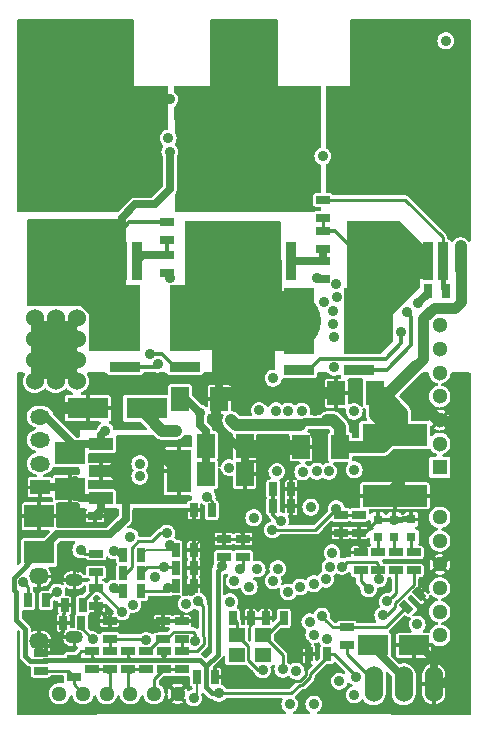
<source format=gbl>
%TF.GenerationSoftware,KiCad,Pcbnew,8.0.4-8.0.4-0~ubuntu20.04.1*%
%TF.CreationDate,2024-09-04T15:52:01+02:00*%
%TF.ProjectId,BLDC_4,424c4443-5f34-42e6-9b69-6361645f7063,A*%
%TF.SameCoordinates,Original*%
%TF.FileFunction,Copper,L4,Bot*%
%TF.FilePolarity,Positive*%
%FSLAX46Y46*%
G04 Gerber Fmt 4.6, Leading zero omitted, Abs format (unit mm)*
G04 Created by KiCad (PCBNEW 8.0.4-8.0.4-0~ubuntu20.04.1) date 2024-09-04 15:52:01*
%MOMM*%
%LPD*%
G01*
G04 APERTURE LIST*
G04 Aperture macros list*
%AMRotRect*
0 Rectangle, with rotation*
0 The origin of the aperture is its center*
0 $1 length*
0 $2 width*
0 $3 Rotation angle, in degrees counterclockwise*
0 Add horizontal line*
21,1,$1,$2,0,0,$3*%
G04 Aperture macros list end*
%TA.AperFunction,ComponentPad*%
%ADD10O,1.524000X3.048000*%
%TD*%
%TA.AperFunction,ComponentPad*%
%ADD11C,1.300480*%
%TD*%
%TA.AperFunction,ComponentPad*%
%ADD12R,1.699260X1.300000*%
%TD*%
%TA.AperFunction,ComponentPad*%
%ADD13O,1.699260X1.300000*%
%TD*%
%TA.AperFunction,ComponentPad*%
%ADD14O,1.700000X1.350000*%
%TD*%
%TA.AperFunction,ComponentPad*%
%ADD15O,1.500000X1.100000*%
%TD*%
%TA.AperFunction,ComponentPad*%
%ADD16R,1.300000X1.300000*%
%TD*%
%TA.AperFunction,ComponentPad*%
%ADD17C,1.300000*%
%TD*%
%TA.AperFunction,SMDPad,CuDef*%
%ADD18R,2.499360X1.950720*%
%TD*%
%TA.AperFunction,SMDPad,CuDef*%
%ADD19R,5.499100X1.849120*%
%TD*%
%TA.AperFunction,SMDPad,CuDef*%
%ADD20R,0.797560X0.797560*%
%TD*%
%TA.AperFunction,SMDPad,CuDef*%
%ADD21R,4.000000X5.000000*%
%TD*%
%TA.AperFunction,SMDPad,CuDef*%
%ADD22R,2.540000X5.588000*%
%TD*%
%TA.AperFunction,SMDPad,CuDef*%
%ADD23R,2.540000X0.889000*%
%TD*%
%TA.AperFunction,SMDPad,CuDef*%
%ADD24R,1.400000X1.200000*%
%TD*%
%TA.AperFunction,SMDPad,CuDef*%
%ADD25R,2.540000X1.699260*%
%TD*%
%TA.AperFunction,SMDPad,CuDef*%
%ADD26R,10.800080X8.150860*%
%TD*%
%TA.AperFunction,SMDPad,CuDef*%
%ADD27R,0.899160X3.200400*%
%TD*%
%TA.AperFunction,SMDPad,CuDef*%
%ADD28R,0.635000X1.143000*%
%TD*%
%TA.AperFunction,SMDPad,CuDef*%
%ADD29RotRect,0.635000X1.143000X225.000000*%
%TD*%
%TA.AperFunction,SMDPad,CuDef*%
%ADD30R,1.143000X0.635000*%
%TD*%
%TA.AperFunction,SMDPad,CuDef*%
%ADD31R,1.524000X2.032000*%
%TD*%
%TA.AperFunction,SMDPad,CuDef*%
%ADD32R,2.032000X1.016000*%
%TD*%
%TA.AperFunction,SMDPad,CuDef*%
%ADD33R,2.032000X3.657600*%
%TD*%
%TA.AperFunction,SMDPad,CuDef*%
%ADD34R,3.500120X1.800860*%
%TD*%
%TA.AperFunction,ViaPad*%
%ADD35C,0.900000*%
%TD*%
%TA.AperFunction,ViaPad*%
%ADD36C,1.524000*%
%TD*%
%TA.AperFunction,Conductor*%
%ADD37C,0.254000*%
%TD*%
%TA.AperFunction,Conductor*%
%ADD38C,0.635000*%
%TD*%
%TA.AperFunction,Conductor*%
%ADD39C,0.508000*%
%TD*%
%TA.AperFunction,Conductor*%
%ADD40C,5.080000*%
%TD*%
%TA.AperFunction,Conductor*%
%ADD41C,2.286000*%
%TD*%
%TA.AperFunction,Conductor*%
%ADD42C,1.270000*%
%TD*%
%TA.AperFunction,Conductor*%
%ADD43C,1.016000*%
%TD*%
%TA.AperFunction,Conductor*%
%ADD44C,0.304800*%
%TD*%
%TA.AperFunction,Conductor*%
%ADD45C,0.889000*%
%TD*%
%TA.AperFunction,Conductor*%
%ADD46C,0.203200*%
%TD*%
%TA.AperFunction,Conductor*%
%ADD47C,0.406400*%
%TD*%
G04 APERTURE END LIST*
D10*
%TO.P,K1,1,P1*%
%TO.N,Net-(K1-P1)*%
X108712000Y-136398000D03*
%TO.P,K1,2,PM*%
%TO.N,+5V*%
X111252000Y-136398000D03*
%TO.P,K1,3,P3*%
%TO.N,GND*%
X113792000Y-136398000D03*
%TD*%
D11*
%TO.P,P1,1,1*%
%TO.N,+5V*%
X82098740Y-137200000D03*
%TO.P,P1,2,2*%
%TO.N,/Filters/TEMP_MOTOR*%
X84100260Y-137200000D03*
%TO.P,P1,3,3*%
%TO.N,/Filters/HALL1_IN*%
X86099240Y-137200000D03*
%TO.P,P1,4,4*%
%TO.N,/Filters/HALL2_IN*%
X88100760Y-137200000D03*
%TO.P,P1,5,5*%
%TO.N,/Filters/HALL3_IN*%
X90099740Y-137200000D03*
%TO.P,P1,6,6*%
%TO.N,GND*%
X92101260Y-137200000D03*
%TD*%
%TO.P,P2,1,1*%
%TO.N,VCC*%
X114300000Y-122252740D03*
%TO.P,P2,2,2*%
%TO.N,SWCLK*%
X114300000Y-124254260D03*
%TO.P,P2,3,3*%
%TO.N,GND*%
X114300000Y-126253240D03*
%TO.P,P2,4,4*%
%TO.N,SWDIO*%
X114300000Y-128254760D03*
%TO.P,P2,5,5*%
%TO.N,NRST*%
X114300000Y-130253740D03*
%TO.P,P2,6,6*%
%TO.N,unconnected-(P2-Pad6)*%
X114300000Y-132255260D03*
%TD*%
D12*
%TO.P,P101,1,P1*%
%TO.N,GND*%
X80450000Y-119728280D03*
D13*
%TO.P,P101,2,P2*%
%TO.N,/CAN bus transceiver/CANL*%
X80450000Y-117726760D03*
%TO.P,P101,3,P3*%
%TO.N,/CAN bus transceiver/CANH*%
X80450000Y-115725240D03*
%TO.P,P101,4,P4*%
%TO.N,+5V*%
X80450000Y-113726260D03*
%TD*%
D14*
%TO.P,X1,6,Shield*%
%TO.N,GND*%
X80370000Y-127270000D03*
D15*
X83370000Y-127580000D03*
X83370000Y-132420000D03*
D14*
X80370000Y-132730000D03*
%TD*%
D16*
%TO.P,P3,1,P1*%
%TO.N,+5V*%
X114300000Y-118018560D03*
D17*
%TO.P,P3,2,P2*%
%TO.N,VCC*%
X114300000Y-116017040D03*
%TO.P,P3,3,P3*%
%TO.N,GND*%
X114300000Y-114015520D03*
%TO.P,P3,4,P4*%
%TO.N,/SCK_ADC_EXT*%
X114300000Y-112016540D03*
%TO.P,P3,5,P5*%
%TO.N,/TX_SDA*%
X114300000Y-110015020D03*
%TO.P,P3,6,P6*%
%TO.N,/RX_SCL_MOSI*%
X114300000Y-108013500D03*
%TO.P,P3,7,P7*%
%TO.N,/MISO_RX_SCL*%
X114300000Y-106014520D03*
%TD*%
D18*
%TO.P,C25,1*%
%TO.N,VCC*%
X80391000Y-125222000D03*
%TO.P,C25,2*%
%TO.N,GND*%
X80391000Y-122174000D03*
%TD*%
%TO.P,C33,1*%
%TO.N,+5V*%
X83000000Y-116776000D03*
%TO.P,C33,2*%
%TO.N,GND*%
X83000000Y-119824000D03*
%TD*%
D19*
%TO.P,C51,1*%
%TO.N,GND*%
X110490000Y-120431560D03*
%TO.P,C51,2*%
%TO.N,V_SUPPLY*%
X110490000Y-115280440D03*
%TD*%
D20*
%TO.P,D1,1,A*%
%TO.N,Net-(D1-A)*%
X111887000Y-123939300D03*
%TO.P,D1,2,K*%
%TO.N,GND*%
X111887000Y-122440700D03*
%TD*%
%TO.P,D2,1,A*%
%TO.N,Net-(D2-A)*%
X110450000Y-123949300D03*
%TO.P,D2,2,K*%
%TO.N,GND*%
X110450000Y-122450700D03*
%TD*%
%TO.P,D3,1,A*%
%TO.N,Net-(D3-A)*%
X109050000Y-123949300D03*
%TO.P,D3,2,K*%
%TO.N,GND*%
X109050000Y-122450700D03*
%TD*%
D21*
%TO.P,P4,1,1*%
%TO.N,V_SUPPLY*%
X81661000Y-108077000D03*
%TD*%
%TO.P,P5,1,1*%
%TO.N,GND*%
X97536000Y-105664000D03*
%TD*%
D22*
%TO.P,R53,1*%
%TO.N,GND*%
X102362000Y-105664000D03*
%TO.P,R53,2*%
%TO.N,/Mosfet driver/H1_LOW*%
X107442000Y-105664000D03*
D23*
%TO.P,R53,3*%
%TO.N,/Mosfet driver/SH2_B*%
X102362000Y-109791500D03*
%TO.P,R53,4*%
%TO.N,/Mosfet driver/SH2_A*%
X107442000Y-109791500D03*
%TD*%
D24*
%TO.P,X2,1,1*%
%TO.N,Net-(U1-PH0-OSC_IN)*%
X97100000Y-132250000D03*
%TO.P,X2,2,2*%
%TO.N,Net-(U1-PH1-OSC_OUT)*%
X99300000Y-132250000D03*
%TO.P,X2,3*%
%TO.N,N/C*%
X99300000Y-133950000D03*
%TO.P,X2,4*%
X97100000Y-133950000D03*
%TD*%
D22*
%TO.P,R54,1*%
%TO.N,/Mosfet driver/H3_LOW*%
X87630000Y-105410000D03*
%TO.P,R54,2*%
%TO.N,GND*%
X92710000Y-105410000D03*
D23*
%TO.P,R54,3*%
%TO.N,/Mosfet driver/SH1_A*%
X87630000Y-109537500D03*
%TO.P,R54,4*%
%TO.N,/Mosfet driver/SH1_B*%
X92710000Y-109537500D03*
%TD*%
D25*
%TO.P,D5,1,A*%
%TO.N,GND*%
X112092740Y-133096000D03*
%TO.P,D5,2,K*%
%TO.N,+5V*%
X108633260Y-133096000D03*
%TD*%
D26*
%TO.P,Q6,D,D*%
%TO.N,/Mosfet driver/H3_VS*%
X84836000Y-89984580D03*
D27*
%TO.P,Q6,G,G*%
%TO.N,Net-(Q6-PadG)*%
X88646000Y-100586540D03*
%TO.P,Q6,S,S*%
%TO.N,/Mosfet driver/H3_LOW*%
X87376000Y-100586540D03*
X86106000Y-100586540D03*
X83566000Y-100586540D03*
X82296000Y-100586540D03*
X81026000Y-100586540D03*
%TD*%
D26*
%TO.P,Q2,D,D*%
%TO.N,/Mosfet driver/H1_VS*%
X110744000Y-89984580D03*
D27*
%TO.P,Q2,G,G*%
%TO.N,Net-(Q2-PadG)*%
X114554000Y-100586540D03*
%TO.P,Q2,S,S*%
%TO.N,/Mosfet driver/H1_LOW*%
X113284000Y-100586540D03*
X112014000Y-100586540D03*
X109474000Y-100586540D03*
X108204000Y-100586540D03*
X106934000Y-100586540D03*
%TD*%
D26*
%TO.P,Q4,D,D*%
%TO.N,/Mosfet driver/H2_VS*%
X97917000Y-89984580D03*
D27*
%TO.P,Q4,G,G*%
%TO.N,Net-(Q4-PadG)*%
X101727000Y-100586540D03*
%TO.P,Q4,S,S*%
%TO.N,GND*%
X100457000Y-100586540D03*
X99187000Y-100586540D03*
X96647000Y-100586540D03*
X95377000Y-100586540D03*
X94107000Y-100586540D03*
%TD*%
D28*
%TO.P,C2,1*%
%TO.N,GND*%
X82538000Y-129700000D03*
%TO.P,C2,2*%
%TO.N,/MCU/AN_IN*%
X84062000Y-129700000D03*
%TD*%
D29*
%TO.P,C3,1*%
%TO.N,GND*%
X112552815Y-128747185D03*
%TO.P,C3,2*%
%TO.N,/MCU/SERVO*%
X111475185Y-129824815D03*
%TD*%
D30*
%TO.P,C4,1*%
%TO.N,GND*%
X80500000Y-133738000D03*
%TO.P,C4,2*%
%TO.N,/Filters/TEMP_MOTOR*%
X80500000Y-135262000D03*
%TD*%
%TO.P,C5,1*%
%TO.N,/Filters/HALL3_OUT*%
X92456000Y-132588000D03*
%TO.P,C5,2*%
%TO.N,GND*%
X92456000Y-131064000D03*
%TD*%
%TO.P,C6,1*%
%TO.N,/Filters/HALL2_OUT*%
X90900000Y-132562000D03*
%TO.P,C6,2*%
%TO.N,GND*%
X90900000Y-131038000D03*
%TD*%
%TO.P,C7,1*%
%TO.N,/Filters/HALL1_OUT*%
X86350000Y-132562000D03*
%TO.P,C7,2*%
%TO.N,GND*%
X86350000Y-131038000D03*
%TD*%
D31*
%TO.P,C9,1*%
%TO.N,GND*%
X102549000Y-116300000D03*
%TO.P,C9,2*%
%TO.N,V_SUPPLY*%
X105851000Y-116300000D03*
%TD*%
D30*
%TO.P,C14,1*%
%TO.N,GND*%
X96012000Y-124079000D03*
%TO.P,C14,2*%
%TO.N,VCC*%
X96012000Y-125603000D03*
%TD*%
D28*
%TO.P,C15,1*%
%TO.N,Net-(U1-PH0-OSC_IN)*%
X96774000Y-130810000D03*
%TO.P,C15,2*%
%TO.N,GND*%
X98298000Y-130810000D03*
%TD*%
D30*
%TO.P,C16,1*%
%TO.N,Net-(U1-VCAP1)*%
X107600000Y-126762000D03*
%TO.P,C16,2*%
%TO.N,GND*%
X107600000Y-125238000D03*
%TD*%
%TO.P,C17,1*%
%TO.N,Net-(U1-VCAP2)*%
X97663000Y-125603000D03*
%TO.P,C17,2*%
%TO.N,GND*%
X97663000Y-124079000D03*
%TD*%
D28*
%TO.P,C18,1*%
%TO.N,Net-(U3-GVDD)*%
X100203000Y-121285000D03*
%TO.P,C18,2*%
%TO.N,GND*%
X101727000Y-121285000D03*
%TD*%
D30*
%TO.P,C20,1*%
%TO.N,GND*%
X105918000Y-123571000D03*
%TO.P,C20,2*%
%TO.N,Net-(U3-DVDD)*%
X105918000Y-122047000D03*
%TD*%
%TO.P,C24,1*%
%TO.N,VCC*%
X85090000Y-123698000D03*
%TO.P,C24,2*%
%TO.N,GND*%
X85090000Y-122174000D03*
%TD*%
D28*
%TO.P,C31,1*%
%TO.N,GND*%
X103251000Y-133858000D03*
%TO.P,C31,2*%
%TO.N,VCC*%
X104775000Y-133858000D03*
%TD*%
%TO.P,C32,1*%
%TO.N,GND*%
X95250000Y-135763000D03*
%TO.P,C32,2*%
%TO.N,NRST*%
X93726000Y-135763000D03*
%TD*%
%TO.P,C38,1*%
%TO.N,Net-(U1-PH1-OSC_OUT)*%
X101092000Y-130810000D03*
%TO.P,C38,2*%
%TO.N,GND*%
X99568000Y-130810000D03*
%TD*%
D31*
%TO.P,C40,1*%
%TO.N,GND*%
X105537000Y-111760000D03*
%TO.P,C40,2*%
%TO.N,V_SUPPLY*%
X108839000Y-111760000D03*
%TD*%
%TO.P,C43,1*%
%TO.N,V_SUPPLY*%
X92329000Y-112268000D03*
%TO.P,C43,2*%
%TO.N,GND*%
X95631000Y-112268000D03*
%TD*%
%TO.P,C44,1*%
%TO.N,V_SUPPLY*%
X94488000Y-116205000D03*
%TO.P,C44,2*%
%TO.N,GND*%
X97790000Y-116205000D03*
%TD*%
%TO.P,C49,1*%
%TO.N,V_SUPPLY*%
X94488000Y-118618000D03*
%TO.P,C49,2*%
%TO.N,GND*%
X97790000Y-118618000D03*
%TD*%
D30*
%TO.P,C52,1*%
%TO.N,GND*%
X107442000Y-123571000D03*
%TO.P,C52,2*%
%TO.N,Net-(U3-DVDD)*%
X107442000Y-122047000D03*
%TD*%
%TO.P,R3,1*%
%TO.N,V_SUPPLY*%
X85200000Y-125338000D03*
%TO.P,R3,2*%
%TO.N,/MCU/AN_IN*%
X85200000Y-126862000D03*
%TD*%
%TO.P,R4,1*%
%TO.N,GND*%
X85200000Y-129762000D03*
%TO.P,R4,2*%
%TO.N,/MCU/AN_IN*%
X85200000Y-128238000D03*
%TD*%
%TO.P,R5,1*%
%TO.N,/MCU/SERVO*%
X106426000Y-131572000D03*
%TO.P,R5,2*%
%TO.N,Net-(K1-P1)*%
X106426000Y-133096000D03*
%TD*%
D28*
%TO.P,R6,1*%
%TO.N,Net-(X1-VBUS)*%
X80962000Y-129300000D03*
%TO.P,R6,2*%
%TO.N,+5V*%
X79438000Y-129300000D03*
%TD*%
D30*
%TO.P,R7,1*%
%TO.N,/Filters/TEMP_MOTOR*%
X83312000Y-135762000D03*
%TO.P,R7,2*%
%TO.N,VCC*%
X83312000Y-134238000D03*
%TD*%
%TO.P,R8,1*%
%TO.N,/Filters/HALL1_IN*%
X86360000Y-135128000D03*
%TO.P,R8,2*%
%TO.N,/Filters/HALL1_OUT*%
X86360000Y-133604000D03*
%TD*%
%TO.P,R9,1*%
%TO.N,/Filters/HALL2_IN*%
X89408000Y-135128000D03*
%TO.P,R9,2*%
%TO.N,/Filters/HALL2_OUT*%
X89408000Y-133604000D03*
%TD*%
%TO.P,R10,1*%
%TO.N,/Filters/HALL3_IN*%
X92456000Y-135128000D03*
%TO.P,R10,2*%
%TO.N,/Filters/HALL3_OUT*%
X92456000Y-133604000D03*
%TD*%
%TO.P,R11,1*%
%TO.N,/Filters/HALL3_IN*%
X90932000Y-135128000D03*
%TO.P,R11,2*%
%TO.N,VCC*%
X90932000Y-133604000D03*
%TD*%
%TO.P,R12,1*%
%TO.N,/Filters/HALL2_IN*%
X87884000Y-135128000D03*
%TO.P,R12,2*%
%TO.N,VCC*%
X87884000Y-133604000D03*
%TD*%
%TO.P,R13,1*%
%TO.N,/Filters/HALL1_IN*%
X84836000Y-135128000D03*
%TO.P,R13,2*%
%TO.N,VCC*%
X84836000Y-133604000D03*
%TD*%
D28*
%TO.P,R21,1*%
%TO.N,GND*%
X93472000Y-121666000D03*
%TO.P,R21,2*%
%TO.N,Net-(U3-RT_CLK)*%
X94996000Y-121666000D03*
%TD*%
D30*
%TO.P,R22,1*%
%TO.N,Net-(D3-A)*%
X109100000Y-125238000D03*
%TO.P,R22,2*%
%TO.N,VCC*%
X109100000Y-126762000D03*
%TD*%
D28*
%TO.P,R23,1*%
%TO.N,/Mosfet driver/H3_VS*%
X87503000Y-128524000D03*
%TO.P,R23,2*%
%TO.N,/MCU/SENS1*%
X89027000Y-128524000D03*
%TD*%
%TO.P,R24,1*%
%TO.N,GND*%
X93462000Y-128050000D03*
%TO.P,R24,2*%
%TO.N,/MCU/SENS1*%
X91938000Y-128050000D03*
%TD*%
%TO.P,R26,1*%
%TO.N,/Mosfet driver/H2_VS*%
X87503000Y-127000000D03*
%TO.P,R26,2*%
%TO.N,/MCU/SENS2*%
X89027000Y-127000000D03*
%TD*%
%TO.P,R27,1*%
%TO.N,GND*%
X93462000Y-126550000D03*
%TO.P,R27,2*%
%TO.N,/MCU/SENS2*%
X91938000Y-126550000D03*
%TD*%
%TO.P,R29,1*%
%TO.N,Net-(Q2-PadG)*%
X114808000Y-103124000D03*
%TO.P,R29,2*%
%TO.N,/Mosfet driver/M_L1*%
X113284000Y-103124000D03*
%TD*%
D30*
%TO.P,R30,1*%
%TO.N,/Mosfet driver/H1_LOW*%
X104394000Y-96901000D03*
%TO.P,R30,2*%
%TO.N,Net-(Q2-PadG)*%
X104394000Y-95377000D03*
%TD*%
D28*
%TO.P,R32,1*%
%TO.N,/Mosfet driver/H1_VS*%
X87488000Y-125450000D03*
%TO.P,R32,2*%
%TO.N,/MCU/SENS3*%
X89012000Y-125450000D03*
%TD*%
%TO.P,R33,1*%
%TO.N,GND*%
X93462000Y-125050000D03*
%TO.P,R33,2*%
%TO.N,/MCU/SENS3*%
X91938000Y-125050000D03*
%TD*%
D30*
%TO.P,R35,1*%
%TO.N,Net-(Q4-PadG)*%
X104394000Y-100584000D03*
%TO.P,R35,2*%
%TO.N,/Mosfet driver/M_L2*%
X104394000Y-102108000D03*
%TD*%
%TO.P,R36,1*%
%TO.N,/Mosfet driver/H1_LOW*%
X104394000Y-98044000D03*
%TO.P,R36,2*%
%TO.N,Net-(Q4-PadG)*%
X104394000Y-99568000D03*
%TD*%
%TO.P,R37,1*%
%TO.N,Net-(D1-A)*%
X112100000Y-125238000D03*
%TO.P,R37,2*%
%TO.N,/MCU/LED_GREEN*%
X112100000Y-126762000D03*
%TD*%
%TO.P,R38,1*%
%TO.N,Net-(D2-A)*%
X110600000Y-125238000D03*
%TO.P,R38,2*%
%TO.N,/MCU/LED_RED*%
X110600000Y-126762000D03*
%TD*%
%TO.P,R43,1*%
%TO.N,Net-(Q6-PadG)*%
X91186000Y-100076000D03*
%TO.P,R43,2*%
%TO.N,/Mosfet driver/M_L3*%
X91186000Y-101600000D03*
%TD*%
%TO.P,R46,1*%
%TO.N,/Mosfet driver/H3_LOW*%
X91186000Y-97282000D03*
%TO.P,R46,2*%
%TO.N,Net-(Q6-PadG)*%
X91186000Y-98806000D03*
%TD*%
D28*
%TO.P,R402,1*%
%TO.N,Net-(U401-Rs)*%
X83962000Y-131200000D03*
%TO.P,R402,2*%
%TO.N,GND*%
X82438000Y-131200000D03*
%TD*%
D32*
%TO.P,U2,1,GND*%
%TO.N,GND*%
X85598000Y-120650000D03*
%TO.P,U2,2,VO*%
%TO.N,VCC*%
X85598000Y-118364000D03*
D33*
X92202000Y-118364000D03*
D32*
%TO.P,U2,3,VI*%
%TO.N,+5V*%
X85598000Y-116078000D03*
%TD*%
D34*
%TO.P,D4,1,A*%
%TO.N,GND*%
X84495640Y-113030000D03*
%TO.P,D4,2,K*%
%TO.N,Net-(D4-K)*%
X89494360Y-113030000D03*
%TD*%
D28*
%TO.P,C26,1*%
%TO.N,Net-(U3-GVDD)*%
X100203000Y-119888000D03*
%TO.P,C26,2*%
%TO.N,GND*%
X101727000Y-119888000D03*
%TD*%
D35*
%TO.N,/MCU/AN_IN*%
X87382772Y-130300000D03*
%TO.N,+5V*%
X88900000Y-117729000D03*
X79000000Y-127700000D03*
X88900000Y-118800000D03*
X85979000Y-114935000D03*
%TO.N,GND*%
X110449994Y-122450703D03*
X99314000Y-117475000D03*
D36*
X93472000Y-104775000D03*
D35*
X86300000Y-126200000D03*
X107817006Y-124617006D03*
X88138000Y-131699000D03*
D36*
X94996000Y-104775000D03*
X94996000Y-106299000D03*
D35*
X90551000Y-110490012D03*
X80600000Y-121900000D03*
X101588001Y-118113737D03*
X81800000Y-112800000D03*
X90255293Y-131671345D03*
X103709331Y-113221584D03*
X110871000Y-118364000D03*
X98107954Y-135532065D03*
X91823218Y-122684218D03*
X98552000Y-116840000D03*
X102918594Y-132960216D03*
X103759000Y-115189000D03*
X84928238Y-131104499D03*
D36*
X93472000Y-103251000D03*
D35*
X97028000Y-123063000D03*
X93233855Y-128466145D03*
X110871000Y-119380000D03*
D36*
X93472000Y-106299000D03*
X94996000Y-103251000D03*
D35*
%TO.N,NRST*%
X102145313Y-135275383D03*
X93472000Y-137541000D03*
%TO.N,Net-(U1-PH0-OSC_IN)*%
X99300000Y-135200000D03*
%TO.N,Net-(U1-VCAP1)*%
X108286870Y-128330435D03*
%TO.N,Net-(U1-VCAP2)*%
X97350000Y-126600000D03*
%TO.N,Net-(U3-GVDD)*%
X100831698Y-122555000D03*
%TO.N,Net-(U3-DVDD)*%
X105537000Y-121539000D03*
X100132231Y-123334253D03*
%TO.N,Net-(D4-K)*%
X91948000Y-114935000D03*
X90805000Y-114935000D03*
%TO.N,Net-(U1-PH1-OSC_OUT)*%
X101004000Y-135134281D03*
%TO.N,/SCK_ADC_EXT*%
X104775000Y-132588000D03*
%TO.N,SWCLK*%
X96901000Y-127635000D03*
%TO.N,SWDIO*%
X98171000Y-128143000D03*
%TO.N,VCC*%
X112394988Y-131318000D03*
X109135117Y-127485117D03*
X107200501Y-135762249D03*
X106044996Y-126432893D03*
X95850000Y-126400000D03*
X95631000Y-137160000D03*
X98552000Y-122301000D03*
X92850000Y-129600000D03*
D36*
%TO.N,V_SUPPLY*%
X80010000Y-107188000D03*
X83566000Y-108966000D03*
X80010000Y-105410000D03*
X81788000Y-110744000D03*
D35*
X116078000Y-100330000D03*
X111125000Y-113411000D03*
D36*
X81788000Y-108966000D03*
X83566000Y-107188000D03*
X83566000Y-110744000D03*
D35*
X96647000Y-114046000D03*
D36*
X81788000Y-107188000D03*
D35*
X83900000Y-125000000D03*
X116100000Y-101300000D03*
D36*
X83566000Y-105410000D03*
X80010000Y-108966000D03*
D35*
X93980000Y-113411000D03*
D36*
X81788000Y-105410000D03*
D35*
X111049589Y-110692411D03*
D36*
X80010000Y-110744000D03*
D35*
X116078000Y-99314000D03*
%TO.N,/MCU/AN_IN*%
X101600000Y-138085820D03*
%TO.N,/MCU/SERVO*%
X104310799Y-130643738D03*
D36*
%TO.N,/Mosfet driver/H1_VS*%
X110744000Y-88646000D03*
X106934000Y-90424000D03*
X108966000Y-86868000D03*
X108966000Y-88646000D03*
X112522000Y-86868000D03*
X111252000Y-81534000D03*
X109474000Y-81534000D03*
D35*
X100203000Y-110490012D03*
D36*
X107696000Y-81534000D03*
X110744000Y-86868000D03*
X106934000Y-88646000D03*
X106934000Y-86868000D03*
X112522000Y-88646000D03*
X108966000Y-90424000D03*
D35*
X86741000Y-125095000D03*
D36*
X112522000Y-90424000D03*
X110744000Y-90424000D03*
%TO.N,/Mosfet driver/H2_VS*%
X97790000Y-90678000D03*
D35*
X105594140Y-103632000D03*
D36*
X97790000Y-87122000D03*
X97790000Y-88900000D03*
X99822000Y-90678000D03*
X95758000Y-88900000D03*
X99822000Y-87122000D03*
X99441000Y-81534000D03*
X95758000Y-87122000D03*
X96139000Y-81534000D03*
X97790000Y-81534000D03*
X99822000Y-88900000D03*
X93980000Y-88900000D03*
X95758000Y-90678000D03*
D35*
X91200000Y-123600000D03*
D36*
X93980000Y-90678000D03*
X93980000Y-87122000D03*
%TO.N,/Mosfet driver/H3_VS*%
X84582000Y-90932000D03*
D35*
X104500000Y-104000266D03*
D36*
X82804000Y-89154000D03*
X86360000Y-87122000D03*
X81026000Y-87122000D03*
X84582000Y-89154000D03*
X83312000Y-81534000D03*
X82804000Y-87122000D03*
X81026000Y-89154000D03*
X82804000Y-90932000D03*
X86360000Y-89154000D03*
D35*
X86700000Y-128267478D03*
D36*
X81026000Y-90932000D03*
X85090000Y-81534000D03*
X86868000Y-81534000D03*
D35*
X91440000Y-86868000D03*
D36*
X84582000Y-87122000D03*
X86360000Y-90932000D03*
D35*
%TO.N,/Mosfet driver/H1_LOW*%
X108003411Y-103725057D03*
X101473000Y-113284000D03*
%TO.N,/Mosfet driver/H3_LOW*%
X91440000Y-91313000D03*
X105326596Y-106966026D03*
%TO.N,/MCU/SENS1*%
X91300000Y-128250000D03*
X107061000Y-137287000D03*
%TO.N,/MCU/SENS2*%
X105792150Y-136142850D03*
X90932000Y-126492000D03*
%TO.N,/Mosfet driver/M_H1*%
X114808000Y-81915000D03*
X99012291Y-113211397D03*
%TO.N,/Mosfet driver/M_L1*%
X112483130Y-104116822D03*
X100441730Y-113235361D03*
%TO.N,/MCU/SENS3*%
X91440000Y-124587000D03*
X103632000Y-138085820D03*
%TO.N,/Mosfet driver/M_H2*%
X105537509Y-102507217D03*
X104394000Y-91694000D03*
%TO.N,/Mosfet driver/M_L2*%
X103937763Y-101968280D03*
X102596601Y-113245201D03*
%TO.N,/Mosfet driver/M_H3*%
X107051383Y-113293617D03*
X91313000Y-90170000D03*
%TO.N,/Mosfet driver/M_L3*%
X105383273Y-109569220D03*
X91440000Y-101981000D03*
%TO.N,/Mosfet driver/SH1_A*%
X90424000Y-109300000D03*
X105264351Y-105868904D03*
%TO.N,/Mosfet driver/SH1_B*%
X89789000Y-108458000D03*
X105266323Y-104825601D03*
%TO.N,/Mosfet driver/SH2_A*%
X111506000Y-104902000D03*
%TO.N,/Mosfet driver/SH2_B*%
X111029780Y-106546698D03*
%TO.N,/MCU/DC_CAL*%
X100505015Y-118375283D03*
X105181969Y-125258511D03*
%TO.N,/MCU/L3*%
X105000000Y-126500000D03*
X107061000Y-118237000D03*
%TO.N,/MCU/L2*%
X104643484Y-127516758D03*
X104902000Y-118364000D03*
%TO.N,/MCU/L1*%
X103632000Y-127889000D03*
X103885996Y-118364000D03*
%TO.N,/MCU/EN_GATE*%
X100203000Y-127635000D03*
X102696053Y-118421511D03*
%TO.N,/MCU/FAULT*%
X96450000Y-118050000D03*
X96520000Y-129413000D03*
%TO.N,/MCU/H1*%
X100584000Y-126619000D03*
X103378000Y-121412000D03*
%TO.N,/MCU/USB_DP*%
X90200000Y-127300000D03*
X98850000Y-126650000D03*
%TO.N,/TX_SDA*%
X103632000Y-132207000D03*
X102489000Y-128156220D03*
%TO.N,/Filters/HALL3_OUT*%
X93859398Y-129369533D03*
%TO.N,/Filters/HALL2_OUT*%
X93605312Y-132700000D03*
%TO.N,/Filters/HALL1_OUT*%
X89453446Y-132677426D03*
%TO.N,/RX_SCL_MOSI*%
X101473000Y-128578582D03*
%TO.N,/CAN bus transceiver/CANH*%
X88100000Y-123900000D03*
X88292526Y-129652290D03*
%TO.N,/MCU/LED_GREEN*%
X109474000Y-130556000D03*
%TO.N,/MCU/LED_RED*%
X109849234Y-129387867D03*
%TO.N,/MISO_RX_SCL*%
X103300000Y-131100000D03*
%TO.N,Net-(U3-RT_CLK)*%
X94615000Y-120523000D03*
%TO.N,Net-(U401-Rs)*%
X84900000Y-132600000D03*
%TO.N,Net-(X1-VBUS)*%
X81900000Y-128600000D03*
%TD*%
D37*
%TO.N,/MCU/AN_IN*%
X85200000Y-128238000D02*
X85320772Y-128238000D01*
X85320772Y-128238000D02*
X87382772Y-130300000D01*
X84062000Y-129700000D02*
X84062000Y-129376000D01*
X84062000Y-129376000D02*
X85200000Y-128238000D01*
D38*
%TO.N,+5V*%
X85598000Y-115316000D02*
X85979000Y-114935000D01*
X83698000Y-116078000D02*
X83000000Y-116776000D01*
X80926260Y-113726260D02*
X83000000Y-115800000D01*
X83000000Y-115800000D02*
X83000000Y-116776000D01*
X108633260Y-133271260D02*
X111252000Y-135890000D01*
X111252000Y-135890000D02*
X111252000Y-136398000D01*
D37*
X79000000Y-127700000D02*
X79438000Y-128138000D01*
D38*
X85598000Y-116078000D02*
X84709000Y-116078000D01*
D37*
X79438000Y-128138000D02*
X79438000Y-129300000D01*
D38*
X85598000Y-116078000D02*
X85598000Y-115316000D01*
X108633260Y-133096000D02*
X108633260Y-133271260D01*
X85598000Y-116078000D02*
X82922000Y-116078000D01*
X80450000Y-113726260D02*
X80926260Y-113726260D01*
D39*
X79488000Y-129300000D02*
X79450000Y-129262000D01*
D38*
X85598000Y-116078000D02*
X83698000Y-116078000D01*
D40*
%TO.N,GND*%
X97028000Y-104013000D02*
X97536000Y-105664000D01*
X97536000Y-105664000D02*
X101663500Y-105664000D01*
D41*
X99187000Y-104013000D02*
X97536000Y-105664000D01*
D38*
X97917000Y-116205000D02*
X98552000Y-116840000D01*
X114919760Y-114030760D02*
X115697000Y-114808000D01*
X115697000Y-124856240D02*
X114300000Y-126253240D01*
D37*
X112661700Y-122440700D02*
X113030000Y-122809000D01*
X113030000Y-122809000D02*
X113030000Y-124983240D01*
X113030000Y-124983240D02*
X114300000Y-126253240D01*
D38*
X85598000Y-121666000D02*
X85090000Y-122174000D01*
D37*
X97663000Y-123698000D02*
X97028000Y-123063000D01*
X99314000Y-117475000D02*
X97790000Y-117475000D01*
D38*
X97790000Y-117475000D02*
X97790000Y-118618000D01*
D37*
X97155000Y-119253000D02*
X97790000Y-118618000D01*
X95377000Y-100586540D02*
X95374460Y-100584000D01*
X95374460Y-100584000D02*
X95377000Y-100584000D01*
D38*
X115697000Y-114808000D02*
X115697000Y-124856240D01*
D42*
X97885000Y-116300000D02*
X97790000Y-116205000D01*
D43*
X98361500Y-106489500D02*
X97536000Y-105664000D01*
D38*
X95631000Y-110744000D02*
X95631000Y-112268000D01*
D43*
X112268000Y-112141000D02*
X114157760Y-114030760D01*
X114157760Y-114030760D02*
X114300000Y-114030760D01*
X96139000Y-111760000D02*
X95631000Y-112268000D01*
X110871000Y-119380000D02*
X110490000Y-119761000D01*
D38*
X85852000Y-113284000D02*
X84495640Y-113284000D01*
X85725000Y-113030000D02*
X84495640Y-113030000D01*
D43*
X82030000Y-113030000D02*
X81800000Y-112800000D01*
D38*
X85598000Y-120650000D02*
X85598000Y-121666000D01*
X83439000Y-120500000D02*
X83439000Y-119126000D01*
D42*
X80600000Y-121900000D02*
X80600000Y-122076000D01*
X80600000Y-122076000D02*
X80550000Y-122126000D01*
D38*
X83826000Y-120650000D02*
X83000000Y-119824000D01*
X82904280Y-119728280D02*
X83000000Y-119824000D01*
D37*
X85200000Y-129888000D02*
X86350000Y-131038000D01*
X92430000Y-131038000D02*
X92456000Y-131064000D01*
D44*
X107929700Y-123571000D02*
X109050000Y-122450700D01*
D43*
X103124000Y-111760000D02*
X96139000Y-111760000D01*
D37*
X112552815Y-128000425D02*
X114300000Y-126253240D01*
D38*
X115697000Y-135255000D02*
X114554000Y-136398000D01*
X114554000Y-136398000D02*
X113792000Y-136398000D01*
X112522000Y-133096000D02*
X113792000Y-134366000D01*
X113792000Y-134366000D02*
X113792000Y-136398000D01*
D37*
X86283501Y-131104499D02*
X86350000Y-131038000D01*
X84994737Y-131038000D02*
X84928238Y-131104499D01*
D43*
X96647000Y-101473000D02*
X99187000Y-104013000D01*
X99187000Y-104013000D02*
X97536000Y-105664000D01*
D45*
X100457000Y-103759000D02*
X102362000Y-105664000D01*
D46*
X94996000Y-103251000D02*
X95123000Y-103286560D01*
X95123000Y-103286560D02*
X95123000Y-102870000D01*
X95250000Y-104775000D02*
X94996000Y-104775000D01*
D44*
X109050000Y-122450700D02*
X110450001Y-122450700D01*
D37*
X90810500Y-131699000D02*
X88138000Y-131699000D01*
D38*
X95631000Y-110744000D02*
X95631000Y-110236000D01*
D44*
X91179617Y-110490012D02*
X90551000Y-110490012D01*
D37*
X82420000Y-131318000D02*
X82438000Y-131300000D01*
D44*
X101727000Y-121285000D02*
X101727000Y-119888000D01*
X110449998Y-122450703D02*
X110449994Y-122450703D01*
D43*
X84495640Y-113284000D02*
X84495640Y-113243360D01*
D38*
X112092740Y-133096000D02*
X112522000Y-133096000D01*
D37*
X90900000Y-131609500D02*
X90810500Y-131699000D01*
X99018383Y-136102383D02*
X98298000Y-135382000D01*
X86350000Y-131038000D02*
X84994737Y-131038000D01*
X83601000Y-126838000D02*
X84239000Y-126200000D01*
X102972313Y-135617938D02*
X102487868Y-136102383D01*
X90900000Y-131038000D02*
X90900000Y-131609500D01*
X84928238Y-131104499D02*
X84714737Y-131318000D01*
D38*
X115697000Y-124856240D02*
X115697000Y-135255000D01*
X95631000Y-110236000D02*
X97536000Y-108331000D01*
X97536000Y-105664000D02*
X97742290Y-105664000D01*
D37*
X90838155Y-131671345D02*
X90255293Y-131671345D01*
X97877019Y-135763000D02*
X98107954Y-135532065D01*
X93462000Y-128050000D02*
X93462000Y-126550000D01*
D38*
X97155000Y-116205000D02*
X97790000Y-116205000D01*
D44*
X107442000Y-124242000D02*
X107817006Y-124617006D01*
D38*
X103124000Y-111760000D02*
X103709331Y-112345331D01*
D37*
X98298000Y-130810000D02*
X99568000Y-130810000D01*
X93233855Y-128466145D02*
X93490858Y-128209142D01*
X111887000Y-122440700D02*
X112661700Y-122440700D01*
X81661000Y-133477000D02*
X81400000Y-133738000D01*
D46*
X96012000Y-124079000D02*
X94179000Y-124079000D01*
X94996000Y-103251000D02*
X95250000Y-104775000D01*
D38*
X107761697Y-125238000D02*
X107817006Y-125182691D01*
D44*
X110450001Y-122450700D02*
X110449998Y-122450703D01*
D37*
X95250000Y-135763000D02*
X97877019Y-135763000D01*
D43*
X105537000Y-111760000D02*
X103124000Y-111760000D01*
D37*
X102549000Y-116300000D02*
X102549000Y-116201000D01*
D46*
X93462000Y-124796000D02*
X93462000Y-125050000D01*
D37*
X85200000Y-129762000D02*
X85200000Y-129888000D01*
D38*
X103709331Y-112345331D02*
X103709331Y-112655899D01*
X85598000Y-120650000D02*
X83826000Y-120650000D01*
D37*
X97663000Y-124079000D02*
X97663000Y-123698000D01*
D44*
X101727000Y-119888000D02*
X101727000Y-118252736D01*
D45*
X100457000Y-100586540D02*
X100457000Y-103759000D01*
D44*
X95377012Y-110490012D02*
X91179617Y-110490012D01*
D37*
X87477000Y-131038000D02*
X88138000Y-131699000D01*
D44*
X107442000Y-123571000D02*
X107929700Y-123571000D01*
D37*
X93472000Y-121666000D02*
X93462000Y-125050000D01*
D43*
X82030000Y-113030000D02*
X84495640Y-113030000D01*
D37*
X84239000Y-126200000D02*
X86300000Y-126200000D01*
X82438000Y-131200000D02*
X82438000Y-131800000D01*
X93472000Y-121666000D02*
X92841436Y-121666000D01*
X86350000Y-131038000D02*
X87477000Y-131038000D01*
D38*
X97790000Y-116205000D02*
X97917000Y-116205000D01*
D43*
X110871000Y-118364000D02*
X110871000Y-119380000D01*
D37*
X96012000Y-124079000D02*
X97663000Y-124079000D01*
X93462000Y-126550000D02*
X93462000Y-125050000D01*
D42*
X102549000Y-116300000D02*
X97885000Y-116300000D01*
D39*
X110450000Y-122450700D02*
X111887000Y-122440700D01*
D43*
X112268000Y-111633000D02*
X112268000Y-112141000D01*
D37*
X103251000Y-133858000D02*
X102972313Y-134136687D01*
D43*
X110490000Y-120431560D02*
X110490000Y-119761000D01*
D37*
X82438000Y-131800000D02*
X80500000Y-133738000D01*
D38*
X95631000Y-112268000D02*
X95250000Y-112649000D01*
D45*
X102362000Y-105664000D02*
X102362000Y-104653080D01*
D37*
X97663000Y-124079000D02*
X98044000Y-124079000D01*
D41*
X99187000Y-100586540D02*
X99187000Y-104013000D01*
D38*
X107817006Y-125182691D02*
X107817006Y-124617006D01*
X80450000Y-119728280D02*
X82904280Y-119728280D01*
D37*
X93490858Y-128209142D02*
X93490858Y-128078858D01*
X92841436Y-121666000D02*
X91823218Y-122684218D01*
D39*
X95123000Y-102870000D02*
X95377000Y-104406700D01*
D37*
X94107000Y-100586540D02*
X95377000Y-100586540D01*
X107442000Y-123571000D02*
X105918000Y-123571000D01*
D42*
X92832127Y-104607681D02*
X93472000Y-103251000D01*
D37*
X82438000Y-131300000D02*
X82438000Y-131200000D01*
X93490858Y-128078858D02*
X93462000Y-128050000D01*
X83700000Y-126838000D02*
X83601000Y-126838000D01*
D38*
X97790000Y-116205000D02*
X97790000Y-117475000D01*
X97536000Y-108331000D02*
X97536000Y-105664000D01*
D37*
X90900000Y-131038000D02*
X92430000Y-131038000D01*
D44*
X101727000Y-118252736D02*
X101588001Y-118113737D01*
D38*
X95250000Y-114300000D02*
X97155000Y-116205000D01*
X95250000Y-112649000D02*
X95250000Y-114300000D01*
X100457000Y-100586540D02*
X99187000Y-100586540D01*
D37*
X103251000Y-133858000D02*
X103251000Y-133292622D01*
D44*
X110450000Y-122450700D02*
X110450001Y-122450700D01*
D37*
X81400000Y-133738000D02*
X80500000Y-133738000D01*
X90900000Y-131609500D02*
X90838155Y-131671345D01*
D39*
X95377000Y-104406700D02*
X95135700Y-104648000D01*
D37*
X102487868Y-136102383D02*
X99018383Y-136102383D01*
X102972313Y-134136687D02*
X102972313Y-135617938D01*
D44*
X107442000Y-123571000D02*
X107442000Y-124242000D01*
X95631000Y-110744000D02*
X95377012Y-110490012D01*
D38*
X107600000Y-125238000D02*
X107761697Y-125238000D01*
X103709331Y-112655899D02*
X103709331Y-113221584D01*
X114300000Y-114030760D02*
X114919760Y-114030760D01*
D46*
X94179000Y-124079000D02*
X93462000Y-124796000D01*
D43*
X96647000Y-100586540D02*
X96647000Y-101473000D01*
D37*
X98298000Y-130810000D02*
X98298000Y-130252000D01*
X103251000Y-133292622D02*
X102918594Y-132960216D01*
X112552815Y-128747185D02*
X112552815Y-128000425D01*
D46*
%TO.N,NRST*%
X93472000Y-137541000D02*
X93726000Y-137287000D01*
X93726000Y-137287000D02*
X93726000Y-135763000D01*
D37*
%TO.N,/Filters/TEMP_MOTOR*%
X80500000Y-135262000D02*
X82812000Y-135262000D01*
X83312000Y-136411740D02*
X84100260Y-137200000D01*
X82812000Y-135262000D02*
X83312000Y-135762000D01*
X83312000Y-135762000D02*
X83312000Y-136411740D01*
%TO.N,Net-(U1-PH0-OSC_IN)*%
X98027000Y-133177000D02*
X97100000Y-132250000D01*
X98920000Y-135200000D02*
X98027000Y-134307000D01*
X97100000Y-132250000D02*
X97100000Y-131136000D01*
X99300000Y-135200000D02*
X98920000Y-135200000D01*
X98027000Y-134307000D02*
X98027000Y-133177000D01*
X97100000Y-131136000D02*
X96774000Y-130810000D01*
%TO.N,Net-(U1-VCAP1)*%
X107600000Y-126762000D02*
X107600000Y-127643565D01*
X107600000Y-127643565D02*
X107886871Y-127930436D01*
X107886871Y-127930436D02*
X108286870Y-128330435D01*
%TO.N,Net-(U1-VCAP2)*%
X97663000Y-126287000D02*
X97663000Y-125603000D01*
X97350000Y-126600000D02*
X97663000Y-126287000D01*
D44*
%TO.N,Net-(U3-GVDD)*%
X100711000Y-122555000D02*
X100203000Y-122047000D01*
X100203000Y-122047000D02*
X100203000Y-121285000D01*
X100831698Y-122555000D02*
X100711000Y-122555000D01*
X100203000Y-119888000D02*
X100203000Y-121285000D01*
D37*
%TO.N,Net-(U3-DVDD)*%
X105537000Y-121539000D02*
X105918000Y-121920000D01*
X105918000Y-121920000D02*
X105918000Y-122047000D01*
X103741747Y-123334253D02*
X100697916Y-123334253D01*
X105918000Y-122047000D02*
X107442000Y-122047000D01*
X105537000Y-121539000D02*
X103741747Y-123334253D01*
X100697916Y-123334253D02*
X100132231Y-123334253D01*
D43*
%TO.N,Net-(D4-K)*%
X89494360Y-113624360D02*
X90805000Y-114935000D01*
X89494360Y-113030000D02*
X89494360Y-113624360D01*
X90805000Y-114935000D02*
X91948000Y-114935000D01*
D37*
%TO.N,Net-(U1-PH1-OSC_OUT)*%
X99300000Y-132250000D02*
X99652000Y-132250000D01*
X101004000Y-133954000D02*
X101004000Y-135134281D01*
X99300000Y-132250000D02*
X101004000Y-133954000D01*
X99652000Y-132250000D02*
X101092000Y-130810000D01*
%TO.N,Net-(D1-A)*%
X111887000Y-123939300D02*
X111887000Y-125025000D01*
X111887000Y-125025000D02*
X112100000Y-125238000D01*
%TO.N,Net-(D2-A)*%
X110450000Y-125088000D02*
X110600000Y-125238000D01*
X110450000Y-123949300D02*
X110450000Y-125088000D01*
D47*
%TO.N,Net-(Q2-PadG)*%
X114554000Y-102870000D02*
X114808000Y-103124000D01*
D37*
X111379000Y-95377000D02*
X114554000Y-98552000D01*
X114554000Y-98552000D02*
X114554000Y-100586540D01*
D47*
X114554000Y-100586540D02*
X114554000Y-102870000D01*
D37*
X104394000Y-95377000D02*
X111379000Y-95377000D01*
D38*
%TO.N,Net-(Q4-PadG)*%
X101729540Y-100584000D02*
X101727000Y-100586540D01*
X104394000Y-100584000D02*
X101729540Y-100584000D01*
X104394000Y-99568000D02*
X104394000Y-100584000D01*
%TO.N,Net-(Q6-PadG)*%
X89156540Y-100076000D02*
X88646000Y-100586540D01*
X91186000Y-100076000D02*
X89156540Y-100076000D01*
D44*
X91186000Y-98806000D02*
X91186000Y-100076000D01*
D37*
%TO.N,Net-(D3-A)*%
X109050000Y-125188000D02*
X109100000Y-125238000D01*
X109050000Y-123949300D02*
X109050000Y-125188000D01*
%TO.N,Net-(K1-P1)*%
X106426000Y-133858000D02*
X108712000Y-136144000D01*
X108712000Y-136144000D02*
X108712000Y-136398000D01*
X106426000Y-133096000D02*
X106426000Y-133858000D01*
%TO.N,VCC*%
X90932000Y-134039000D02*
X90805000Y-134366000D01*
X90805000Y-134366000D02*
X88138000Y-134366000D01*
X88138000Y-134366000D02*
X87884000Y-134112000D01*
X87884000Y-134112000D02*
X87884000Y-133604000D01*
X85090000Y-134366000D02*
X84836000Y-134112000D01*
X84836000Y-134112000D02*
X84836000Y-133604000D01*
X95977000Y-126273000D02*
X95850000Y-126400000D01*
D47*
X94996000Y-137160000D02*
X94488000Y-136652000D01*
X94488000Y-136652000D02*
X94488000Y-134874000D01*
X94488000Y-134874000D02*
X93980000Y-134366000D01*
X93980000Y-134366000D02*
X90932000Y-134366000D01*
X90932000Y-134366000D02*
X90805000Y-134366000D01*
D43*
X86536000Y-118364000D02*
X88400000Y-116500000D01*
X90338000Y-116500000D02*
X92202000Y-118364000D01*
D38*
X86364000Y-118364000D02*
X85598000Y-118364000D01*
D43*
X88400000Y-116500000D02*
X90338000Y-116500000D01*
D38*
X87695500Y-119695500D02*
X86364000Y-118364000D01*
X87695500Y-122362500D02*
X86360000Y-123698000D01*
X86360000Y-123698000D02*
X85090000Y-123698000D01*
D47*
X90932000Y-134366000D02*
X88138000Y-134366000D01*
D38*
X92202000Y-118364000D02*
X92202000Y-118398000D01*
D37*
X104775000Y-133858000D02*
X105346500Y-133858000D01*
X101727000Y-137160000D02*
X102430617Y-136456383D01*
X83312000Y-134238000D02*
X83946000Y-133604000D01*
D47*
X94488000Y-134874000D02*
X95485001Y-133876999D01*
X78456136Y-130956136D02*
X78456136Y-128900000D01*
D39*
X90932000Y-133604000D02*
X90932000Y-134039000D01*
D37*
X102430617Y-136456383D02*
X102634500Y-136456383D01*
D47*
X79216800Y-131716800D02*
X78456136Y-130956136D01*
X78406136Y-128606136D02*
X78246800Y-128446800D01*
X78406136Y-128850000D02*
X78406136Y-128606136D01*
X95485001Y-133876999D02*
X95485001Y-126764999D01*
D37*
X105346500Y-133858000D02*
X107200501Y-135712001D01*
X83946000Y-133604000D02*
X84836000Y-133604000D01*
D47*
X79595300Y-134388700D02*
X79216800Y-134010200D01*
X78246800Y-127366200D02*
X80391000Y-125222000D01*
D43*
X85598000Y-118364000D02*
X86536000Y-118364000D01*
D37*
X107200501Y-135712001D02*
X107200501Y-135762249D01*
D47*
X79216800Y-134010200D02*
X79216800Y-131716800D01*
D37*
X103326313Y-135764570D02*
X103326313Y-135560687D01*
D47*
X85090000Y-134366000D02*
X80772000Y-134366000D01*
X78456136Y-128900000D02*
X78406136Y-128850000D01*
X95485001Y-126764999D02*
X95850000Y-126400000D01*
D37*
X109100000Y-126190500D02*
X108942394Y-126032894D01*
X95631000Y-137160000D02*
X101727000Y-137160000D01*
X90932000Y-133404000D02*
X90932000Y-134039000D01*
D38*
X87695500Y-119695500D02*
X87695500Y-122362500D01*
D47*
X80977300Y-134388700D02*
X79595300Y-134388700D01*
D37*
X104775000Y-134112000D02*
X104775000Y-133858000D01*
D38*
X85090000Y-123698000D02*
X81915000Y-123698000D01*
D37*
X103326313Y-135560687D02*
X104775000Y-134112000D01*
X106444995Y-126032894D02*
X106044996Y-126432893D01*
X96012000Y-125603000D02*
X95977000Y-126273000D01*
X108942394Y-126032894D02*
X106444995Y-126032894D01*
D38*
X81915000Y-123698000D02*
X80391000Y-125222000D01*
D47*
X95631000Y-137160000D02*
X94996000Y-137160000D01*
D37*
X109100000Y-126762000D02*
X109100000Y-126190500D01*
D47*
X78246800Y-128446800D02*
X78246800Y-127366200D01*
X88138000Y-134366000D02*
X85090000Y-134366000D01*
D37*
X102634500Y-136456383D02*
X103326313Y-135764570D01*
D38*
%TO.N,V_SUPPLY*%
X81788000Y-108966000D02*
X80010000Y-108966000D01*
X80010000Y-107188000D02*
X81788000Y-107188000D01*
X92837000Y-112268000D02*
X92329000Y-112268000D01*
D43*
X109470440Y-116300000D02*
X110490000Y-115280440D01*
X108839000Y-113629440D02*
X110490000Y-115280440D01*
X111201198Y-114569242D02*
X110490000Y-115280440D01*
X111125000Y-114645440D02*
X110490000Y-115280440D01*
X97046999Y-114445999D02*
X96647000Y-114046000D01*
X105256699Y-114054699D02*
X105851000Y-114649000D01*
X105851000Y-114649000D02*
X105851000Y-116300000D01*
D38*
X94488000Y-116205000D02*
X94488000Y-118618000D01*
D43*
X116100000Y-101300000D02*
X116100000Y-100352000D01*
X111125000Y-113411000D02*
X111125000Y-114645440D01*
D38*
X93980000Y-113411000D02*
X92837000Y-112268000D01*
D43*
X111125000Y-113411000D02*
X109982000Y-112268000D01*
X110490000Y-113919000D02*
X110490000Y-115280440D01*
D38*
X102616000Y-114427000D02*
X102870000Y-114173000D01*
D45*
X113792000Y-104521000D02*
X112903000Y-105410000D01*
X112903000Y-108839000D02*
X112268000Y-109474000D01*
D43*
X116100000Y-100352000D02*
X116078000Y-100330000D01*
X108839000Y-111760000D02*
X109982000Y-111760000D01*
X108839000Y-111760000D02*
X108839000Y-112268000D01*
D38*
X94488000Y-114935000D02*
X93980000Y-114427000D01*
D45*
X112903000Y-105410000D02*
X112903000Y-108839000D01*
D38*
X102870000Y-114173000D02*
X104656699Y-114173000D01*
D43*
X104775000Y-114054699D02*
X105256699Y-114054699D01*
D38*
X105256699Y-114054699D02*
X105851000Y-114649000D01*
D43*
X110236000Y-113665000D02*
X110490000Y-113919000D01*
D38*
X93980000Y-114427000D02*
X93980000Y-113411000D01*
D43*
X102489000Y-114445999D02*
X97046999Y-114445999D01*
D38*
X105851000Y-114649000D02*
X105851000Y-116300000D01*
D43*
X108839000Y-111760000D02*
X108839000Y-113629440D01*
D38*
X104656699Y-114173000D02*
X104775000Y-114054699D01*
X96647000Y-114046000D02*
X97046999Y-114445999D01*
D45*
X116100000Y-103991000D02*
X115570000Y-104521000D01*
D38*
X94488000Y-116205000D02*
X94488000Y-114935000D01*
D37*
X83900000Y-125000000D02*
X84238000Y-125338000D01*
D43*
X116078000Y-100330000D02*
X116078000Y-99314000D01*
D37*
X84238000Y-125338000D02*
X85200000Y-125338000D01*
D43*
X109982000Y-112268000D02*
X109982000Y-111760000D01*
D45*
X115570000Y-104521000D02*
X113792000Y-104521000D01*
D43*
X105851000Y-116300000D02*
X109470440Y-116300000D01*
X111049589Y-110692411D02*
X112268000Y-109474000D01*
X108839000Y-112268000D02*
X110236000Y-113665000D01*
X109982000Y-111760000D02*
X111049589Y-110692411D01*
D45*
X116100000Y-101300000D02*
X116100000Y-103991000D01*
D37*
%TO.N,/MCU/AN_IN*%
X85200000Y-126862000D02*
X85200000Y-128238000D01*
%TO.N,/MCU/SERVO*%
X111475185Y-129824815D02*
X109728000Y-131572000D01*
X106426000Y-131572000D02*
X105239061Y-131572000D01*
X104710798Y-131043737D02*
X104310799Y-130643738D01*
X109728000Y-131572000D02*
X107251500Y-131572000D01*
X105239061Y-131572000D02*
X104710798Y-131043737D01*
X107251500Y-131572000D02*
X106426000Y-131572000D01*
D38*
%TO.N,/Mosfet driver/H1_VS*%
X112522000Y-88646000D02*
X112268000Y-88392000D01*
X112268000Y-88392000D02*
X112522000Y-86868000D01*
X110744000Y-86868000D02*
X110744000Y-88646000D01*
X108966000Y-88646000D02*
X109220000Y-88392000D01*
X109220000Y-88392000D02*
X108966000Y-86868000D01*
X106934000Y-86868000D02*
X106680000Y-87122000D01*
X106680000Y-87122000D02*
X106934000Y-88646000D01*
X106934000Y-90424000D02*
X108966000Y-90424000D01*
X110744000Y-90424000D02*
X112522000Y-90424000D01*
D37*
X87122000Y-125476000D02*
X86741000Y-125095000D01*
D46*
X107696000Y-81534000D02*
X109474000Y-81534000D01*
D37*
X87488000Y-125450000D02*
X87122000Y-125476000D01*
D38*
%TO.N,/Mosfet driver/H2_VS*%
X99822000Y-87122000D02*
X97790000Y-87122000D01*
X95758000Y-87122000D02*
X94234000Y-87122000D01*
X94234000Y-87122000D02*
X93980000Y-88900000D01*
X95758000Y-88900000D02*
X97790000Y-88900000D01*
X99822000Y-88900000D02*
X99822000Y-90678000D01*
X97790000Y-90678000D02*
X96012000Y-90424000D01*
X96012000Y-90424000D02*
X95758000Y-90678000D01*
X93980000Y-90678000D02*
X97917000Y-90238580D01*
X95054420Y-87122000D02*
X93980000Y-87122000D01*
D37*
X87700000Y-127000000D02*
X88250000Y-126450000D01*
D46*
X99441000Y-81534000D02*
X97790000Y-81534000D01*
D37*
X88290693Y-124733665D02*
X88250000Y-124733665D01*
D38*
X97917000Y-90238580D02*
X95054420Y-87122000D01*
D37*
X88724358Y-124300000D02*
X88290693Y-124733665D01*
X88250000Y-126450000D02*
X88250000Y-124733665D01*
X87503000Y-127000000D02*
X87700000Y-127000000D01*
X90634315Y-123600000D02*
X89934315Y-124300000D01*
X91200000Y-123600000D02*
X90634315Y-123600000D01*
X89934315Y-124300000D02*
X88724358Y-124300000D01*
D39*
%TO.N,/Mosfet driver/H3_VS*%
X86614000Y-88206580D02*
X86360000Y-87122000D01*
X84582000Y-87122000D02*
X82804000Y-87122000D01*
X81026000Y-87122000D02*
X81026000Y-89154000D01*
X82804000Y-89154000D02*
X84582000Y-89154000D01*
X86360000Y-89154000D02*
X86360000Y-90932000D01*
X84582000Y-90932000D02*
X83058000Y-91186000D01*
X83058000Y-91186000D02*
X82804000Y-90932000D01*
X81026000Y-90932000D02*
X80772000Y-89916000D01*
X80772000Y-89916000D02*
X81026000Y-89662000D01*
X81026000Y-89662000D02*
X84836000Y-89984580D01*
D46*
X86868000Y-81534000D02*
X85090000Y-81534000D01*
D37*
X86956522Y-128524000D02*
X87503000Y-128524000D01*
X86700000Y-128267478D02*
X86956522Y-128524000D01*
D39*
X84836000Y-89984580D02*
X86614000Y-88206580D01*
D41*
%TO.N,/Mosfet driver/H1_LOW*%
X108204000Y-100586540D02*
X109474000Y-100586540D01*
X109474000Y-100586540D02*
X112014000Y-100586540D01*
X108140500Y-100650040D02*
X108204000Y-100586540D01*
D44*
X105410000Y-98044000D02*
X106934000Y-99568000D01*
X106934000Y-99568000D02*
X106934000Y-100586540D01*
X108267500Y-105537000D02*
X108140500Y-105664000D01*
D39*
X113284000Y-101092000D02*
X112649000Y-101727000D01*
X112649000Y-101727000D02*
X112649000Y-101221540D01*
X112649000Y-101221540D02*
X112014000Y-100586540D01*
D41*
X108140500Y-105664000D02*
X108140500Y-100650040D01*
D44*
X104394000Y-98044000D02*
X105410000Y-98044000D01*
D41*
X111750814Y-100586540D02*
X109855000Y-102482354D01*
D42*
X108140500Y-104457500D02*
X109855000Y-102743000D01*
D41*
X112014000Y-100586540D02*
X111750814Y-100586540D01*
D39*
X113284000Y-100586540D02*
X113284000Y-101092000D01*
D38*
X108003411Y-104353674D02*
X108003411Y-103725057D01*
X113284000Y-100586540D02*
X113284000Y-101346000D01*
D42*
X108140500Y-105664000D02*
X108140500Y-104457500D01*
D38*
X108140500Y-105664000D02*
X108003411Y-105526911D01*
D41*
X109855000Y-102482354D02*
X109855000Y-102743000D01*
D37*
X104394000Y-96901000D02*
X104394000Y-98044000D01*
D38*
X108003411Y-105526911D02*
X108003411Y-104353674D01*
%TO.N,/Mosfet driver/H3_LOW*%
X87376000Y-104965500D02*
X86931500Y-105410000D01*
D44*
X87376000Y-97917000D02*
X88011000Y-97282000D01*
X88011000Y-97282000D02*
X91186000Y-97282000D01*
D38*
X91440000Y-91313000D02*
X91440000Y-94488000D01*
X91440000Y-94488000D02*
X90170000Y-95758000D01*
X90170000Y-95758000D02*
X88519000Y-95758000D01*
X88519000Y-95758000D02*
X87376000Y-96901000D01*
X87376000Y-96901000D02*
X87376000Y-100586540D01*
D44*
X87376000Y-100586540D02*
X87376000Y-97917000D01*
D38*
X87376000Y-100586540D02*
X87376000Y-104965500D01*
D37*
%TO.N,/MCU/SENS1*%
X91026000Y-128524000D02*
X91300000Y-128250000D01*
X89027000Y-128524000D02*
X91026000Y-128524000D01*
X91300000Y-128250000D02*
X91938000Y-128050000D01*
%TO.N,/MCU/SENS2*%
X89535000Y-126492000D02*
X90932000Y-126492000D01*
X91880000Y-126492000D02*
X91938000Y-126550000D01*
X89027000Y-127000000D02*
X89535000Y-126492000D01*
X90932000Y-126492000D02*
X91880000Y-126492000D01*
D38*
%TO.N,/Mosfet driver/M_L1*%
X112883129Y-103716823D02*
X112483130Y-104116822D01*
X113284000Y-103315952D02*
X112883129Y-103716823D01*
X113284000Y-103124000D02*
X113284000Y-103315952D01*
D37*
%TO.N,/MCU/SENS3*%
X91440000Y-124587000D02*
X91938000Y-124669000D01*
X91938000Y-124669000D02*
X91938000Y-125050000D01*
D46*
X89412000Y-125050000D02*
X89012000Y-125450000D01*
X91938000Y-125050000D02*
X89412000Y-125050000D01*
D38*
%TO.N,/Mosfet driver/M_L2*%
X103937763Y-102032763D02*
X103937763Y-101968280D01*
X104013000Y-102108000D02*
X103937763Y-102032763D01*
D44*
%TO.N,/Mosfet driver/M_L3*%
X91186000Y-101600000D02*
X91440000Y-101655712D01*
X91440000Y-101655712D02*
X91440000Y-101981000D01*
%TO.N,/Mosfet driver/SH1_A*%
X88519000Y-109601000D02*
X87820500Y-109537500D01*
X87820500Y-109537500D02*
X86931500Y-109537500D01*
D37*
X88455500Y-109537500D02*
X88519000Y-109601000D01*
X86931500Y-109537500D02*
X88455500Y-109537500D01*
D44*
X90186500Y-109537500D02*
X87630000Y-109537500D01*
X90424000Y-109300000D02*
X90186500Y-109537500D01*
D37*
%TO.N,/Mosfet driver/SH1_B*%
X93408500Y-109537500D02*
X92633800Y-109537500D01*
D44*
X90805000Y-108458000D02*
X91884500Y-109537500D01*
X89789000Y-108458000D02*
X90805000Y-108458000D01*
X91884500Y-109537500D02*
X92710000Y-109537500D01*
%TO.N,/Mosfet driver/SH2_A*%
X111905999Y-107677001D02*
X111905999Y-105301999D01*
X107442000Y-109791500D02*
X109791500Y-109791500D01*
X111905999Y-105301999D02*
X111506000Y-104902000D01*
X109791500Y-109791500D02*
X111905999Y-107677001D01*
%TO.N,/Mosfet driver/SH2_B*%
X111029780Y-107537220D02*
X111029780Y-106546698D01*
X102362000Y-109791500D02*
X103187500Y-109791500D01*
X104140000Y-108839000D02*
X109728000Y-108839000D01*
X109728000Y-108839000D02*
X111029780Y-107537220D01*
X103187500Y-109791500D02*
X104140000Y-108839000D01*
D47*
%TO.N,/TX_SDA*%
X114300000Y-110300000D02*
X114300000Y-110030260D01*
D37*
%TO.N,/Filters/HALL3_OUT*%
X94259397Y-132310979D02*
X94310113Y-132361695D01*
X94310113Y-133000713D02*
X93706826Y-133604000D01*
X93859398Y-129369533D02*
X94259397Y-129769532D01*
X94310113Y-132361695D02*
X94310113Y-133000713D01*
X92456000Y-132588000D02*
X92456000Y-133604000D01*
X93706826Y-133604000D02*
X92456000Y-133604000D01*
X94259397Y-129769532D02*
X94259397Y-132310979D01*
%TO.N,/Filters/HALL2_OUT*%
X93605312Y-132134315D02*
X93420997Y-131950000D01*
X93605312Y-132700000D02*
X93605312Y-132134315D01*
X90646000Y-132562000D02*
X89604000Y-133604000D01*
X91154000Y-132562000D02*
X91766000Y-131950000D01*
X91766000Y-131950000D02*
X93420997Y-131950000D01*
X93420997Y-131950000D02*
X93605312Y-132134315D01*
X90900000Y-132562000D02*
X91154000Y-132562000D01*
X89604000Y-133604000D02*
X89408000Y-133604000D01*
X90900000Y-132562000D02*
X90646000Y-132562000D01*
%TO.N,/Filters/HALL1_OUT*%
X89338020Y-132562000D02*
X89453446Y-132677426D01*
X86350000Y-132562000D02*
X89338020Y-132562000D01*
X86350000Y-132362000D02*
X86360000Y-133404000D01*
%TO.N,/Filters/HALL1_IN*%
X86121240Y-135366760D02*
X86360000Y-135128000D01*
X86360000Y-136939240D02*
X86099240Y-137200000D01*
X86360000Y-135128000D02*
X86360000Y-136939240D01*
X86360000Y-135128000D02*
X84836000Y-135128000D01*
%TO.N,/Filters/HALL2_IN*%
X88122760Y-135366760D02*
X87884000Y-135128000D01*
X87884000Y-136983240D02*
X88100760Y-137200000D01*
X87884000Y-135128000D02*
X87884000Y-136983240D01*
X87884000Y-135128000D02*
X89408000Y-135128000D01*
%TO.N,/Filters/HALL3_IN*%
X90121740Y-135938260D02*
X90932000Y-135128000D01*
X92456000Y-135128000D02*
X90932000Y-135128000D01*
X90099740Y-137200000D02*
X90121740Y-135938260D01*
%TO.N,/MCU/LED_GREEN*%
X112100000Y-126762000D02*
X112100000Y-127960708D01*
X110541757Y-129869243D02*
X109855000Y-130556000D01*
X110541757Y-129518951D02*
X110541757Y-129869243D01*
X109855000Y-130556000D02*
X109474000Y-130556000D01*
X112100000Y-127960708D02*
X110541757Y-129518951D01*
%TO.N,/MCU/LED_RED*%
X110600000Y-128637101D02*
X110249233Y-128987868D01*
X110249233Y-128987868D02*
X109849234Y-129387867D01*
X110600000Y-126762000D02*
X110600000Y-128637101D01*
%TO.N,Net-(U3-RT_CLK)*%
X94615000Y-120523000D02*
X94996000Y-120904000D01*
X94996000Y-120904000D02*
X94996000Y-121666000D01*
%TO.N,Net-(U401-Rs)*%
X83962000Y-131662000D02*
X84900000Y-132600000D01*
X83962000Y-131200000D02*
X83962000Y-131662000D01*
%TO.N,Net-(X1-VBUS)*%
X81050000Y-129300000D02*
X81012000Y-129300000D01*
X81662000Y-128600000D02*
X80962000Y-129300000D01*
X81900000Y-128600000D02*
X81662000Y-128600000D01*
%TD*%
%TA.AperFunction,Conductor*%
%TO.N,VCC*%
G36*
X90107593Y-115320002D02*
G01*
X90128562Y-115336900D01*
X90244771Y-115453109D01*
X90318935Y-115527273D01*
X90438987Y-115607488D01*
X90438986Y-115607488D01*
X90443818Y-115610716D01*
X90443821Y-115610718D01*
X90582587Y-115668197D01*
X90729900Y-115697500D01*
X92023100Y-115697500D01*
X92170413Y-115668197D01*
X92309179Y-115610718D01*
X92434065Y-115527272D01*
X92540272Y-115421065D01*
X92583748Y-115355997D01*
X92638224Y-115310471D01*
X92688513Y-115300000D01*
X93174000Y-115300000D01*
X93242121Y-115320002D01*
X93288614Y-115373658D01*
X93300000Y-115426000D01*
X93300000Y-116206000D01*
X93279998Y-116274121D01*
X93226342Y-116320614D01*
X93174000Y-116332000D01*
X92360750Y-116332000D01*
X92360750Y-120396000D01*
X93174000Y-120396000D01*
X93242121Y-120416002D01*
X93288614Y-120469658D01*
X93300000Y-120522000D01*
X93300000Y-120714000D01*
X93279998Y-120782121D01*
X93226342Y-120828614D01*
X93174002Y-120840000D01*
X93129437Y-120840000D01*
X93129426Y-120840001D01*
X93055199Y-120854765D01*
X92971015Y-120911016D01*
X92914766Y-120995197D01*
X92914093Y-120998582D01*
X92910591Y-121005275D01*
X92910017Y-121006663D01*
X92909892Y-121006611D01*
X92881185Y-121061492D01*
X92819490Y-121096623D01*
X92790514Y-121100000D01*
X86994500Y-121100000D01*
X86926379Y-121079998D01*
X86879886Y-121026342D01*
X86868500Y-120974000D01*
X86868499Y-120212814D01*
X90982800Y-120212814D01*
X90994590Y-120272086D01*
X91039500Y-120339299D01*
X91106713Y-120384209D01*
X91165985Y-120395999D01*
X91165991Y-120396000D01*
X92043250Y-120396000D01*
X92043250Y-118522750D01*
X90982800Y-118522750D01*
X90982800Y-120212814D01*
X86868499Y-120212814D01*
X86868499Y-120116936D01*
X86868498Y-120116926D01*
X86853734Y-120042699D01*
X86797483Y-119958515D01*
X86713302Y-119902266D01*
X86639069Y-119887500D01*
X84630179Y-119887500D01*
X84562058Y-119867498D01*
X84515565Y-119813842D01*
X84504179Y-119761500D01*
X84504179Y-119201200D01*
X84524181Y-119133079D01*
X84577837Y-119086586D01*
X84630179Y-119075200D01*
X85439250Y-119075200D01*
X85756750Y-119075200D01*
X86634009Y-119075200D01*
X86634014Y-119075199D01*
X86693286Y-119063409D01*
X86760499Y-119018499D01*
X86805409Y-118951286D01*
X86817199Y-118892014D01*
X86817200Y-118892009D01*
X86817200Y-118522750D01*
X85756750Y-118522750D01*
X85756750Y-119075200D01*
X85439250Y-119075200D01*
X85439250Y-118205250D01*
X85756750Y-118205250D01*
X86817200Y-118205250D01*
X86817200Y-117835990D01*
X86817199Y-117835985D01*
X86805409Y-117776713D01*
X86773526Y-117728997D01*
X88190326Y-117728997D01*
X88190326Y-117729002D01*
X88210947Y-117898833D01*
X88210947Y-117898835D01*
X88210948Y-117898836D01*
X88269259Y-118052591D01*
X88271616Y-118058804D01*
X88364192Y-118192924D01*
X88386428Y-118260349D01*
X88368681Y-118329092D01*
X88364192Y-118336076D01*
X88271616Y-118470195D01*
X88210947Y-118630166D01*
X88190326Y-118799997D01*
X88190326Y-118800002D01*
X88210947Y-118969833D01*
X88210947Y-118969835D01*
X88210948Y-118969836D01*
X88266403Y-119116060D01*
X88271616Y-119129804D01*
X88368799Y-119270599D01*
X88368802Y-119270602D01*
X88496853Y-119384045D01*
X88496862Y-119384052D01*
X88577298Y-119426268D01*
X88648346Y-119463557D01*
X88814458Y-119504500D01*
X88814459Y-119504500D01*
X88985541Y-119504500D01*
X88985542Y-119504500D01*
X89151654Y-119463557D01*
X89303141Y-119384050D01*
X89431199Y-119270601D01*
X89528385Y-119129802D01*
X89589052Y-118969836D01*
X89607394Y-118818778D01*
X89609674Y-118800002D01*
X89609674Y-118799997D01*
X89591917Y-118653758D01*
X89589052Y-118630164D01*
X89528385Y-118470198D01*
X89435806Y-118336073D01*
X89413571Y-118268652D01*
X89431318Y-118199909D01*
X89435796Y-118192940D01*
X89528385Y-118058802D01*
X89589052Y-117898836D01*
X89609674Y-117729000D01*
X89607306Y-117709500D01*
X89596009Y-117616461D01*
X89589052Y-117559164D01*
X89528385Y-117399198D01*
X89522469Y-117390627D01*
X89431200Y-117258400D01*
X89431197Y-117258397D01*
X89303146Y-117144954D01*
X89303137Y-117144947D01*
X89151658Y-117065445D01*
X89151656Y-117065444D01*
X89151654Y-117065443D01*
X89151652Y-117065442D01*
X89151651Y-117065442D01*
X88985543Y-117024500D01*
X88985542Y-117024500D01*
X88814458Y-117024500D01*
X88814456Y-117024500D01*
X88648348Y-117065442D01*
X88648341Y-117065445D01*
X88496862Y-117144947D01*
X88496853Y-117144954D01*
X88368802Y-117258397D01*
X88368799Y-117258400D01*
X88271616Y-117399195D01*
X88210947Y-117559166D01*
X88190326Y-117728997D01*
X86773526Y-117728997D01*
X86760499Y-117709500D01*
X86693286Y-117664590D01*
X86634014Y-117652800D01*
X85756750Y-117652800D01*
X85756750Y-118205250D01*
X85439250Y-118205250D01*
X85439250Y-117652800D01*
X84630179Y-117652800D01*
X84562058Y-117632798D01*
X84515565Y-117579142D01*
X84504179Y-117526803D01*
X84504179Y-116966498D01*
X84524181Y-116898378D01*
X84577837Y-116851885D01*
X84630174Y-116840499D01*
X86639066Y-116840499D01*
X86639069Y-116840498D01*
X86639073Y-116840498D01*
X86703587Y-116827666D01*
X86713301Y-116825734D01*
X86797484Y-116769484D01*
X86853734Y-116685301D01*
X86868500Y-116611067D01*
X86868500Y-116515185D01*
X90982800Y-116515185D01*
X90982800Y-118205250D01*
X92043250Y-118205250D01*
X92043250Y-116332000D01*
X91165985Y-116332000D01*
X91106713Y-116343790D01*
X91039500Y-116388700D01*
X90994590Y-116455913D01*
X90982800Y-116515185D01*
X86868500Y-116515185D01*
X86868499Y-115544934D01*
X86868498Y-115544931D01*
X86868498Y-115544926D01*
X86851313Y-115458527D01*
X86853458Y-115458100D01*
X86847601Y-115403632D01*
X86879379Y-115340144D01*
X86940436Y-115303915D01*
X86971600Y-115300000D01*
X90039472Y-115300000D01*
X90107593Y-115320002D01*
G37*
%TD.AperFunction*%
%TD*%
%TA.AperFunction,Conductor*%
%TO.N,/Mosfet driver/H1_LOW*%
G36*
X110886931Y-97175002D02*
G01*
X110907905Y-97191905D01*
X113374095Y-99658095D01*
X113408121Y-99720407D01*
X113411000Y-99747190D01*
X113411000Y-101982000D01*
X113390998Y-102050121D01*
X113337342Y-102096614D01*
X113285000Y-102108000D01*
X112649000Y-102108000D01*
X112649000Y-102690809D01*
X112628998Y-102758930D01*
X112612095Y-102779904D01*
X110363000Y-105028998D01*
X110363000Y-106295044D01*
X110354812Y-106339724D01*
X110340727Y-106376862D01*
X110320106Y-106546695D01*
X110320106Y-106546700D01*
X110340727Y-106716531D01*
X110354812Y-106753670D01*
X110363000Y-106798351D01*
X110363000Y-107262810D01*
X110342998Y-107330931D01*
X110326095Y-107351905D01*
X109282805Y-108395195D01*
X109220493Y-108429221D01*
X109193710Y-108432100D01*
X106552000Y-108432100D01*
X106483879Y-108412098D01*
X106437386Y-108358442D01*
X106426000Y-108306100D01*
X106426000Y-97281000D01*
X106446002Y-97212879D01*
X106499658Y-97166386D01*
X106552000Y-97155000D01*
X110818810Y-97155000D01*
X110886931Y-97175002D01*
G37*
%TD.AperFunction*%
%TD*%
%TA.AperFunction,Conductor*%
%TO.N,/Mosfet driver/H3_LOW*%
G36*
X87318121Y-97048002D02*
G01*
X87364614Y-97101658D01*
X87376000Y-97154000D01*
X87376000Y-104013001D01*
X87389797Y-104026798D01*
X87410926Y-104033002D01*
X87457419Y-104086658D01*
X87467523Y-104156932D01*
X87465258Y-104168684D01*
X86517546Y-108078000D01*
X86510349Y-108107686D01*
X86474861Y-108169176D01*
X86411762Y-108201719D01*
X86387896Y-108204000D01*
X84708000Y-108204000D01*
X84639879Y-108183998D01*
X84593386Y-108130342D01*
X84582000Y-108078000D01*
X84582000Y-107249197D01*
X84582607Y-107236846D01*
X84587418Y-107188001D01*
X84587418Y-107187997D01*
X84582607Y-107139151D01*
X84582000Y-107126801D01*
X84582000Y-105471197D01*
X84582607Y-105458846D01*
X84587418Y-105410001D01*
X84587418Y-105409997D01*
X84582607Y-105361151D01*
X84582000Y-105348801D01*
X84582000Y-105029000D01*
X84451167Y-104898167D01*
X84429143Y-104868471D01*
X84415279Y-104842533D01*
X84415278Y-104842531D01*
X84288252Y-104687748D01*
X84133469Y-104560722D01*
X84133468Y-104560721D01*
X84133465Y-104560719D01*
X84133462Y-104560718D01*
X84107523Y-104546852D01*
X84077828Y-104524827D01*
X83947001Y-104394000D01*
X83947000Y-104394000D01*
X83627198Y-104394000D01*
X83614848Y-104393393D01*
X83603456Y-104392271D01*
X83566002Y-104388582D01*
X83565998Y-104388582D01*
X83528543Y-104392271D01*
X83517151Y-104393393D01*
X83504802Y-104394000D01*
X81849198Y-104394000D01*
X81836848Y-104393393D01*
X81825456Y-104392271D01*
X81788002Y-104388582D01*
X81787998Y-104388582D01*
X81750543Y-104392271D01*
X81739151Y-104393393D01*
X81726802Y-104394000D01*
X80071198Y-104394000D01*
X80058848Y-104393393D01*
X80047456Y-104392271D01*
X80010002Y-104388582D01*
X80009998Y-104388582D01*
X79972543Y-104392271D01*
X79961151Y-104393393D01*
X79948802Y-104394000D01*
X79501000Y-104394000D01*
X79432879Y-104373998D01*
X79386386Y-104320342D01*
X79375000Y-104268000D01*
X79375000Y-97154000D01*
X79395002Y-97085879D01*
X79448658Y-97039386D01*
X79501000Y-97028000D01*
X87250000Y-97028000D01*
X87318121Y-97048002D01*
G37*
%TD.AperFunction*%
%TD*%
%TA.AperFunction,Conductor*%
%TO.N,GND*%
G36*
X78708512Y-131856252D02*
G01*
X78715095Y-131862381D01*
X78722195Y-131869481D01*
X78756221Y-131931793D01*
X78759100Y-131958576D01*
X78759100Y-134070461D01*
X78790291Y-134186865D01*
X78790292Y-134186868D01*
X78850546Y-134291231D01*
X78850554Y-134291241D01*
X79314258Y-134754945D01*
X79314263Y-134754949D01*
X79314265Y-134754951D01*
X79314266Y-134754952D01*
X79314268Y-134754953D01*
X79418628Y-134815205D01*
X79418629Y-134815205D01*
X79418634Y-134815208D01*
X79535043Y-134846400D01*
X79548000Y-134846400D01*
X79616121Y-134866402D01*
X79662614Y-134920058D01*
X79674000Y-134972400D01*
X79674000Y-135604563D01*
X79674001Y-135604573D01*
X79688765Y-135678800D01*
X79745016Y-135762984D01*
X79829197Y-135819233D01*
X79829199Y-135819234D01*
X79903433Y-135834000D01*
X81096566Y-135833999D01*
X81096569Y-135833998D01*
X81096573Y-135833998D01*
X81145826Y-135824201D01*
X81170801Y-135819234D01*
X81254984Y-135762984D01*
X81297405Y-135699496D01*
X81351881Y-135653970D01*
X81402169Y-135643500D01*
X82360000Y-135643500D01*
X82428121Y-135663502D01*
X82474614Y-135717158D01*
X82486000Y-135769500D01*
X82486000Y-136104563D01*
X82486002Y-136104575D01*
X82501188Y-136180928D01*
X82494859Y-136251642D01*
X82451303Y-136307708D01*
X82384350Y-136331327D01*
X82351413Y-136328754D01*
X82193834Y-136295260D01*
X82193832Y-136295260D01*
X82003648Y-136295260D01*
X81817619Y-136334801D01*
X81643873Y-136412158D01*
X81490016Y-136523942D01*
X81362755Y-136665281D01*
X81267667Y-136829979D01*
X81267663Y-136829987D01*
X81208897Y-137010852D01*
X81208896Y-137010856D01*
X81208896Y-137010858D01*
X81189016Y-137200000D01*
X81207006Y-137371164D01*
X81208897Y-137389147D01*
X81267663Y-137570012D01*
X81267667Y-137570020D01*
X81362755Y-137734718D01*
X81362756Y-137734720D01*
X81362758Y-137734722D01*
X81490016Y-137876057D01*
X81643873Y-137987841D01*
X81643875Y-137987842D01*
X81643878Y-137987844D01*
X81817620Y-138065199D01*
X82003648Y-138104740D01*
X82193832Y-138104740D01*
X82379860Y-138065199D01*
X82553602Y-137987844D01*
X82707464Y-137876057D01*
X82834722Y-137734722D01*
X82929814Y-137570018D01*
X82932581Y-137561502D01*
X82979667Y-137416587D01*
X83019740Y-137357981D01*
X83085137Y-137330344D01*
X83155094Y-137342451D01*
X83207400Y-137390457D01*
X83219333Y-137416587D01*
X83269183Y-137570013D01*
X83269187Y-137570020D01*
X83364275Y-137734718D01*
X83364276Y-137734720D01*
X83364278Y-137734722D01*
X83491536Y-137876057D01*
X83645393Y-137987841D01*
X83645395Y-137987842D01*
X83645398Y-137987844D01*
X83819140Y-138065199D01*
X84005168Y-138104740D01*
X84195352Y-138104740D01*
X84381380Y-138065199D01*
X84555122Y-137987844D01*
X84708984Y-137876057D01*
X84836242Y-137734722D01*
X84931334Y-137570018D01*
X84934101Y-137561502D01*
X84979917Y-137420496D01*
X85019990Y-137361890D01*
X85085387Y-137334253D01*
X85155344Y-137346360D01*
X85207650Y-137394366D01*
X85219583Y-137420496D01*
X85268163Y-137570012D01*
X85268167Y-137570020D01*
X85363255Y-137734718D01*
X85363256Y-137734720D01*
X85363258Y-137734722D01*
X85490516Y-137876057D01*
X85644373Y-137987841D01*
X85644375Y-137987842D01*
X85644378Y-137987844D01*
X85818120Y-138065199D01*
X86004148Y-138104740D01*
X86194332Y-138104740D01*
X86380360Y-138065199D01*
X86554102Y-137987844D01*
X86707964Y-137876057D01*
X86835222Y-137734722D01*
X86930314Y-137570018D01*
X86933081Y-137561502D01*
X86980167Y-137416587D01*
X87020240Y-137357981D01*
X87085637Y-137330344D01*
X87155594Y-137342451D01*
X87207900Y-137390457D01*
X87219833Y-137416587D01*
X87269683Y-137570013D01*
X87269687Y-137570020D01*
X87364775Y-137734718D01*
X87364776Y-137734720D01*
X87364778Y-137734722D01*
X87492036Y-137876057D01*
X87645893Y-137987841D01*
X87645895Y-137987842D01*
X87645898Y-137987844D01*
X87819640Y-138065199D01*
X88005668Y-138104740D01*
X88195852Y-138104740D01*
X88381880Y-138065199D01*
X88555622Y-137987844D01*
X88709484Y-137876057D01*
X88836742Y-137734722D01*
X88931834Y-137570018D01*
X88934601Y-137561502D01*
X88980417Y-137420496D01*
X89020490Y-137361890D01*
X89085887Y-137334253D01*
X89155844Y-137346360D01*
X89208150Y-137394366D01*
X89220083Y-137420496D01*
X89268663Y-137570012D01*
X89268667Y-137570020D01*
X89363755Y-137734718D01*
X89363756Y-137734720D01*
X89363758Y-137734722D01*
X89491016Y-137876057D01*
X89644873Y-137987841D01*
X89644875Y-137987842D01*
X89644878Y-137987844D01*
X89818620Y-138065199D01*
X90004648Y-138104740D01*
X90194832Y-138104740D01*
X90380860Y-138065199D01*
X90554602Y-137987844D01*
X90708464Y-137876057D01*
X90835722Y-137734722D01*
X90930814Y-137570018D01*
X90989584Y-137389142D01*
X91000981Y-137280700D01*
X91027995Y-137215046D01*
X91048609Y-137200660D01*
X91034277Y-137192203D01*
X91002347Y-137128792D01*
X91000982Y-137119309D01*
X90989584Y-137010858D01*
X90947040Y-136879920D01*
X90930816Y-136829987D01*
X90930812Y-136829979D01*
X90922970Y-136816397D01*
X90850359Y-136690630D01*
X90835724Y-136665281D01*
X90835723Y-136665280D01*
X90835722Y-136665278D01*
X90708464Y-136523943D01*
X90708463Y-136523942D01*
X90549260Y-136408274D01*
X90550984Y-136405901D01*
X90510841Y-136363698D01*
X90496922Y-136303899D01*
X90497602Y-136264920D01*
X90499607Y-136149924D01*
X90520794Y-136082164D01*
X90536483Y-136063038D01*
X90862620Y-135736901D01*
X90924930Y-135702878D01*
X90951713Y-135699999D01*
X91528564Y-135699999D01*
X91528566Y-135699999D01*
X91528569Y-135699998D01*
X91528572Y-135699998D01*
X91565163Y-135692719D01*
X91602801Y-135685234D01*
X91623997Y-135671071D01*
X91691746Y-135649855D01*
X91760214Y-135668636D01*
X91764002Y-135671071D01*
X91785197Y-135685233D01*
X91785199Y-135685234D01*
X91859433Y-135700000D01*
X93028000Y-135699999D01*
X93096121Y-135720001D01*
X93142614Y-135773657D01*
X93154000Y-135825999D01*
X93154000Y-136359563D01*
X93154001Y-136359573D01*
X93168765Y-136433800D01*
X93189533Y-136464880D01*
X93225016Y-136517984D01*
X93309199Y-136574234D01*
X93313903Y-136577377D01*
X93359430Y-136631855D01*
X93369900Y-136682142D01*
X93369900Y-136741866D01*
X93349898Y-136809987D01*
X93296242Y-136856480D01*
X93274054Y-136864205D01*
X93220348Y-136877442D01*
X93220344Y-136877444D01*
X93073623Y-136954448D01*
X93004010Y-136968394D01*
X92937908Y-136942490D01*
X92896304Y-136884961D01*
X92895236Y-136881817D01*
X92885211Y-136850964D01*
X92885207Y-136850957D01*
X92808196Y-136717568D01*
X92475302Y-137050462D01*
X92474001Y-137045606D01*
X92421340Y-136954394D01*
X92346866Y-136879920D01*
X92255654Y-136827259D01*
X92250794Y-136825957D01*
X92582222Y-136494530D01*
X92582222Y-136494529D01*
X92530331Y-136456828D01*
X92366440Y-136383859D01*
X92190960Y-136346560D01*
X92011560Y-136346560D01*
X91836079Y-136383859D01*
X91672188Y-136456828D01*
X91672184Y-136456831D01*
X91620296Y-136494528D01*
X91620296Y-136494529D01*
X91951723Y-136825957D01*
X91946866Y-136827259D01*
X91855654Y-136879920D01*
X91781180Y-136954394D01*
X91728519Y-137045606D01*
X91727217Y-137050462D01*
X91394323Y-136717568D01*
X91317308Y-136850963D01*
X91317306Y-136850968D01*
X91261870Y-137021581D01*
X91251601Y-137119295D01*
X91224588Y-137184952D01*
X91203972Y-137199338D01*
X91218305Y-137207796D01*
X91250235Y-137271208D01*
X91251601Y-137280704D01*
X91261870Y-137378417D01*
X91317310Y-137549040D01*
X91394323Y-137682429D01*
X91727217Y-137349535D01*
X91728519Y-137354394D01*
X91781180Y-137445606D01*
X91855654Y-137520080D01*
X91946866Y-137572741D01*
X91951722Y-137574042D01*
X91620296Y-137905468D01*
X91672192Y-137943173D01*
X91836079Y-138016140D01*
X92011560Y-138053440D01*
X92190960Y-138053440D01*
X92366440Y-138016140D01*
X92530330Y-137943172D01*
X92582222Y-137905469D01*
X92582222Y-137905467D01*
X92250797Y-137574042D01*
X92255654Y-137572741D01*
X92346866Y-137520080D01*
X92421340Y-137445606D01*
X92474001Y-137354394D01*
X92475302Y-137349535D01*
X92744787Y-137619020D01*
X92778812Y-137681333D01*
X92780773Y-137692925D01*
X92782948Y-137710837D01*
X92782949Y-137710840D01*
X92816351Y-137798914D01*
X92817518Y-137814072D01*
X92828726Y-137831542D01*
X92843616Y-137870804D01*
X92940799Y-138011599D01*
X92940802Y-138011602D01*
X93068853Y-138125045D01*
X93068862Y-138125052D01*
X93092458Y-138137436D01*
X93220346Y-138204557D01*
X93386458Y-138245500D01*
X93386459Y-138245500D01*
X93557541Y-138245500D01*
X93557542Y-138245500D01*
X93723654Y-138204557D01*
X93875141Y-138125050D01*
X94003199Y-138011601D01*
X94100385Y-137870802D01*
X94161052Y-137710836D01*
X94180698Y-137549040D01*
X94181674Y-137541002D01*
X94181674Y-137540997D01*
X94163855Y-137394247D01*
X94161052Y-137371164D01*
X94125528Y-137277496D01*
X94120075Y-137206712D01*
X94153757Y-137144214D01*
X94215881Y-137109847D01*
X94286724Y-137114522D01*
X94332436Y-137143722D01*
X94714965Y-137526251D01*
X94775219Y-137561037D01*
X94775221Y-137561039D01*
X94819329Y-137586505D01*
X94819331Y-137586506D01*
X94819335Y-137586508D01*
X94819338Y-137586508D01*
X94819341Y-137586510D01*
X94935739Y-137617699D01*
X94935743Y-137617700D01*
X95037453Y-137617700D01*
X95105574Y-137637702D01*
X95121006Y-137649387D01*
X95227859Y-137744050D01*
X95227860Y-137744050D01*
X95227862Y-137744052D01*
X95287351Y-137775274D01*
X95379346Y-137823557D01*
X95545458Y-137864500D01*
X95545459Y-137864500D01*
X95716541Y-137864500D01*
X95716542Y-137864500D01*
X95882654Y-137823557D01*
X96034141Y-137744050D01*
X96162199Y-137630601D01*
X96186136Y-137595922D01*
X96241294Y-137551224D01*
X96289831Y-137541500D01*
X100879613Y-137541500D01*
X100947734Y-137561502D01*
X100994227Y-137615158D01*
X101004331Y-137685432D01*
X100983309Y-137739076D01*
X100971616Y-137756015D01*
X100910947Y-137915986D01*
X100890326Y-138085817D01*
X100890326Y-138085822D01*
X100910947Y-138255653D01*
X100971616Y-138415624D01*
X101068799Y-138556419D01*
X101068802Y-138556422D01*
X101196853Y-138669865D01*
X101196859Y-138669870D01*
X101229370Y-138686933D01*
X101280392Y-138736301D01*
X101296624Y-138805418D01*
X101272912Y-138872337D01*
X101216785Y-138915814D01*
X101170814Y-138924500D01*
X85524531Y-138924500D01*
X85500000Y-138924500D01*
X85405906Y-138924500D01*
X85220577Y-138957179D01*
X85220576Y-138957179D01*
X85220572Y-138957180D01*
X85157882Y-138979998D01*
X85123804Y-138992401D01*
X85080711Y-139000000D01*
X78626000Y-139000000D01*
X78557879Y-138979998D01*
X78511386Y-138926342D01*
X78500000Y-138874000D01*
X78500000Y-131951476D01*
X78520002Y-131883355D01*
X78573658Y-131836862D01*
X78643932Y-131826758D01*
X78708512Y-131856252D01*
G37*
%TD.AperFunction*%
%TA.AperFunction,Conductor*%
G36*
X100780121Y-97175002D02*
G01*
X100826614Y-97228658D01*
X100838000Y-97281000D01*
X100838000Y-102997001D01*
X100851895Y-103010896D01*
X100885921Y-103073208D01*
X100888800Y-103099991D01*
X100888800Y-105505250D01*
X101727000Y-105505250D01*
X101727000Y-105822750D01*
X100888800Y-105822750D01*
X100888800Y-107951000D01*
X100868798Y-108019121D01*
X100815142Y-108065614D01*
X100762800Y-108077000D01*
X100330000Y-108077000D01*
X100330000Y-109659512D01*
X100309998Y-109727633D01*
X100256342Y-109774126D01*
X100204000Y-109785512D01*
X100117456Y-109785512D01*
X99951348Y-109826454D01*
X99951341Y-109826457D01*
X99799862Y-109905959D01*
X99799853Y-109905966D01*
X99671802Y-110019409D01*
X99671799Y-110019412D01*
X99574616Y-110160207D01*
X99513947Y-110320178D01*
X99493326Y-110490009D01*
X99493326Y-110490014D01*
X99513947Y-110659845D01*
X99513947Y-110659847D01*
X99513948Y-110659848D01*
X99568107Y-110802655D01*
X99574616Y-110819816D01*
X99671799Y-110960611D01*
X99671802Y-110960614D01*
X99799853Y-111074057D01*
X99799862Y-111074064D01*
X99859374Y-111105298D01*
X99951346Y-111153569D01*
X100117458Y-111194512D01*
X100117459Y-111194512D01*
X100288541Y-111194512D01*
X100288542Y-111194512D01*
X100454654Y-111153569D01*
X100606141Y-111074062D01*
X100734199Y-110960613D01*
X100831385Y-110819814D01*
X100867728Y-110723985D01*
X104571800Y-110723985D01*
X104571800Y-111601250D01*
X105378250Y-111601250D01*
X105378250Y-110540800D01*
X104754985Y-110540800D01*
X104695713Y-110552590D01*
X104628500Y-110597500D01*
X104583590Y-110664713D01*
X104571800Y-110723985D01*
X100867728Y-110723985D01*
X100892052Y-110659848D01*
X100892052Y-110659847D01*
X100892053Y-110659845D01*
X100899874Y-110595431D01*
X100927940Y-110530218D01*
X100986809Y-110490531D01*
X101049538Y-110487040D01*
X101066933Y-110490500D01*
X103657066Y-110490499D01*
X103657069Y-110490498D01*
X103657073Y-110490498D01*
X103706326Y-110480701D01*
X103731301Y-110475734D01*
X103815484Y-110419484D01*
X103871734Y-110335301D01*
X103886500Y-110261067D01*
X103886499Y-110111974D01*
X103906501Y-110043856D01*
X103960156Y-109997363D01*
X104012632Y-109985976D01*
X104749465Y-109986772D01*
X104817561Y-110006847D01*
X104846336Y-110034717D01*
X104847018Y-110034114D01*
X104852075Y-110039822D01*
X104980126Y-110153265D01*
X104980135Y-110153272D01*
X105028809Y-110178818D01*
X105131619Y-110232777D01*
X105297731Y-110273720D01*
X105297732Y-110273720D01*
X105468814Y-110273720D01*
X105468815Y-110273720D01*
X105634927Y-110232777D01*
X105736445Y-110179495D01*
X105806056Y-110165549D01*
X105872159Y-110191452D01*
X105913764Y-110248981D01*
X105918578Y-110266483D01*
X105932266Y-110335301D01*
X105938611Y-110344797D01*
X105959827Y-110412549D01*
X105941045Y-110481017D01*
X105888228Y-110528460D01*
X105833847Y-110540800D01*
X105695750Y-110540800D01*
X105695750Y-111601250D01*
X106502200Y-111601250D01*
X106502200Y-110723990D01*
X106502199Y-110723985D01*
X106487989Y-110652543D01*
X106489078Y-110652326D01*
X106482822Y-110594126D01*
X106514602Y-110530639D01*
X106575661Y-110494413D01*
X106606813Y-110490499D01*
X107714406Y-110490499D01*
X107782527Y-110510501D01*
X107829020Y-110564157D01*
X107839124Y-110634431D01*
X107837985Y-110641080D01*
X107822500Y-110718927D01*
X107822500Y-112766250D01*
X107802498Y-112834371D01*
X107748842Y-112880864D01*
X107678568Y-112890968D01*
X107613988Y-112861474D01*
X107592802Y-112837823D01*
X107582582Y-112823016D01*
X107582580Y-112823014D01*
X107454529Y-112709571D01*
X107454520Y-112709564D01*
X107303041Y-112630062D01*
X107303039Y-112630061D01*
X107303037Y-112630060D01*
X107303035Y-112630059D01*
X107303034Y-112630059D01*
X107136926Y-112589117D01*
X107136925Y-112589117D01*
X106965841Y-112589117D01*
X106965839Y-112589117D01*
X106799731Y-112630059D01*
X106799724Y-112630062D01*
X106686755Y-112689353D01*
X106617142Y-112703300D01*
X106551039Y-112677396D01*
X106509435Y-112619867D01*
X106502200Y-112577786D01*
X106502200Y-111918750D01*
X105695750Y-111918750D01*
X105695750Y-112979200D01*
X106237661Y-112979200D01*
X106305782Y-112999202D01*
X106352275Y-113052858D01*
X106362742Y-113120387D01*
X106341709Y-113293613D01*
X106341709Y-113293619D01*
X106362330Y-113463450D01*
X106362330Y-113463452D01*
X106362331Y-113463453D01*
X106420002Y-113615520D01*
X106422999Y-113623421D01*
X106520182Y-113764216D01*
X106520185Y-113764219D01*
X106648236Y-113877662D01*
X106648245Y-113877669D01*
X106728681Y-113919885D01*
X106799729Y-113957174D01*
X106965841Y-113998117D01*
X106965842Y-113998117D01*
X107136924Y-113998117D01*
X107136925Y-113998117D01*
X107303037Y-113957174D01*
X107454524Y-113877667D01*
X107582582Y-113764218D01*
X107679768Y-113623419D01*
X107740435Y-113463453D01*
X107758727Y-113312805D01*
X107761057Y-113293619D01*
X107761057Y-113293614D01*
X107740435Y-113123780D01*
X107739508Y-113120017D01*
X107739633Y-113117171D01*
X107739517Y-113116215D01*
X107739675Y-113116195D01*
X107742626Y-113049088D01*
X107783595Y-112991106D01*
X107849409Y-112964477D01*
X107919171Y-112977658D01*
X107931849Y-112985098D01*
X107977698Y-113015734D01*
X107989163Y-113020483D01*
X107988449Y-113022206D01*
X108037987Y-113048117D01*
X108073122Y-113109810D01*
X108076500Y-113138792D01*
X108076500Y-113704540D01*
X108089504Y-113769914D01*
X108100505Y-113825217D01*
X108100505Y-113825220D01*
X108105800Y-113851846D01*
X108105802Y-113851851D01*
X108136997Y-113927162D01*
X108144586Y-113997752D01*
X108112807Y-114061239D01*
X108051749Y-114097466D01*
X108020588Y-114101380D01*
X107715386Y-114101380D01*
X107715376Y-114101381D01*
X107641149Y-114116145D01*
X107556965Y-114172396D01*
X107500716Y-114256577D01*
X107485950Y-114330810D01*
X107485950Y-114330813D01*
X107485950Y-114932064D01*
X107485951Y-115411500D01*
X107465949Y-115479621D01*
X107412293Y-115526114D01*
X107359951Y-115537500D01*
X106993499Y-115537500D01*
X106925378Y-115517498D01*
X106878885Y-115463842D01*
X106867499Y-115411500D01*
X106867499Y-115258936D01*
X106867498Y-115258927D01*
X106852734Y-115184699D01*
X106828650Y-115148655D01*
X106796484Y-115100516D01*
X106796483Y-115100515D01*
X106712302Y-115044265D01*
X106700837Y-115039517D01*
X106701550Y-115037794D01*
X106652004Y-115011873D01*
X106616875Y-114950176D01*
X106613500Y-114921207D01*
X106613500Y-114573899D01*
X106613499Y-114573896D01*
X106604333Y-114527816D01*
X106584197Y-114426587D01*
X106561045Y-114370694D01*
X106526719Y-114287821D01*
X106443273Y-114162935D01*
X105742764Y-113462426D01*
X105742761Y-113462424D01*
X105617878Y-113378981D01*
X105596874Y-113370281D01*
X105479113Y-113321502D01*
X105331802Y-113292199D01*
X105331799Y-113292199D01*
X104699900Y-113292199D01*
X104699896Y-113292199D01*
X104552585Y-113321502D01*
X104552584Y-113321503D01*
X104413819Y-113378982D01*
X104288939Y-113462424D01*
X104288937Y-113462425D01*
X104187266Y-113564096D01*
X104124954Y-113598121D01*
X104098171Y-113601000D01*
X103397669Y-113601000D01*
X103329548Y-113580998D01*
X103283055Y-113527342D01*
X103272951Y-113457068D01*
X103279858Y-113430318D01*
X103285653Y-113415036D01*
X103306275Y-113245203D01*
X103306275Y-113245198D01*
X103289835Y-113109810D01*
X103285653Y-113075365D01*
X103224986Y-112915399D01*
X103190560Y-112865524D01*
X103142581Y-112796014D01*
X104571800Y-112796014D01*
X104583590Y-112855286D01*
X104628500Y-112922499D01*
X104695713Y-112967409D01*
X104754985Y-112979199D01*
X104754991Y-112979200D01*
X105378250Y-112979200D01*
X105378250Y-111918750D01*
X104571800Y-111918750D01*
X104571800Y-112796014D01*
X103142581Y-112796014D01*
X103127801Y-112774601D01*
X103127798Y-112774598D01*
X102999747Y-112661155D01*
X102999738Y-112661148D01*
X102848259Y-112581646D01*
X102848257Y-112581645D01*
X102848255Y-112581644D01*
X102848253Y-112581643D01*
X102848252Y-112581643D01*
X102682144Y-112540701D01*
X102682143Y-112540701D01*
X102511059Y-112540701D01*
X102511057Y-112540701D01*
X102344949Y-112581643D01*
X102344942Y-112581646D01*
X102193463Y-112661148D01*
X102193454Y-112661155D01*
X102096454Y-112747088D01*
X102032201Y-112777288D01*
X101961820Y-112767956D01*
X101929349Y-112747088D01*
X101922247Y-112740796D01*
X101876141Y-112699950D01*
X101876140Y-112699949D01*
X101876137Y-112699947D01*
X101724658Y-112620445D01*
X101724656Y-112620444D01*
X101724654Y-112620443D01*
X101724652Y-112620442D01*
X101724651Y-112620442D01*
X101558543Y-112579500D01*
X101558542Y-112579500D01*
X101387458Y-112579500D01*
X101387456Y-112579500D01*
X101221348Y-112620442D01*
X101221347Y-112620442D01*
X101069857Y-112699950D01*
X101069856Y-112699951D01*
X101068361Y-112701276D01*
X101067034Y-112701899D01*
X101063590Y-112704277D01*
X101063194Y-112703703D01*
X101004105Y-112731471D01*
X100933725Y-112722133D01*
X100901264Y-112701269D01*
X100844876Y-112651315D01*
X100844867Y-112651308D01*
X100693388Y-112571806D01*
X100693386Y-112571805D01*
X100693384Y-112571804D01*
X100693382Y-112571803D01*
X100693381Y-112571803D01*
X100527273Y-112530861D01*
X100527272Y-112530861D01*
X100356188Y-112530861D01*
X100356186Y-112530861D01*
X100190078Y-112571803D01*
X100190071Y-112571806D01*
X100038592Y-112651308D01*
X100038583Y-112651315D01*
X99910532Y-112764758D01*
X99910529Y-112764761D01*
X99838977Y-112868424D01*
X99783819Y-112913124D01*
X99713250Y-112920907D01*
X99649676Y-112889302D01*
X99631585Y-112868424D01*
X99543491Y-112740797D01*
X99543488Y-112740794D01*
X99415437Y-112627351D01*
X99415428Y-112627344D01*
X99263949Y-112547842D01*
X99263947Y-112547841D01*
X99263945Y-112547840D01*
X99263943Y-112547839D01*
X99263942Y-112547839D01*
X99097834Y-112506897D01*
X99097833Y-112506897D01*
X98926749Y-112506897D01*
X98926747Y-112506897D01*
X98760639Y-112547839D01*
X98760632Y-112547842D01*
X98609153Y-112627344D01*
X98609144Y-112627351D01*
X98481093Y-112740794D01*
X98481090Y-112740797D01*
X98383907Y-112881592D01*
X98323238Y-113041563D01*
X98302617Y-113211394D01*
X98302617Y-113211399D01*
X98323238Y-113381230D01*
X98323238Y-113381232D01*
X98323239Y-113381233D01*
X98363380Y-113487077D01*
X98373143Y-113512818D01*
X98378597Y-113583605D01*
X98344915Y-113646104D01*
X98282790Y-113680470D01*
X98255331Y-113683499D01*
X97415027Y-113683499D01*
X97346906Y-113663497D01*
X97325936Y-113646598D01*
X97133065Y-113453727D01*
X97098030Y-113430318D01*
X97060434Y-113405197D01*
X97008179Y-113370282D01*
X96925171Y-113335899D01*
X96869418Y-113312805D01*
X96869413Y-113312803D01*
X96722102Y-113283501D01*
X96715944Y-113282895D01*
X96716061Y-113281698D01*
X96654079Y-113263499D01*
X96607586Y-113209843D01*
X96596200Y-113157501D01*
X96596200Y-112426750D01*
X95789750Y-112426750D01*
X95789750Y-113487200D01*
X95867599Y-113487200D01*
X95935720Y-113507202D01*
X95982213Y-113560858D01*
X95992317Y-113631132D01*
X95973896Y-113679202D01*
X95974199Y-113679364D01*
X95972910Y-113681775D01*
X95972363Y-113683203D01*
X95971282Y-113684819D01*
X95971282Y-113684820D01*
X95913805Y-113823581D01*
X95913803Y-113823586D01*
X95884501Y-113970897D01*
X95884501Y-114121102D01*
X95913803Y-114268413D01*
X95913805Y-114268418D01*
X95921842Y-114287822D01*
X95971282Y-114407179D01*
X96018125Y-114477286D01*
X96054727Y-114532065D01*
X96054730Y-114532069D01*
X96560929Y-115038268D01*
X96560933Y-115038271D01*
X96560934Y-115038272D01*
X96685820Y-115121717D01*
X96747018Y-115147066D01*
X96802298Y-115191612D01*
X96824720Y-115258975D01*
X96824800Y-115263474D01*
X96824800Y-116046250D01*
X98755200Y-116046250D01*
X98755200Y-115334499D01*
X98775202Y-115266378D01*
X98828858Y-115219885D01*
X98881200Y-115208499D01*
X101457800Y-115208499D01*
X101525921Y-115228501D01*
X101572414Y-115282157D01*
X101583800Y-115334499D01*
X101583800Y-116141250D01*
X103514200Y-116141250D01*
X103514200Y-115263990D01*
X103514199Y-115263985D01*
X103502409Y-115204713D01*
X103457499Y-115137500D01*
X103390286Y-115092590D01*
X103331014Y-115080800D01*
X103217619Y-115080800D01*
X103149498Y-115060798D01*
X103103005Y-115007142D01*
X103092901Y-114936868D01*
X103112854Y-114884798D01*
X103126541Y-114864314D01*
X103164718Y-114807178D01*
X103164718Y-114807177D01*
X103168157Y-114802031D01*
X103170332Y-114803484D01*
X103212092Y-114760963D01*
X103273474Y-114745000D01*
X104423964Y-114745000D01*
X104472181Y-114754590D01*
X104552587Y-114787896D01*
X104699900Y-114817199D01*
X104888671Y-114817199D01*
X104956792Y-114837201D01*
X104977766Y-114854104D01*
X104987976Y-114864314D01*
X105022002Y-114926626D01*
X105016937Y-114997441D01*
X104974390Y-115054277D01*
X104968884Y-115058173D01*
X104905515Y-115100515D01*
X104849266Y-115184697D01*
X104834500Y-115258930D01*
X104834500Y-117341063D01*
X104834501Y-117341073D01*
X104849265Y-117415299D01*
X104849265Y-117415300D01*
X104849266Y-117415301D01*
X104884928Y-117468673D01*
X104906143Y-117536424D01*
X104887360Y-117604891D01*
X104834544Y-117652335D01*
X104810317Y-117661013D01*
X104650348Y-117700442D01*
X104650341Y-117700445D01*
X104498859Y-117779949D01*
X104477551Y-117798827D01*
X104413297Y-117829027D01*
X104342917Y-117819695D01*
X104310445Y-117798827D01*
X104289136Y-117779949D01*
X104137654Y-117700445D01*
X104137652Y-117700444D01*
X104137650Y-117700443D01*
X104137648Y-117700442D01*
X104137647Y-117700442D01*
X103971539Y-117659500D01*
X103971538Y-117659500D01*
X103800454Y-117659500D01*
X103800452Y-117659500D01*
X103634344Y-117700442D01*
X103634337Y-117700445D01*
X103482858Y-117779947D01*
X103482849Y-117779954D01*
X103354793Y-117893401D01*
X103353708Y-117894627D01*
X103352690Y-117895265D01*
X103349092Y-117898453D01*
X103348561Y-117897854D01*
X103293559Y-117932345D01*
X103222567Y-117931556D01*
X103175853Y-117905374D01*
X103099200Y-117837465D01*
X103099190Y-117837458D01*
X102945446Y-117756767D01*
X102894423Y-117707399D01*
X102878191Y-117638283D01*
X102901903Y-117571363D01*
X102958030Y-117527886D01*
X103004001Y-117519200D01*
X103331009Y-117519200D01*
X103331014Y-117519199D01*
X103390286Y-117507409D01*
X103457499Y-117462499D01*
X103502409Y-117395286D01*
X103514199Y-117336014D01*
X103514200Y-117336009D01*
X103514200Y-116458750D01*
X101583800Y-116458750D01*
X101583800Y-117336014D01*
X101595590Y-117395286D01*
X101640500Y-117462499D01*
X101707713Y-117507409D01*
X101766985Y-117519199D01*
X101766991Y-117519200D01*
X102388105Y-117519200D01*
X102456226Y-117539202D01*
X102502719Y-117592858D01*
X102512823Y-117663132D01*
X102483329Y-117727712D01*
X102446660Y-117756767D01*
X102292915Y-117837458D01*
X102292906Y-117837465D01*
X102164855Y-117950908D01*
X102164852Y-117950911D01*
X102067669Y-118091706D01*
X102007000Y-118251677D01*
X101986379Y-118421508D01*
X101986379Y-118421513D01*
X102007000Y-118591344D01*
X102007000Y-118591346D01*
X102007001Y-118591347D01*
X102060020Y-118731148D01*
X102067669Y-118751315D01*
X102162052Y-118888053D01*
X102164854Y-118892112D01*
X102167396Y-118894364D01*
X102168722Y-118896477D01*
X102169906Y-118897814D01*
X102169683Y-118898010D01*
X102205121Y-118954506D01*
X102204342Y-119025498D01*
X102165306Y-119084800D01*
X102100405Y-119113583D01*
X102070794Y-119112639D01*
X102070670Y-119113907D01*
X102064510Y-119113300D01*
X101885750Y-119113300D01*
X101885750Y-119729250D01*
X102247700Y-119729250D01*
X102247700Y-119486985D01*
X107537250Y-119486985D01*
X107537250Y-120272810D01*
X110331250Y-120272810D01*
X110648750Y-120272810D01*
X113442750Y-120272810D01*
X113442750Y-119486990D01*
X113442749Y-119486985D01*
X113430959Y-119427713D01*
X113386049Y-119360500D01*
X113318836Y-119315590D01*
X113259564Y-119303800D01*
X110648750Y-119303800D01*
X110648750Y-120272810D01*
X110331250Y-120272810D01*
X110331250Y-119303800D01*
X107720435Y-119303800D01*
X107661163Y-119315590D01*
X107593950Y-119360500D01*
X107549040Y-119427713D01*
X107537250Y-119486985D01*
X102247700Y-119486985D01*
X102247700Y-119296490D01*
X102247699Y-119296485D01*
X102235909Y-119237212D01*
X102231161Y-119225748D01*
X102234956Y-119224175D01*
X102220578Y-119178306D01*
X102239339Y-119109833D01*
X102292141Y-119062372D01*
X102362219Y-119050993D01*
X102405112Y-119064449D01*
X102425014Y-119074894D01*
X102444399Y-119085068D01*
X102610511Y-119126011D01*
X102610512Y-119126011D01*
X102781594Y-119126011D01*
X102781595Y-119126011D01*
X102947707Y-119085068D01*
X103099194Y-119005561D01*
X103227252Y-118892112D01*
X103227257Y-118892103D01*
X103228327Y-118890897D01*
X103229343Y-118890259D01*
X103232957Y-118887058D01*
X103233489Y-118887658D01*
X103288470Y-118853170D01*
X103359463Y-118853948D01*
X103406195Y-118880136D01*
X103482849Y-118948045D01*
X103482858Y-118948052D01*
X103563294Y-118990268D01*
X103634342Y-119027557D01*
X103800454Y-119068500D01*
X103800455Y-119068500D01*
X103971537Y-119068500D01*
X103971538Y-119068500D01*
X104137650Y-119027557D01*
X104289137Y-118948050D01*
X104310445Y-118929172D01*
X104374696Y-118898972D01*
X104445077Y-118908303D01*
X104477549Y-118929171D01*
X104498859Y-118948050D01*
X104498861Y-118948051D01*
X104498862Y-118948052D01*
X104579298Y-118990268D01*
X104650346Y-119027557D01*
X104816458Y-119068500D01*
X104816459Y-119068500D01*
X104987541Y-119068500D01*
X104987542Y-119068500D01*
X105153654Y-119027557D01*
X105305141Y-118948050D01*
X105433199Y-118834601D01*
X105530385Y-118693802D01*
X105591052Y-118533836D01*
X105610304Y-118375283D01*
X105611674Y-118364002D01*
X105611674Y-118363997D01*
X105598035Y-118251675D01*
X105591052Y-118194164D01*
X105530385Y-118034198D01*
X105433199Y-117893399D01*
X105326449Y-117798827D01*
X105317401Y-117790811D01*
X105279676Y-117730667D01*
X105280456Y-117659675D01*
X105319494Y-117600374D01*
X105384395Y-117571592D01*
X105400943Y-117570499D01*
X106424947Y-117570499D01*
X106493068Y-117590501D01*
X106539561Y-117644157D01*
X106549665Y-117714431D01*
X106528644Y-117768074D01*
X106432616Y-117907195D01*
X106371947Y-118067166D01*
X106351326Y-118236997D01*
X106351326Y-118237002D01*
X106371947Y-118406833D01*
X106371947Y-118406835D01*
X106371948Y-118406836D01*
X106415093Y-118520601D01*
X106432616Y-118566804D01*
X106529799Y-118707599D01*
X106529802Y-118707602D01*
X106657853Y-118821045D01*
X106657862Y-118821052D01*
X106738298Y-118863268D01*
X106809346Y-118900557D01*
X106975458Y-118941500D01*
X106975459Y-118941500D01*
X107146541Y-118941500D01*
X107146542Y-118941500D01*
X107312654Y-118900557D01*
X107464141Y-118821050D01*
X107592199Y-118707601D01*
X107689385Y-118566802D01*
X107750052Y-118406836D01*
X107770674Y-118237000D01*
X107750052Y-118067164D01*
X107689385Y-117907198D01*
X107635428Y-117829027D01*
X107592200Y-117766400D01*
X107592197Y-117766397D01*
X107464146Y-117652954D01*
X107464137Y-117652947D01*
X107312658Y-117573445D01*
X107312656Y-117573444D01*
X107312654Y-117573443D01*
X107312652Y-117573442D01*
X107312651Y-117573442D01*
X107146543Y-117532500D01*
X107146542Y-117532500D01*
X106982953Y-117532500D01*
X106914832Y-117512498D01*
X106868339Y-117458842D01*
X106858235Y-117388568D01*
X106859374Y-117381918D01*
X106860049Y-117378525D01*
X106867500Y-117341067D01*
X106867500Y-117188500D01*
X106887502Y-117120379D01*
X106941158Y-117073886D01*
X106993500Y-117062500D01*
X109545540Y-117062500D01*
X109692853Y-117033197D01*
X109831619Y-116975718D01*
X109956505Y-116892273D01*
X110352373Y-116496403D01*
X110414686Y-116462379D01*
X110441469Y-116459499D01*
X113264614Y-116459499D01*
X113264616Y-116459499D01*
X113264619Y-116459498D01*
X113264622Y-116459498D01*
X113301213Y-116452219D01*
X113338851Y-116444734D01*
X113345086Y-116440567D01*
X113412838Y-116419351D01*
X113481305Y-116438132D01*
X113524209Y-116482330D01*
X113549882Y-116526796D01*
X113564214Y-116551620D01*
X113691438Y-116692917D01*
X113845259Y-116804675D01*
X113962831Y-116857021D01*
X113998615Y-116872953D01*
X114052711Y-116918933D01*
X114073361Y-116986860D01*
X114054009Y-117055168D01*
X114000798Y-117102170D01*
X113947367Y-117114060D01*
X113624936Y-117114060D01*
X113624926Y-117114061D01*
X113550699Y-117128825D01*
X113466515Y-117185076D01*
X113410266Y-117269257D01*
X113395500Y-117343490D01*
X113395500Y-118693623D01*
X113395501Y-118693633D01*
X113410265Y-118767860D01*
X113466516Y-118852044D01*
X113550697Y-118908293D01*
X113550699Y-118908294D01*
X113624933Y-118923060D01*
X114975066Y-118923059D01*
X114975069Y-118923058D01*
X114975073Y-118923058D01*
X115024326Y-118913261D01*
X115049301Y-118908294D01*
X115133484Y-118852044D01*
X115189734Y-118767861D01*
X115204500Y-118693627D01*
X115204499Y-117343494D01*
X115204498Y-117343490D01*
X115204498Y-117343486D01*
X115189734Y-117269259D01*
X115133483Y-117185075D01*
X115049302Y-117128826D01*
X114975069Y-117114060D01*
X114652633Y-117114060D01*
X114584512Y-117094058D01*
X114538019Y-117040402D01*
X114527915Y-116970128D01*
X114557409Y-116905548D01*
X114601385Y-116872953D01*
X114637169Y-116857021D01*
X114754741Y-116804675D01*
X114908562Y-116692917D01*
X115035786Y-116551620D01*
X115130853Y-116386960D01*
X115189608Y-116206132D01*
X115209482Y-116017040D01*
X115189608Y-115827948D01*
X115130853Y-115647120D01*
X115035786Y-115482460D01*
X114908562Y-115341163D01*
X114873241Y-115315501D01*
X114754741Y-115229405D01*
X114581041Y-115152069D01*
X114398660Y-115113302D01*
X114336187Y-115079574D01*
X114301866Y-115017424D01*
X114306594Y-114946585D01*
X114348870Y-114889548D01*
X114398662Y-114866809D01*
X114565105Y-114831431D01*
X114728949Y-114758483D01*
X114780791Y-114720816D01*
X114449537Y-114389562D01*
X114454394Y-114388261D01*
X114545606Y-114335600D01*
X114620080Y-114261126D01*
X114672741Y-114169914D01*
X114674042Y-114165055D01*
X115006761Y-114497774D01*
X115083730Y-114364460D01*
X115083733Y-114364453D01*
X115139153Y-114193887D01*
X115157899Y-114015520D01*
X115139153Y-113837152D01*
X115083733Y-113666586D01*
X115083729Y-113666578D01*
X115006760Y-113533263D01*
X114674042Y-113865982D01*
X114672741Y-113861126D01*
X114620080Y-113769914D01*
X114545606Y-113695440D01*
X114454394Y-113642779D01*
X114449536Y-113641477D01*
X114780790Y-113310222D01*
X114780790Y-113310221D01*
X114728950Y-113272557D01*
X114565106Y-113199609D01*
X114404636Y-113165500D01*
X114342163Y-113131771D01*
X114307841Y-113069622D01*
X114312569Y-112998783D01*
X114354845Y-112941745D01*
X114404636Y-112919006D01*
X114581045Y-112881509D01*
X114754741Y-112804175D01*
X114908562Y-112692417D01*
X115035786Y-112551120D01*
X115130853Y-112386460D01*
X115189608Y-112205632D01*
X115209482Y-112016540D01*
X115189608Y-111827448D01*
X115130853Y-111646620D01*
X115035786Y-111481960D01*
X114908562Y-111340663D01*
X114754741Y-111228905D01*
X114581045Y-111151571D01*
X114522029Y-111139026D01*
X114459557Y-111105298D01*
X114425235Y-111043149D01*
X114429963Y-110972310D01*
X114472239Y-110915272D01*
X114522030Y-110892533D01*
X114581045Y-110879989D01*
X114754741Y-110802655D01*
X114908562Y-110690897D01*
X115035786Y-110549600D01*
X115130853Y-110384940D01*
X115189608Y-110204112D01*
X115199392Y-110111019D01*
X115226405Y-110045363D01*
X115284626Y-110004733D01*
X115324830Y-109998191D01*
X116798637Y-109999782D01*
X116866735Y-110019858D01*
X116913170Y-110073564D01*
X116924500Y-110125782D01*
X116924500Y-138874000D01*
X116904498Y-138942121D01*
X116850842Y-138988614D01*
X116798500Y-139000000D01*
X110419289Y-139000000D01*
X110376195Y-138992401D01*
X110337113Y-138978176D01*
X110279427Y-138957180D01*
X110279424Y-138957179D01*
X110279423Y-138957179D01*
X110094094Y-138924500D01*
X110015018Y-138924500D01*
X104061186Y-138924500D01*
X103993065Y-138904498D01*
X103946572Y-138850842D01*
X103936468Y-138780568D01*
X103965962Y-138715988D01*
X104002630Y-138686933D01*
X104035141Y-138669870D01*
X104163199Y-138556421D01*
X104260385Y-138415622D01*
X104321052Y-138255656D01*
X104339377Y-138104740D01*
X104341674Y-138085822D01*
X104341674Y-138085817D01*
X104325250Y-137950557D01*
X104321052Y-137915984D01*
X104260385Y-137756018D01*
X104229196Y-137710833D01*
X104163200Y-137615220D01*
X104163197Y-137615217D01*
X104035146Y-137501774D01*
X104035137Y-137501767D01*
X103883658Y-137422265D01*
X103883656Y-137422264D01*
X103883654Y-137422263D01*
X103883652Y-137422262D01*
X103883651Y-137422262D01*
X103717543Y-137381320D01*
X103717542Y-137381320D01*
X103546458Y-137381320D01*
X103546456Y-137381320D01*
X103380348Y-137422262D01*
X103380341Y-137422265D01*
X103228862Y-137501767D01*
X103228853Y-137501774D01*
X103100802Y-137615217D01*
X103100799Y-137615220D01*
X103003616Y-137756015D01*
X102942947Y-137915986D01*
X102922326Y-138085817D01*
X102922326Y-138085822D01*
X102942947Y-138255653D01*
X103003616Y-138415624D01*
X103100799Y-138556419D01*
X103100802Y-138556422D01*
X103228853Y-138669865D01*
X103228859Y-138669870D01*
X103261370Y-138686933D01*
X103312392Y-138736301D01*
X103328624Y-138805418D01*
X103304912Y-138872337D01*
X103248785Y-138915814D01*
X103202814Y-138924500D01*
X102029186Y-138924500D01*
X101961065Y-138904498D01*
X101914572Y-138850842D01*
X101904468Y-138780568D01*
X101933962Y-138715988D01*
X101970630Y-138686933D01*
X102003141Y-138669870D01*
X102131199Y-138556421D01*
X102228385Y-138415622D01*
X102289052Y-138255656D01*
X102307377Y-138104740D01*
X102309674Y-138085822D01*
X102309674Y-138085817D01*
X102293250Y-137950557D01*
X102289052Y-137915984D01*
X102228385Y-137756018D01*
X102197199Y-137710837D01*
X102131201Y-137615221D01*
X102131199Y-137615219D01*
X102061763Y-137553704D01*
X102024039Y-137493563D01*
X102024819Y-137422570D01*
X102056219Y-137370303D01*
X102551737Y-136874785D01*
X102614047Y-136840762D01*
X102640830Y-136837883D01*
X102684723Y-136837883D01*
X102684725Y-136837883D01*
X102781754Y-136811884D01*
X102781757Y-136811882D01*
X102781758Y-136811882D01*
X102839577Y-136778500D01*
X102868747Y-136761659D01*
X102939776Y-136690630D01*
X102957485Y-136672921D01*
X102957491Y-136672913D01*
X103550184Y-136080219D01*
X103550194Y-136080212D01*
X103631583Y-135998823D01*
X103631589Y-135998817D01*
X103666159Y-135938940D01*
X103681812Y-135911828D01*
X103681812Y-135911827D01*
X103681814Y-135911824D01*
X103707813Y-135814795D01*
X103707813Y-135770899D01*
X103727815Y-135702778D01*
X103744713Y-135681808D01*
X104705618Y-134720903D01*
X104767930Y-134686878D01*
X104794713Y-134683999D01*
X105117564Y-134683999D01*
X105117566Y-134683999D01*
X105117569Y-134683998D01*
X105117572Y-134683998D01*
X105183736Y-134670838D01*
X105191801Y-134669234D01*
X105275984Y-134612984D01*
X105305234Y-134569207D01*
X105359709Y-134523682D01*
X105430152Y-134514833D01*
X105494196Y-134545474D01*
X105499076Y-134550099D01*
X106267544Y-135318566D01*
X106301568Y-135380877D01*
X106296504Y-135451692D01*
X106253957Y-135508528D01*
X106187437Y-135533339D01*
X106119893Y-135519228D01*
X106070518Y-135493314D01*
X106043804Y-135479293D01*
X106043803Y-135479292D01*
X106043802Y-135479292D01*
X105877693Y-135438350D01*
X105877692Y-135438350D01*
X105706608Y-135438350D01*
X105706606Y-135438350D01*
X105540498Y-135479292D01*
X105540491Y-135479295D01*
X105389012Y-135558797D01*
X105389003Y-135558804D01*
X105260952Y-135672247D01*
X105260949Y-135672250D01*
X105163766Y-135813045D01*
X105103097Y-135973016D01*
X105082476Y-136142847D01*
X105082476Y-136142852D01*
X105103097Y-136312683D01*
X105103097Y-136312685D01*
X105103098Y-136312686D01*
X105161526Y-136466749D01*
X105163766Y-136472654D01*
X105260949Y-136613449D01*
X105260952Y-136613452D01*
X105389003Y-136726895D01*
X105389012Y-136726902D01*
X105455225Y-136761653D01*
X105540496Y-136806407D01*
X105706608Y-136847350D01*
X105706609Y-136847350D01*
X105877691Y-136847350D01*
X105877692Y-136847350D01*
X106043804Y-136806407D01*
X106195291Y-136726900D01*
X106323349Y-136613451D01*
X106420535Y-136472652D01*
X106481202Y-136312686D01*
X106481201Y-136312686D01*
X106483905Y-136305559D01*
X106485111Y-136306016D01*
X106516897Y-136251411D01*
X106580116Y-136219102D01*
X106650767Y-136226101D01*
X106687074Y-136248595D01*
X106797360Y-136346299D01*
X106866324Y-136382494D01*
X106917344Y-136431861D01*
X106933577Y-136500977D01*
X106909866Y-136567897D01*
X106853739Y-136611374D01*
X106837924Y-136616398D01*
X106809351Y-136623441D01*
X106809341Y-136623445D01*
X106657862Y-136702947D01*
X106657853Y-136702954D01*
X106529802Y-136816397D01*
X106529799Y-136816400D01*
X106432616Y-136957195D01*
X106371947Y-137117166D01*
X106351326Y-137286997D01*
X106351326Y-137287002D01*
X106371947Y-137456833D01*
X106371947Y-137456835D01*
X106371948Y-137456836D01*
X106432015Y-137615221D01*
X106432616Y-137616804D01*
X106529799Y-137757599D01*
X106529802Y-137757602D01*
X106657853Y-137871045D01*
X106657862Y-137871052D01*
X106731532Y-137909717D01*
X106809346Y-137950557D01*
X106975458Y-137991500D01*
X106975459Y-137991500D01*
X107146541Y-137991500D01*
X107146542Y-137991500D01*
X107312654Y-137950557D01*
X107464141Y-137871050D01*
X107592199Y-137757601D01*
X107637505Y-137691963D01*
X107692661Y-137647265D01*
X107763230Y-137639481D01*
X107826804Y-137671085D01*
X107845965Y-137693538D01*
X107922433Y-137807981D01*
X107922436Y-137807984D01*
X107922439Y-137807988D01*
X108064011Y-137949560D01*
X108064017Y-137949565D01*
X108064019Y-137949567D01*
X108230507Y-138060810D01*
X108415498Y-138137436D01*
X108611884Y-138176500D01*
X108812116Y-138176500D01*
X109008502Y-138137436D01*
X109193493Y-138060810D01*
X109359981Y-137949567D01*
X109501567Y-137807981D01*
X109612810Y-137641493D01*
X109689436Y-137456502D01*
X109728500Y-137260116D01*
X109728500Y-135535884D01*
X109727291Y-135529808D01*
X109720032Y-135493314D01*
X109726360Y-135422600D01*
X109769913Y-135366532D01*
X109836866Y-135342912D01*
X109905960Y-135359238D01*
X109932706Y-135379636D01*
X110198595Y-135645525D01*
X110232621Y-135707837D01*
X110235500Y-135734620D01*
X110235500Y-137260119D01*
X110274564Y-137456502D01*
X110274565Y-137456505D01*
X110282715Y-137476181D01*
X110351190Y-137641493D01*
X110428771Y-137757602D01*
X110462434Y-137807982D01*
X110462439Y-137807988D01*
X110604011Y-137949560D01*
X110604017Y-137949565D01*
X110604019Y-137949567D01*
X110770507Y-138060810D01*
X110955498Y-138137436D01*
X111151884Y-138176500D01*
X111352116Y-138176500D01*
X111548502Y-138137436D01*
X111733493Y-138060810D01*
X111899981Y-137949567D01*
X112041567Y-137807981D01*
X112152810Y-137641493D01*
X112229436Y-137456502D01*
X112268500Y-137260116D01*
X112268500Y-135540933D01*
X112826800Y-135540933D01*
X112826800Y-136239250D01*
X113308616Y-136239250D01*
X113284000Y-136331120D01*
X113284000Y-136464880D01*
X113308616Y-136556750D01*
X112826800Y-136556750D01*
X112826800Y-137255066D01*
X112863892Y-137441538D01*
X112863894Y-137441543D01*
X112936651Y-137617194D01*
X113042277Y-137775274D01*
X113042282Y-137775281D01*
X113176718Y-137909717D01*
X113176725Y-137909722D01*
X113334805Y-138015348D01*
X113510456Y-138088105D01*
X113510461Y-138088107D01*
X113633250Y-138112531D01*
X113633250Y-136881383D01*
X113725120Y-136906000D01*
X113858880Y-136906000D01*
X113950750Y-136881383D01*
X113950750Y-138112530D01*
X114073538Y-138088107D01*
X114073543Y-138088105D01*
X114249194Y-138015348D01*
X114407274Y-137909722D01*
X114407281Y-137909717D01*
X114541717Y-137775281D01*
X114541722Y-137775274D01*
X114647348Y-137617194D01*
X114720105Y-137441543D01*
X114720107Y-137441538D01*
X114757199Y-137255066D01*
X114757200Y-137255062D01*
X114757200Y-136556750D01*
X114275384Y-136556750D01*
X114300000Y-136464880D01*
X114300000Y-136331120D01*
X114275384Y-136239250D01*
X114757200Y-136239250D01*
X114757200Y-135540937D01*
X114757199Y-135540933D01*
X114720107Y-135354461D01*
X114720105Y-135354456D01*
X114647348Y-135178805D01*
X114541722Y-135020725D01*
X114541717Y-135020718D01*
X114407281Y-134886282D01*
X114407274Y-134886277D01*
X114249194Y-134780651D01*
X114073541Y-134707893D01*
X114073538Y-134707892D01*
X113950750Y-134683467D01*
X113950750Y-135914616D01*
X113858880Y-135890000D01*
X113725120Y-135890000D01*
X113633250Y-135914616D01*
X113633250Y-134683467D01*
X113633249Y-134683467D01*
X113510461Y-134707892D01*
X113510458Y-134707893D01*
X113334805Y-134780651D01*
X113176725Y-134886277D01*
X113176718Y-134886282D01*
X113042282Y-135020718D01*
X113042277Y-135020725D01*
X112936651Y-135178805D01*
X112863894Y-135354456D01*
X112863892Y-135354461D01*
X112826800Y-135540933D01*
X112268500Y-135540933D01*
X112268500Y-135535884D01*
X112229436Y-135339498D01*
X112152810Y-135154507D01*
X112041567Y-134988019D01*
X112041565Y-134988017D01*
X112041560Y-134988011D01*
X111899988Y-134846439D01*
X111899982Y-134846434D01*
X111899981Y-134846433D01*
X111733493Y-134735190D01*
X111574262Y-134669234D01*
X111548505Y-134658565D01*
X111548502Y-134658564D01*
X111352119Y-134619500D01*
X111352116Y-134619500D01*
X111151884Y-134619500D01*
X111151880Y-134619500D01*
X110955498Y-134658564D01*
X110955488Y-134658567D01*
X110944172Y-134663254D01*
X110873582Y-134670838D01*
X110810097Y-134639055D01*
X110806867Y-134635937D01*
X110194664Y-134023734D01*
X110162943Y-133965644D01*
X110619540Y-133965644D01*
X110631330Y-134024916D01*
X110676240Y-134092129D01*
X110743453Y-134137039D01*
X110802725Y-134148829D01*
X110802731Y-134148830D01*
X111933990Y-134148830D01*
X112251490Y-134148830D01*
X113382749Y-134148830D01*
X113382754Y-134148829D01*
X113442026Y-134137039D01*
X113509239Y-134092129D01*
X113554149Y-134024916D01*
X113565939Y-133965644D01*
X113565940Y-133965639D01*
X113565940Y-133254750D01*
X112251490Y-133254750D01*
X112251490Y-134148830D01*
X111933990Y-134148830D01*
X111933990Y-133254750D01*
X110619540Y-133254750D01*
X110619540Y-133965644D01*
X110162943Y-133965644D01*
X110160638Y-133961422D01*
X110157759Y-133934648D01*
X110157759Y-132221304D01*
X110157758Y-132221301D01*
X110157758Y-132221296D01*
X110142994Y-132147069D01*
X110136845Y-132137867D01*
X110086744Y-132062886D01*
X110086743Y-132062885D01*
X110028504Y-132023970D01*
X109982977Y-131969493D01*
X109974130Y-131899050D01*
X110004771Y-131835006D01*
X110009412Y-131830111D01*
X110016665Y-131822858D01*
X110033276Y-131806247D01*
X111251388Y-130588133D01*
X111313697Y-130554111D01*
X111384512Y-130559175D01*
X111429575Y-130588135D01*
X111465193Y-130623752D01*
X111492556Y-130651115D01*
X111555489Y-130693167D01*
X111654790Y-130712918D01*
X111699815Y-130703962D01*
X111770526Y-130710290D01*
X111826594Y-130753844D01*
X111850213Y-130820797D01*
X111833886Y-130889890D01*
X111828091Y-130899116D01*
X111766604Y-130988195D01*
X111705935Y-131148166D01*
X111685314Y-131317997D01*
X111685314Y-131318002D01*
X111705935Y-131487833D01*
X111705935Y-131487835D01*
X111705936Y-131487836D01*
X111762126Y-131635998D01*
X111766604Y-131647804D01*
X111863787Y-131788599D01*
X111863790Y-131788602D01*
X111902457Y-131822858D01*
X111940183Y-131883002D01*
X111939403Y-131953994D01*
X111900366Y-132013295D01*
X111835465Y-132042077D01*
X111818904Y-132043170D01*
X110802725Y-132043170D01*
X110743453Y-132054960D01*
X110676240Y-132099870D01*
X110631330Y-132167083D01*
X110619540Y-132226355D01*
X110619540Y-132937250D01*
X113582495Y-132937250D01*
X113608332Y-132923141D01*
X113679148Y-132928204D01*
X113709180Y-132944325D01*
X113845133Y-133043101D01*
X113845135Y-133043102D01*
X113845138Y-133043104D01*
X114018880Y-133120459D01*
X114204908Y-133160000D01*
X114395092Y-133160000D01*
X114581120Y-133120459D01*
X114754862Y-133043104D01*
X114908724Y-132931317D01*
X115035982Y-132789982D01*
X115131074Y-132625278D01*
X115189844Y-132444402D01*
X115209724Y-132255260D01*
X115189844Y-132066118D01*
X115173544Y-132015951D01*
X115131076Y-131885247D01*
X115131072Y-131885239D01*
X115129984Y-131883355D01*
X115045140Y-131736400D01*
X115035984Y-131720541D01*
X115035983Y-131720540D01*
X115035982Y-131720538D01*
X114908724Y-131579203D01*
X114908723Y-131579202D01*
X114754866Y-131467418D01*
X114752840Y-131466516D01*
X114581120Y-131390061D01*
X114523185Y-131377746D01*
X114460713Y-131344019D01*
X114426391Y-131281869D01*
X114431119Y-131211030D01*
X114473395Y-131153993D01*
X114523186Y-131131253D01*
X114581120Y-131118939D01*
X114754862Y-131041584D01*
X114908724Y-130929797D01*
X115035982Y-130788462D01*
X115131074Y-130623758D01*
X115189844Y-130442882D01*
X115209724Y-130253740D01*
X115189844Y-130064598D01*
X115179606Y-130033089D01*
X115131076Y-129883727D01*
X115131072Y-129883719D01*
X115116493Y-129858468D01*
X115065320Y-129769833D01*
X115035984Y-129719021D01*
X115035983Y-129719020D01*
X115035982Y-129719018D01*
X114908724Y-129577683D01*
X114908450Y-129577484D01*
X114754866Y-129465898D01*
X114674606Y-129430164D01*
X114581120Y-129388541D01*
X114529160Y-129377496D01*
X114466688Y-129343769D01*
X114432366Y-129281619D01*
X114437094Y-129210780D01*
X114479370Y-129153743D01*
X114529161Y-129131003D01*
X114581120Y-129119959D01*
X114754862Y-129042604D01*
X114908724Y-128930817D01*
X115035982Y-128789482D01*
X115131074Y-128624778D01*
X115189844Y-128443902D01*
X115209724Y-128254760D01*
X115189844Y-128065618D01*
X115157087Y-127964802D01*
X115131076Y-127884747D01*
X115131072Y-127884739D01*
X115124912Y-127874070D01*
X115076850Y-127790823D01*
X115035984Y-127720041D01*
X115035983Y-127720040D01*
X115035982Y-127720038D01*
X114908724Y-127578703D01*
X114899738Y-127572174D01*
X114754866Y-127466918D01*
X114750926Y-127465164D01*
X114581120Y-127389561D01*
X114570196Y-127387239D01*
X114399815Y-127351023D01*
X114337341Y-127317294D01*
X114303020Y-127255145D01*
X114307748Y-127184306D01*
X114350024Y-127127268D01*
X114399816Y-127104529D01*
X114565179Y-127069381D01*
X114729070Y-126996412D01*
X114780963Y-126958708D01*
X114449537Y-126627282D01*
X114454394Y-126625981D01*
X114545606Y-126573320D01*
X114620080Y-126498846D01*
X114672741Y-126407634D01*
X114674042Y-126402777D01*
X115006935Y-126735670D01*
X115006936Y-126735670D01*
X115083949Y-126602281D01*
X115139389Y-126431657D01*
X115158140Y-126253240D01*
X115139389Y-126074822D01*
X115083950Y-125904204D01*
X115083947Y-125904197D01*
X115006936Y-125770808D01*
X114674042Y-126103702D01*
X114672741Y-126098846D01*
X114620080Y-126007634D01*
X114545606Y-125933160D01*
X114454394Y-125880499D01*
X114449534Y-125879197D01*
X114780962Y-125547770D01*
X114780962Y-125547769D01*
X114729071Y-125510068D01*
X114565180Y-125437099D01*
X114405790Y-125403220D01*
X114343317Y-125369492D01*
X114308995Y-125307342D01*
X114313723Y-125236503D01*
X114355999Y-125179465D01*
X114405790Y-125156726D01*
X114581120Y-125119459D01*
X114754862Y-125042104D01*
X114908724Y-124930317D01*
X115035982Y-124788982D01*
X115131074Y-124624278D01*
X115131520Y-124622907D01*
X115160327Y-124534246D01*
X115189844Y-124443402D01*
X115209724Y-124254260D01*
X115189844Y-124065118D01*
X115170930Y-124006905D01*
X115131076Y-123884247D01*
X115131072Y-123884239D01*
X115129545Y-123881595D01*
X115035982Y-123719538D01*
X114908724Y-123578203D01*
X114897702Y-123570195D01*
X114754866Y-123466418D01*
X114748332Y-123463509D01*
X114581120Y-123389061D01*
X114523185Y-123376746D01*
X114460713Y-123343019D01*
X114426391Y-123280869D01*
X114431119Y-123210030D01*
X114473395Y-123152993D01*
X114523186Y-123130253D01*
X114581120Y-123117939D01*
X114754862Y-123040584D01*
X114908724Y-122928797D01*
X115035982Y-122787462D01*
X115131074Y-122622758D01*
X115189844Y-122441882D01*
X115209724Y-122252740D01*
X115189844Y-122063598D01*
X115154819Y-121955801D01*
X115131076Y-121882727D01*
X115131072Y-121882719D01*
X115131004Y-121882602D01*
X115045272Y-121734108D01*
X115035984Y-121718021D01*
X115035983Y-121718020D01*
X115035982Y-121718018D01*
X114908724Y-121576683D01*
X114908723Y-121576682D01*
X114754866Y-121464898D01*
X114751982Y-121463614D01*
X114581120Y-121387541D01*
X114395092Y-121348000D01*
X114204908Y-121348000D01*
X114018879Y-121387541D01*
X113845133Y-121464898D01*
X113691276Y-121576682D01*
X113564015Y-121718021D01*
X113468927Y-121882719D01*
X113468923Y-121882727D01*
X113410157Y-122063592D01*
X113410156Y-122063596D01*
X113410156Y-122063598D01*
X113390276Y-122252740D01*
X113409727Y-122437804D01*
X113410157Y-122441887D01*
X113468923Y-122622752D01*
X113468927Y-122622760D01*
X113564015Y-122787458D01*
X113564016Y-122787460D01*
X113564018Y-122787462D01*
X113663079Y-122897481D01*
X113691276Y-122928797D01*
X113845133Y-123040581D01*
X113845135Y-123040582D01*
X113845138Y-123040584D01*
X114018880Y-123117939D01*
X114069841Y-123128771D01*
X114076813Y-123130253D01*
X114139286Y-123163982D01*
X114173608Y-123226131D01*
X114168880Y-123296970D01*
X114126604Y-123354008D01*
X114076813Y-123376747D01*
X114018879Y-123389061D01*
X113845133Y-123466418D01*
X113691276Y-123578202D01*
X113564015Y-123719541D01*
X113468927Y-123884239D01*
X113468923Y-123884247D01*
X113410157Y-124065112D01*
X113410156Y-124065116D01*
X113410156Y-124065118D01*
X113390276Y-124254260D01*
X113409523Y-124437382D01*
X113410157Y-124443407D01*
X113468923Y-124624272D01*
X113468927Y-124624280D01*
X113564015Y-124788978D01*
X113564016Y-124788980D01*
X113564018Y-124788982D01*
X113659869Y-124895436D01*
X113691276Y-124930317D01*
X113845133Y-125042101D01*
X113845135Y-125042102D01*
X113845138Y-125042104D01*
X114018880Y-125119459D01*
X114171781Y-125151958D01*
X114194209Y-125156726D01*
X114256682Y-125190454D01*
X114291004Y-125252604D01*
X114286276Y-125323443D01*
X114244000Y-125380481D01*
X114194209Y-125403220D01*
X114034819Y-125437099D01*
X113870928Y-125510068D01*
X113870924Y-125510071D01*
X113819036Y-125547768D01*
X113819036Y-125547769D01*
X114150463Y-125879197D01*
X114145606Y-125880499D01*
X114054394Y-125933160D01*
X113979920Y-126007634D01*
X113927259Y-126098846D01*
X113925957Y-126103702D01*
X113593063Y-125770808D01*
X113516048Y-125904203D01*
X113516046Y-125904208D01*
X113460610Y-126074821D01*
X113441859Y-126253240D01*
X113460610Y-126431657D01*
X113516050Y-126602280D01*
X113593063Y-126735669D01*
X113925957Y-126402775D01*
X113927259Y-126407634D01*
X113979920Y-126498846D01*
X114054394Y-126573320D01*
X114145606Y-126625981D01*
X114150462Y-126627282D01*
X113819036Y-126958708D01*
X113870932Y-126996413D01*
X114034820Y-127069381D01*
X114200183Y-127104529D01*
X114262657Y-127138257D01*
X114296978Y-127200406D01*
X114292251Y-127271245D01*
X114249976Y-127328283D01*
X114200184Y-127351022D01*
X114018884Y-127389559D01*
X113845133Y-127466918D01*
X113691276Y-127578702D01*
X113564015Y-127720041D01*
X113468927Y-127884739D01*
X113468923Y-127884747D01*
X113410157Y-128065612D01*
X113410156Y-128065616D01*
X113410156Y-128065618D01*
X113390276Y-128254760D01*
X113408712Y-128430166D01*
X113410157Y-128443907D01*
X113452164Y-128573193D01*
X113454191Y-128644161D01*
X113417529Y-128704959D01*
X113353816Y-128736284D01*
X113283282Y-128728190D01*
X113243236Y-128701224D01*
X113033259Y-128491247D01*
X113033258Y-128491247D01*
X112777321Y-128747184D01*
X112777321Y-128747186D01*
X113212862Y-129182727D01*
X113212863Y-129182727D01*
X113339269Y-129056321D01*
X113372843Y-129006073D01*
X113388614Y-128926789D01*
X113388614Y-128922917D01*
X113391001Y-128914784D01*
X113391035Y-128914618D01*
X113391049Y-128914620D01*
X113408616Y-128854796D01*
X113462272Y-128808303D01*
X113532546Y-128798199D01*
X113597126Y-128827693D01*
X113608243Y-128838599D01*
X113687649Y-128926789D01*
X113691276Y-128930817D01*
X113845133Y-129042601D01*
X113845135Y-129042602D01*
X113845138Y-129042604D01*
X114018880Y-129119959D01*
X114063292Y-129129399D01*
X114070838Y-129131003D01*
X114133311Y-129164732D01*
X114167633Y-129226881D01*
X114162905Y-129297720D01*
X114120629Y-129354758D01*
X114070838Y-129377497D01*
X114018879Y-129388541D01*
X113845133Y-129465898D01*
X113691276Y-129577682D01*
X113564015Y-129719021D01*
X113468927Y-129883719D01*
X113468923Y-129883727D01*
X113410157Y-130064592D01*
X113410156Y-130064596D01*
X113410156Y-130064598D01*
X113390276Y-130253740D01*
X113410133Y-130442666D01*
X113410157Y-130442887D01*
X113468923Y-130623752D01*
X113468927Y-130623760D01*
X113564015Y-130788458D01*
X113564016Y-130788460D01*
X113564018Y-130788462D01*
X113650087Y-130884052D01*
X113691276Y-130929797D01*
X113845133Y-131041581D01*
X113845135Y-131041582D01*
X113845138Y-131041584D01*
X114018880Y-131118939D01*
X114066647Y-131129092D01*
X114076813Y-131131253D01*
X114139286Y-131164982D01*
X114173608Y-131227131D01*
X114168880Y-131297970D01*
X114126604Y-131355008D01*
X114076813Y-131377747D01*
X114018879Y-131390061D01*
X113845133Y-131467418D01*
X113691276Y-131579202D01*
X113564015Y-131720541D01*
X113468927Y-131885239D01*
X113468922Y-131885249D01*
X113445901Y-131956105D01*
X113405828Y-132014711D01*
X113340432Y-132042349D01*
X113326068Y-132043170D01*
X112971072Y-132043170D01*
X112902951Y-132023168D01*
X112856458Y-131969512D01*
X112846354Y-131899238D01*
X112875848Y-131834658D01*
X112887519Y-131822858D01*
X112906018Y-131806469D01*
X112926187Y-131788601D01*
X113023373Y-131647802D01*
X113084040Y-131487836D01*
X113097407Y-131377747D01*
X113104662Y-131318002D01*
X113104662Y-131317997D01*
X113089939Y-131196750D01*
X113084040Y-131148164D01*
X113023373Y-130988198D01*
X113023371Y-130988195D01*
X112926188Y-130847400D01*
X112926185Y-130847397D01*
X112798134Y-130733954D01*
X112798125Y-130733947D01*
X112646646Y-130654445D01*
X112646644Y-130654444D01*
X112646642Y-130654443D01*
X112646640Y-130654442D01*
X112646639Y-130654442D01*
X112480531Y-130613500D01*
X112480530Y-130613500D01*
X112309446Y-130613500D01*
X112309442Y-130613500D01*
X112144722Y-130654100D01*
X112073794Y-130650981D01*
X112015812Y-130610011D01*
X111989184Y-130544197D01*
X112002365Y-130474435D01*
X112025474Y-130442666D01*
X112163640Y-130304500D01*
X112301485Y-130166654D01*
X112343537Y-130103721D01*
X112363288Y-130004420D01*
X112362302Y-129999460D01*
X112343537Y-129905118D01*
X112317173Y-129865662D01*
X112301487Y-129842186D01*
X111618858Y-129159559D01*
X111584834Y-129097247D01*
X111589898Y-129026432D01*
X111618857Y-128981371D01*
X111745645Y-128854583D01*
X111807955Y-128820559D01*
X111878770Y-128825624D01*
X111923833Y-128854585D01*
X112602883Y-129533635D01*
X112602887Y-129533638D01*
X112653136Y-129567213D01*
X112732420Y-129582983D01*
X112811703Y-129567213D01*
X112861951Y-129533639D01*
X112988357Y-129407233D01*
X112417404Y-128836281D01*
X112383379Y-128773968D01*
X112388443Y-128703153D01*
X112417404Y-128658089D01*
X112552816Y-128522678D01*
X112808752Y-128266741D01*
X112808752Y-128266740D01*
X112518405Y-127976393D01*
X112484379Y-127914081D01*
X112481500Y-127887298D01*
X112481500Y-127459999D01*
X112501502Y-127391878D01*
X112555158Y-127345385D01*
X112607500Y-127333999D01*
X112696564Y-127333999D01*
X112696566Y-127333999D01*
X112696569Y-127333998D01*
X112696572Y-127333998D01*
X112733163Y-127326719D01*
X112770801Y-127319234D01*
X112854984Y-127262984D01*
X112911234Y-127178801D01*
X112926000Y-127104567D01*
X112925999Y-126419434D01*
X112925998Y-126419431D01*
X112925998Y-126419426D01*
X112911234Y-126345199D01*
X112885191Y-126306223D01*
X112854984Y-126261016D01*
X112849999Y-126257685D01*
X112770802Y-126204766D01*
X112696567Y-126190000D01*
X111503436Y-126190000D01*
X111503426Y-126190001D01*
X111429199Y-126204766D01*
X111420001Y-126210912D01*
X111352248Y-126232126D01*
X111283781Y-126213343D01*
X111279999Y-126210912D01*
X111270800Y-126204765D01*
X111196567Y-126190000D01*
X110003436Y-126190000D01*
X110003426Y-126190001D01*
X109929199Y-126204766D01*
X109920001Y-126210912D01*
X109852248Y-126232126D01*
X109783781Y-126213343D01*
X109779999Y-126210912D01*
X109770800Y-126204765D01*
X109696569Y-126190000D01*
X109696567Y-126190000D01*
X109591508Y-126190000D01*
X109523387Y-126169998D01*
X109476894Y-126116342D01*
X109469802Y-126096612D01*
X109455503Y-126043249D01*
X109447507Y-126029399D01*
X109429954Y-125998998D01*
X109413217Y-125930004D01*
X109436437Y-125862912D01*
X109492244Y-125819025D01*
X109539074Y-125809999D01*
X109696564Y-125809999D01*
X109696566Y-125809999D01*
X109696569Y-125809998D01*
X109696572Y-125809998D01*
X109708599Y-125807605D01*
X109770801Y-125795234D01*
X109779993Y-125789092D01*
X109847744Y-125767873D01*
X109916212Y-125786653D01*
X109919965Y-125789064D01*
X109929199Y-125795234D01*
X110003433Y-125810000D01*
X111196566Y-125809999D01*
X111196569Y-125809998D01*
X111196573Y-125809998D01*
X111217486Y-125805838D01*
X111270801Y-125795234D01*
X111279993Y-125789092D01*
X111347744Y-125767873D01*
X111416212Y-125786653D01*
X111419965Y-125789064D01*
X111429199Y-125795234D01*
X111503433Y-125810000D01*
X112696566Y-125809999D01*
X112696569Y-125809998D01*
X112696573Y-125809998D01*
X112746839Y-125800000D01*
X112770801Y-125795234D01*
X112854984Y-125738984D01*
X112911234Y-125654801D01*
X112926000Y-125580567D01*
X112925999Y-124895434D01*
X112925998Y-124895431D01*
X112925998Y-124895426D01*
X112911234Y-124821199D01*
X112884217Y-124780766D01*
X112854984Y-124737016D01*
X112849999Y-124733685D01*
X112770802Y-124680766D01*
X112696569Y-124666000D01*
X112696567Y-124666000D01*
X112608485Y-124666000D01*
X112540364Y-124645998D01*
X112493871Y-124592342D01*
X112483767Y-124522068D01*
X112503721Y-124469997D01*
X112518833Y-124447380D01*
X112525514Y-124437381D01*
X112540280Y-124363147D01*
X112540279Y-123515454D01*
X112540278Y-123515451D01*
X112540278Y-123515446D01*
X112525514Y-123441219D01*
X112519339Y-123431977D01*
X112469264Y-123357036D01*
X112469263Y-123357035D01*
X112385083Y-123300786D01*
X112317916Y-123287426D01*
X112255007Y-123254518D01*
X112219875Y-123192823D01*
X112223675Y-123121929D01*
X112265201Y-123064343D01*
X112317918Y-123040268D01*
X112365065Y-123030890D01*
X112432279Y-122985979D01*
X112477189Y-122918766D01*
X112488979Y-122859494D01*
X112488980Y-122859489D01*
X112488980Y-122599450D01*
X111854250Y-122599450D01*
X111786129Y-122579448D01*
X111739636Y-122525792D01*
X111728250Y-122473450D01*
X111728250Y-122281950D01*
X112045750Y-122281950D01*
X112488980Y-122281950D01*
X112488980Y-122021910D01*
X112488979Y-122021905D01*
X112477189Y-121962633D01*
X112432279Y-121895420D01*
X112365066Y-121850510D01*
X112305794Y-121838720D01*
X112045750Y-121838720D01*
X112045750Y-122281950D01*
X111728250Y-122281950D01*
X111728250Y-121838720D01*
X111468205Y-121838720D01*
X111408933Y-121850510D01*
X111341720Y-121895420D01*
X111296810Y-121962633D01*
X111291084Y-121991420D01*
X111258176Y-122054330D01*
X111196481Y-122089461D01*
X111125586Y-122085660D01*
X111068000Y-122044135D01*
X111043926Y-121991417D01*
X111040190Y-121972634D01*
X110995279Y-121905420D01*
X110928066Y-121860510D01*
X110868794Y-121848720D01*
X110608750Y-121848720D01*
X110608750Y-122483450D01*
X110588748Y-122551571D01*
X110535092Y-122598064D01*
X110482750Y-122609450D01*
X110417250Y-122609450D01*
X110349129Y-122589448D01*
X110302636Y-122535792D01*
X110291250Y-122483450D01*
X110291250Y-121848720D01*
X110031205Y-121848720D01*
X109971933Y-121860510D01*
X109904720Y-121905420D01*
X109854765Y-121980184D01*
X109800288Y-122025712D01*
X109729844Y-122034559D01*
X109665801Y-122003918D01*
X109645235Y-121980184D01*
X109595279Y-121905420D01*
X109528066Y-121860510D01*
X109468794Y-121848720D01*
X109208750Y-121848720D01*
X109208750Y-122483450D01*
X109188748Y-122551571D01*
X109135092Y-122598064D01*
X109082750Y-122609450D01*
X109017250Y-122609450D01*
X108949129Y-122589448D01*
X108902636Y-122535792D01*
X108891250Y-122483450D01*
X108891250Y-121848720D01*
X108631205Y-121848720D01*
X108571933Y-121860510D01*
X108504720Y-121905420D01*
X108498763Y-121914337D01*
X108444285Y-121959864D01*
X108373841Y-121968710D01*
X108309798Y-121938068D01*
X108272488Y-121877665D01*
X108267999Y-121844333D01*
X108267999Y-121704436D01*
X108267392Y-121698272D01*
X108270139Y-121698001D01*
X108275440Y-121639124D01*
X108319025Y-121583080D01*
X108385990Y-121559497D01*
X108392666Y-121559320D01*
X110331250Y-121559320D01*
X110648750Y-121559320D01*
X113259559Y-121559320D01*
X113259564Y-121559319D01*
X113318836Y-121547529D01*
X113386049Y-121502619D01*
X113430959Y-121435406D01*
X113442749Y-121376134D01*
X113442750Y-121376129D01*
X113442750Y-120590310D01*
X110648750Y-120590310D01*
X110648750Y-121559320D01*
X110331250Y-121559320D01*
X110331250Y-120590310D01*
X107537250Y-120590310D01*
X107537250Y-121349000D01*
X107517248Y-121417121D01*
X107463592Y-121463614D01*
X107411250Y-121475000D01*
X106845436Y-121475000D01*
X106845426Y-121475001D01*
X106771199Y-121489765D01*
X106750001Y-121503930D01*
X106682248Y-121525144D01*
X106613781Y-121506360D01*
X106609997Y-121503929D01*
X106588800Y-121489765D01*
X106514569Y-121475000D01*
X106514567Y-121475000D01*
X106350529Y-121475000D01*
X106282408Y-121454998D01*
X106235915Y-121401342D01*
X106228867Y-121376319D01*
X106227876Y-121376564D01*
X106226052Y-121369164D01*
X106218405Y-121349000D01*
X106165385Y-121209198D01*
X106109725Y-121128560D01*
X106068200Y-121068400D01*
X106068197Y-121068397D01*
X105940146Y-120954954D01*
X105940137Y-120954947D01*
X105788658Y-120875445D01*
X105788656Y-120875444D01*
X105788654Y-120875443D01*
X105788652Y-120875442D01*
X105788651Y-120875442D01*
X105622543Y-120834500D01*
X105622542Y-120834500D01*
X105451458Y-120834500D01*
X105451456Y-120834500D01*
X105285348Y-120875442D01*
X105285341Y-120875445D01*
X105133862Y-120954947D01*
X105133853Y-120954954D01*
X105005802Y-121068397D01*
X105005799Y-121068400D01*
X104908616Y-121209195D01*
X104847947Y-121369166D01*
X104827326Y-121538997D01*
X104827326Y-121539002D01*
X104838354Y-121629825D01*
X104826709Y-121699860D01*
X104802368Y-121734108D01*
X103620629Y-122915848D01*
X103558317Y-122949873D01*
X103531534Y-122952753D01*
X101616855Y-122952753D01*
X101548734Y-122932751D01*
X101502241Y-122879095D01*
X101492137Y-122808821D01*
X101499043Y-122782072D01*
X101503015Y-122771599D01*
X101520750Y-122724836D01*
X101536143Y-122598064D01*
X101541372Y-122555002D01*
X101541372Y-122554997D01*
X101525099Y-122420983D01*
X101520750Y-122385164D01*
X101462047Y-122230378D01*
X101456594Y-122159594D01*
X101490276Y-122097096D01*
X101552401Y-122062729D01*
X101566811Y-122061139D01*
X101568250Y-122059701D01*
X101568250Y-122059700D01*
X101885750Y-122059700D01*
X102064509Y-122059700D01*
X102064514Y-122059699D01*
X102123786Y-122047909D01*
X102190999Y-122002999D01*
X102235909Y-121935786D01*
X102247699Y-121876514D01*
X102247700Y-121876509D01*
X102247700Y-121443750D01*
X101885750Y-121443750D01*
X101885750Y-122059700D01*
X101568250Y-122059700D01*
X101568250Y-121443750D01*
X101206300Y-121443750D01*
X101206300Y-121760919D01*
X101186298Y-121829040D01*
X101132642Y-121875533D01*
X101062368Y-121885637D01*
X101050146Y-121883258D01*
X100917241Y-121850500D01*
X100917240Y-121850500D01*
X100901000Y-121850500D01*
X100832879Y-121830498D01*
X100786386Y-121776842D01*
X100775000Y-121724500D01*
X100775000Y-121411997D01*
X102668326Y-121411997D01*
X102668326Y-121412002D01*
X102688947Y-121581833D01*
X102688947Y-121581835D01*
X102688948Y-121581836D01*
X102740191Y-121716954D01*
X102749616Y-121741804D01*
X102846799Y-121882599D01*
X102846802Y-121882602D01*
X102974853Y-121996045D01*
X102974862Y-121996052D01*
X103031375Y-122025712D01*
X103126346Y-122075557D01*
X103292458Y-122116500D01*
X103292459Y-122116500D01*
X103463541Y-122116500D01*
X103463542Y-122116500D01*
X103629654Y-122075557D01*
X103781141Y-121996050D01*
X103909199Y-121882601D01*
X104006385Y-121741802D01*
X104067052Y-121581836D01*
X104087674Y-121412000D01*
X104083318Y-121376129D01*
X104067052Y-121242166D01*
X104067052Y-121242164D01*
X104006385Y-121082198D01*
X103967844Y-121026361D01*
X103909200Y-120941400D01*
X103909197Y-120941397D01*
X103781146Y-120827954D01*
X103781137Y-120827947D01*
X103629658Y-120748445D01*
X103629656Y-120748444D01*
X103629654Y-120748443D01*
X103629652Y-120748442D01*
X103629651Y-120748442D01*
X103463543Y-120707500D01*
X103463542Y-120707500D01*
X103292458Y-120707500D01*
X103292456Y-120707500D01*
X103126348Y-120748442D01*
X103126341Y-120748445D01*
X102974862Y-120827947D01*
X102974853Y-120827954D01*
X102846802Y-120941397D01*
X102846799Y-120941400D01*
X102749616Y-121082195D01*
X102688947Y-121242166D01*
X102668326Y-121411997D01*
X100775000Y-121411997D01*
X100774999Y-120688436D01*
X100774998Y-120688426D01*
X100759614Y-120611080D01*
X100759614Y-120561918D01*
X100761794Y-120550957D01*
X100775000Y-120484567D01*
X100775000Y-120479514D01*
X101206300Y-120479514D01*
X101220511Y-120550957D01*
X101219271Y-120551203D01*
X101225469Y-120608878D01*
X101218217Y-120633574D01*
X101206300Y-120693485D01*
X101206300Y-121126250D01*
X101568250Y-121126250D01*
X101885750Y-121126250D01*
X102247700Y-121126250D01*
X102247700Y-120693490D01*
X102247699Y-120693485D01*
X102233489Y-120622042D01*
X102234730Y-120621795D01*
X102228528Y-120564136D01*
X102235782Y-120539428D01*
X102247699Y-120479514D01*
X102247700Y-120479509D01*
X102247700Y-120046750D01*
X101885750Y-120046750D01*
X101885750Y-121126250D01*
X101568250Y-121126250D01*
X101568250Y-120046750D01*
X101206300Y-120046750D01*
X101206300Y-120479514D01*
X100775000Y-120479514D01*
X100774999Y-119296485D01*
X101206300Y-119296485D01*
X101206300Y-119729250D01*
X101568250Y-119729250D01*
X101568250Y-119113300D01*
X101389485Y-119113300D01*
X101330213Y-119125090D01*
X101263000Y-119170000D01*
X101218090Y-119237213D01*
X101206300Y-119296485D01*
X100774999Y-119296485D01*
X100774999Y-119291434D01*
X100774998Y-119291430D01*
X100774998Y-119291426D01*
X100768728Y-119259908D01*
X100760234Y-119217199D01*
X100760233Y-119217198D01*
X100760234Y-119217198D01*
X100748899Y-119200235D01*
X100727683Y-119132482D01*
X100746465Y-119064015D01*
X100795104Y-119018667D01*
X100908156Y-118959333D01*
X101036214Y-118845884D01*
X101133400Y-118705085D01*
X101194067Y-118545119D01*
X101214140Y-118379804D01*
X101214689Y-118375285D01*
X101214689Y-118375280D01*
X101199680Y-118251675D01*
X101194067Y-118205447D01*
X101133400Y-118045481D01*
X101094814Y-117989579D01*
X101036215Y-117904683D01*
X101036212Y-117904680D01*
X100908161Y-117791237D01*
X100908152Y-117791230D01*
X100756673Y-117711728D01*
X100756671Y-117711727D01*
X100756669Y-117711726D01*
X100756667Y-117711725D01*
X100756666Y-117711725D01*
X100590558Y-117670783D01*
X100590557Y-117670783D01*
X100419473Y-117670783D01*
X100419471Y-117670783D01*
X100253363Y-117711725D01*
X100253356Y-117711728D01*
X100101877Y-117791230D01*
X100101868Y-117791237D01*
X99973817Y-117904680D01*
X99973814Y-117904683D01*
X99876631Y-118045478D01*
X99815962Y-118205449D01*
X99795341Y-118375280D01*
X99795341Y-118375285D01*
X99815962Y-118545116D01*
X99815962Y-118545118D01*
X99815963Y-118545119D01*
X99872285Y-118693629D01*
X99876631Y-118705087D01*
X99973814Y-118845882D01*
X99978868Y-118851586D01*
X99976563Y-118853627D01*
X100006797Y-118901800D01*
X100006036Y-118972792D01*
X99967014Y-119032103D01*
X99902121Y-119060903D01*
X99885531Y-119062000D01*
X99860438Y-119062000D01*
X99860426Y-119062001D01*
X99786199Y-119076765D01*
X99702015Y-119133016D01*
X99645766Y-119217197D01*
X99631000Y-119291430D01*
X99631000Y-120484563D01*
X99631001Y-120484573D01*
X99646386Y-120561918D01*
X99646386Y-120611079D01*
X99631000Y-120688427D01*
X99631000Y-121881563D01*
X99631001Y-121881573D01*
X99645765Y-121955800D01*
X99692480Y-122025712D01*
X99702016Y-122039984D01*
X99757414Y-122077000D01*
X99802941Y-122131476D01*
X99809117Y-122149152D01*
X99823829Y-122204057D01*
X99823830Y-122204060D01*
X99877396Y-122296839D01*
X99877397Y-122296840D01*
X99877399Y-122296843D01*
X100001540Y-122420983D01*
X100019984Y-122439427D01*
X100054009Y-122501739D01*
X100048945Y-122572555D01*
X100006398Y-122629391D01*
X99961044Y-122650861D01*
X99880585Y-122670693D01*
X99880572Y-122670698D01*
X99729093Y-122750200D01*
X99729084Y-122750207D01*
X99601033Y-122863650D01*
X99601030Y-122863653D01*
X99503847Y-123004448D01*
X99443178Y-123164419D01*
X99422557Y-123334250D01*
X99422557Y-123334255D01*
X99443178Y-123504086D01*
X99443178Y-123504088D01*
X99443179Y-123504089D01*
X99494545Y-123639531D01*
X99503847Y-123664057D01*
X99601030Y-123804852D01*
X99601033Y-123804855D01*
X99729084Y-123918298D01*
X99729093Y-123918305D01*
X99809529Y-123960521D01*
X99880577Y-123997810D01*
X100046689Y-124038753D01*
X100046690Y-124038753D01*
X100217772Y-124038753D01*
X100217773Y-124038753D01*
X100383885Y-123997810D01*
X100535372Y-123918303D01*
X100546422Y-123908514D01*
X105143300Y-123908514D01*
X105155090Y-123967786D01*
X105200000Y-124034999D01*
X105267213Y-124079909D01*
X105326485Y-124091699D01*
X105326491Y-124091700D01*
X105759250Y-124091700D01*
X106076750Y-124091700D01*
X106509509Y-124091700D01*
X106509514Y-124091699D01*
X106568786Y-124079909D01*
X106609997Y-124052373D01*
X106677749Y-124031157D01*
X106746216Y-124049939D01*
X106750003Y-124052373D01*
X106791213Y-124079909D01*
X106850485Y-124091699D01*
X106850491Y-124091700D01*
X107283250Y-124091700D01*
X107283250Y-123729750D01*
X106076750Y-123729750D01*
X106076750Y-124091700D01*
X105759250Y-124091700D01*
X105759250Y-123729750D01*
X105143300Y-123729750D01*
X105143300Y-123908514D01*
X100546422Y-123908514D01*
X100663430Y-123804854D01*
X100687367Y-123770175D01*
X100742525Y-123725477D01*
X100791062Y-123715753D01*
X103791970Y-123715753D01*
X103791972Y-123715753D01*
X103889001Y-123689754D01*
X103889004Y-123689752D01*
X103889005Y-123689752D01*
X103933513Y-123664055D01*
X103975994Y-123639529D01*
X104047023Y-123568500D01*
X104382037Y-123233485D01*
X105143300Y-123233485D01*
X105143300Y-123412250D01*
X105759250Y-123412250D01*
X106076750Y-123412250D01*
X107283250Y-123412250D01*
X107283250Y-123050300D01*
X106850485Y-123050300D01*
X106791213Y-123062090D01*
X106750002Y-123089627D01*
X106682249Y-123110842D01*
X106613782Y-123092059D01*
X106609998Y-123089627D01*
X106568786Y-123062090D01*
X106509514Y-123050300D01*
X106076750Y-123050300D01*
X106076750Y-123412250D01*
X105759250Y-123412250D01*
X105759250Y-123050300D01*
X105326485Y-123050300D01*
X105267213Y-123062090D01*
X105200000Y-123107000D01*
X105155090Y-123174213D01*
X105143300Y-123233485D01*
X104382037Y-123233485D01*
X105032664Y-122582857D01*
X105094973Y-122548835D01*
X105165788Y-122553899D01*
X105191758Y-122567190D01*
X105247197Y-122604233D01*
X105247199Y-122604234D01*
X105321433Y-122619000D01*
X106514566Y-122618999D01*
X106514569Y-122618998D01*
X106514573Y-122618998D01*
X106563826Y-122609201D01*
X106588801Y-122604234D01*
X106609997Y-122590071D01*
X106677746Y-122568855D01*
X106746214Y-122587636D01*
X106750002Y-122590071D01*
X106771197Y-122604233D01*
X106771199Y-122604234D01*
X106845433Y-122619000D01*
X108038566Y-122618999D01*
X108038569Y-122618998D01*
X108038573Y-122618998D01*
X108087826Y-122609201D01*
X108112801Y-122604234D01*
X108196984Y-122547984D01*
X108217256Y-122517645D01*
X108271733Y-122472119D01*
X108342176Y-122463272D01*
X108406220Y-122493913D01*
X108443531Y-122554315D01*
X108448020Y-122587649D01*
X108448020Y-122869494D01*
X108459810Y-122928766D01*
X108504720Y-122995979D01*
X108571933Y-123040889D01*
X108619084Y-123050268D01*
X108681994Y-123083174D01*
X108717126Y-123144869D01*
X108713327Y-123215764D01*
X108671803Y-123273350D01*
X108619085Y-123297426D01*
X108551918Y-123310786D01*
X108467736Y-123367035D01*
X108447464Y-123397374D01*
X108392986Y-123442901D01*
X108322543Y-123451747D01*
X108258499Y-123421105D01*
X108221189Y-123360702D01*
X108216700Y-123327370D01*
X108216700Y-123233490D01*
X108216699Y-123233485D01*
X108204909Y-123174213D01*
X108159999Y-123107000D01*
X108092786Y-123062090D01*
X108033514Y-123050300D01*
X107600750Y-123050300D01*
X107600750Y-124091700D01*
X108033509Y-124091700D01*
X108033514Y-124091699D01*
X108092786Y-124079909D01*
X108159997Y-124035000D01*
X108165952Y-124026088D01*
X108220427Y-123980558D01*
X108290870Y-123971708D01*
X108354915Y-124002346D01*
X108392229Y-124062747D01*
X108396720Y-124096086D01*
X108396720Y-124373143D01*
X108396721Y-124373153D01*
X108411485Y-124447380D01*
X108454761Y-124512146D01*
X108475976Y-124579898D01*
X108457193Y-124648365D01*
X108419998Y-124686913D01*
X108372276Y-124718800D01*
X108304523Y-124740015D01*
X108254062Y-124730446D01*
X108250789Y-124729090D01*
X108191514Y-124717300D01*
X107758750Y-124717300D01*
X107758750Y-125270750D01*
X107738748Y-125338871D01*
X107685092Y-125385364D01*
X107632750Y-125396750D01*
X106825300Y-125396750D01*
X106825300Y-125525394D01*
X106805298Y-125593515D01*
X106751642Y-125640008D01*
X106699300Y-125651394D01*
X106394770Y-125651394D01*
X106309202Y-125674321D01*
X106297737Y-125677394D01*
X106229725Y-125716661D01*
X106160730Y-125733398D01*
X106136576Y-125729881D01*
X106130540Y-125728393D01*
X106130538Y-125728393D01*
X105959454Y-125728393D01*
X105959449Y-125728393D01*
X105954363Y-125729010D01*
X105884329Y-125717358D01*
X105831713Y-125669692D01*
X105813219Y-125601147D01*
X105821374Y-125559254D01*
X105871021Y-125428347D01*
X105891410Y-125260430D01*
X105891643Y-125258513D01*
X105891643Y-125258508D01*
X105879269Y-125156609D01*
X105871021Y-125088675D01*
X105810354Y-124928709D01*
X105805170Y-124921199D01*
X105790872Y-124900485D01*
X106825300Y-124900485D01*
X106825300Y-125079250D01*
X107441250Y-125079250D01*
X107441250Y-124717300D01*
X107008485Y-124717300D01*
X106949213Y-124729090D01*
X106882000Y-124774000D01*
X106837090Y-124841213D01*
X106825300Y-124900485D01*
X105790872Y-124900485D01*
X105713169Y-124787911D01*
X105713166Y-124787908D01*
X105585115Y-124674465D01*
X105585106Y-124674458D01*
X105433627Y-124594956D01*
X105433625Y-124594955D01*
X105433623Y-124594954D01*
X105433621Y-124594953D01*
X105433620Y-124594953D01*
X105267512Y-124554011D01*
X105267511Y-124554011D01*
X105096427Y-124554011D01*
X105096425Y-124554011D01*
X104930317Y-124594953D01*
X104930310Y-124594956D01*
X104778831Y-124674458D01*
X104778822Y-124674465D01*
X104650771Y-124787908D01*
X104650768Y-124787911D01*
X104553585Y-124928706D01*
X104492916Y-125088677D01*
X104472295Y-125258508D01*
X104472295Y-125258513D01*
X104492916Y-125428344D01*
X104492916Y-125428346D01*
X104492917Y-125428347D01*
X104551965Y-125584045D01*
X104553585Y-125588315D01*
X104650309Y-125728445D01*
X104672545Y-125795870D01*
X104654798Y-125864613D01*
X104605174Y-125911586D01*
X104596858Y-125915950D01*
X104596853Y-125915954D01*
X104468802Y-126029397D01*
X104468799Y-126029400D01*
X104371616Y-126170195D01*
X104310947Y-126330166D01*
X104290326Y-126499997D01*
X104290326Y-126500002D01*
X104310947Y-126669835D01*
X104342788Y-126753793D01*
X104348242Y-126824580D01*
X104314559Y-126887078D01*
X104283534Y-126910038D01*
X104264556Y-126920000D01*
X104240341Y-126932709D01*
X104240337Y-126932712D01*
X104112286Y-127046155D01*
X104112283Y-127046159D01*
X104022689Y-127175958D01*
X103967530Y-127220658D01*
X103896962Y-127228441D01*
X103888839Y-127226721D01*
X103717543Y-127184500D01*
X103717542Y-127184500D01*
X103546458Y-127184500D01*
X103546456Y-127184500D01*
X103380348Y-127225442D01*
X103380341Y-127225445D01*
X103228862Y-127304947D01*
X103228853Y-127304954D01*
X103100802Y-127418397D01*
X103030808Y-127519801D01*
X102975649Y-127564500D01*
X102905080Y-127572283D01*
X102868557Y-127559792D01*
X102740652Y-127492662D01*
X102574543Y-127451720D01*
X102574542Y-127451720D01*
X102403458Y-127451720D01*
X102403456Y-127451720D01*
X102237348Y-127492662D01*
X102237341Y-127492665D01*
X102085862Y-127572167D01*
X102085853Y-127572174D01*
X101957802Y-127685617D01*
X101957799Y-127685621D01*
X101860615Y-127826415D01*
X101860614Y-127826417D01*
X101857843Y-127833726D01*
X101814984Y-127890327D01*
X101748328Y-127914771D01*
X101709878Y-127911383D01*
X101558543Y-127874082D01*
X101558542Y-127874082D01*
X101387458Y-127874082D01*
X101387456Y-127874082D01*
X101221348Y-127915024D01*
X101221341Y-127915027D01*
X101069858Y-127994532D01*
X101064312Y-127998360D01*
X100996886Y-128020591D01*
X100928144Y-128002839D01*
X100879912Y-127950741D01*
X100867503Y-127880837D01*
X100874932Y-127849977D01*
X100876228Y-127846560D01*
X100892052Y-127804836D01*
X100904782Y-127700000D01*
X100912674Y-127635002D01*
X100912674Y-127634997D01*
X100893786Y-127479443D01*
X100892052Y-127465164D01*
X100864514Y-127392554D01*
X100859061Y-127321769D01*
X100892743Y-127259271D01*
X100923766Y-127236311D01*
X100987141Y-127203050D01*
X101115199Y-127089601D01*
X101212385Y-126948802D01*
X101273052Y-126788836D01*
X101287501Y-126669836D01*
X101293674Y-126619002D01*
X101293674Y-126618997D01*
X101279224Y-126499997D01*
X101273052Y-126449164D01*
X101212385Y-126289198D01*
X101199270Y-126270198D01*
X101115200Y-126148400D01*
X101115197Y-126148397D01*
X100987146Y-126034954D01*
X100987137Y-126034947D01*
X100835658Y-125955445D01*
X100835656Y-125955444D01*
X100835654Y-125955443D01*
X100835652Y-125955442D01*
X100835651Y-125955442D01*
X100669543Y-125914500D01*
X100669542Y-125914500D01*
X100498458Y-125914500D01*
X100498456Y-125914500D01*
X100332348Y-125955442D01*
X100332341Y-125955445D01*
X100180862Y-126034947D01*
X100180853Y-126034954D01*
X100052802Y-126148397D01*
X100052799Y-126148400D01*
X99955616Y-126289195D01*
X99894947Y-126449166D01*
X99874326Y-126618997D01*
X99874326Y-126619002D01*
X99894947Y-126788835D01*
X99922484Y-126861444D01*
X99927938Y-126932231D01*
X99894255Y-126994729D01*
X99863228Y-127017691D01*
X99799859Y-127050949D01*
X99799853Y-127050954D01*
X99671802Y-127164397D01*
X99671799Y-127164400D01*
X99574616Y-127305195D01*
X99513947Y-127465166D01*
X99493326Y-127634997D01*
X99493326Y-127635002D01*
X99513947Y-127804833D01*
X99513947Y-127804835D01*
X99513948Y-127804836D01*
X99571170Y-127955719D01*
X99574616Y-127964804D01*
X99671799Y-128105599D01*
X99671802Y-128105602D01*
X99799853Y-128219045D01*
X99799862Y-128219052D01*
X99847862Y-128244244D01*
X99951346Y-128298557D01*
X100117458Y-128339500D01*
X100117459Y-128339500D01*
X100288541Y-128339500D01*
X100288542Y-128339500D01*
X100454654Y-128298557D01*
X100606141Y-128219050D01*
X100606148Y-128219043D01*
X100611677Y-128215228D01*
X100679101Y-128192991D01*
X100747845Y-128210735D01*
X100796081Y-128262829D01*
X100808497Y-128332731D01*
X100801068Y-128363601D01*
X100783947Y-128408744D01*
X100783947Y-128408745D01*
X100763326Y-128578579D01*
X100763326Y-128578584D01*
X100783947Y-128748415D01*
X100783947Y-128748417D01*
X100783948Y-128748418D01*
X100841030Y-128898932D01*
X100844616Y-128908386D01*
X100941799Y-129049181D01*
X100941802Y-129049184D01*
X101069853Y-129162627D01*
X101069862Y-129162634D01*
X101131153Y-129194802D01*
X101221346Y-129242139D01*
X101387458Y-129283082D01*
X101387459Y-129283082D01*
X101558541Y-129283082D01*
X101558542Y-129283082D01*
X101724654Y-129242139D01*
X101876141Y-129162632D01*
X102004199Y-129049183D01*
X102101385Y-128908384D01*
X102104154Y-128901081D01*
X102147010Y-128844479D01*
X102213664Y-128820031D01*
X102252121Y-128823418D01*
X102403458Y-128860720D01*
X102403459Y-128860720D01*
X102574541Y-128860720D01*
X102574542Y-128860720D01*
X102740654Y-128819777D01*
X102892141Y-128740270D01*
X103020199Y-128626821D01*
X103090193Y-128525416D01*
X103145348Y-128480719D01*
X103215917Y-128472935D01*
X103252438Y-128485425D01*
X103380346Y-128552557D01*
X103546458Y-128593500D01*
X103546459Y-128593500D01*
X103717541Y-128593500D01*
X103717542Y-128593500D01*
X103883654Y-128552557D01*
X104035141Y-128473050D01*
X104163199Y-128359601D01*
X104252795Y-128229796D01*
X104307950Y-128185100D01*
X104378519Y-128177316D01*
X104386643Y-128179036D01*
X104391828Y-128180314D01*
X104391830Y-128180315D01*
X104557942Y-128221258D01*
X104557943Y-128221258D01*
X104729025Y-128221258D01*
X104729026Y-128221258D01*
X104895138Y-128180315D01*
X105046625Y-128100808D01*
X105174683Y-127987359D01*
X105271869Y-127846560D01*
X105332536Y-127686594D01*
X105353158Y-127516758D01*
X105352104Y-127508079D01*
X105340447Y-127412071D01*
X105332536Y-127346922D01*
X105300694Y-127262963D01*
X105295241Y-127192178D01*
X105328923Y-127129680D01*
X105359947Y-127106719D01*
X105403141Y-127084050D01*
X105476820Y-127018775D01*
X105541071Y-126988576D01*
X105611452Y-126997907D01*
X105635196Y-127013168D01*
X105635581Y-127012612D01*
X105641858Y-127016945D01*
X105706657Y-127050954D01*
X105793342Y-127096450D01*
X105959454Y-127137393D01*
X105959455Y-127137393D01*
X106130537Y-127137393D01*
X106130538Y-127137393D01*
X106296650Y-127096450D01*
X106448137Y-127016943D01*
X106564449Y-126913899D01*
X106628699Y-126883700D01*
X106699080Y-126893031D01*
X106753243Y-126938932D01*
X106773992Y-127006828D01*
X106774000Y-127008212D01*
X106774000Y-127104562D01*
X106774001Y-127104573D01*
X106788765Y-127178800D01*
X106845016Y-127262984D01*
X106929197Y-127319233D01*
X106929199Y-127319234D01*
X107003433Y-127334000D01*
X107092500Y-127333999D01*
X107160620Y-127354000D01*
X107207113Y-127407656D01*
X107218500Y-127459999D01*
X107218500Y-127693788D01*
X107218499Y-127693788D01*
X107244498Y-127790816D01*
X107244501Y-127790823D01*
X107292564Y-127874070D01*
X107292567Y-127874083D01*
X107292571Y-127874082D01*
X107294724Y-127877812D01*
X107552239Y-128135327D01*
X107586263Y-128197638D01*
X107588224Y-128239609D01*
X107577196Y-128330433D01*
X107577196Y-128330437D01*
X107597817Y-128500268D01*
X107597817Y-128500270D01*
X107597818Y-128500271D01*
X107657670Y-128658089D01*
X107658486Y-128660239D01*
X107755669Y-128801034D01*
X107755672Y-128801037D01*
X107883723Y-128914480D01*
X107883732Y-128914487D01*
X107947186Y-128947790D01*
X108035216Y-128993992D01*
X108201328Y-129034935D01*
X108201329Y-129034935D01*
X108372411Y-129034935D01*
X108372412Y-129034935D01*
X108538524Y-128993992D01*
X108690011Y-128914485D01*
X108818069Y-128801036D01*
X108915255Y-128660237D01*
X108975922Y-128500271D01*
X108992517Y-128363601D01*
X108996544Y-128330437D01*
X108996544Y-128322813D01*
X108997918Y-128322813D01*
X109008232Y-128260773D01*
X109055891Y-128208150D01*
X109121670Y-128189617D01*
X109220658Y-128189617D01*
X109220659Y-128189617D01*
X109386771Y-128148674D01*
X109538258Y-128069167D01*
X109666316Y-127955718D01*
X109763502Y-127814919D01*
X109824169Y-127654953D01*
X109840949Y-127516758D01*
X109844791Y-127485119D01*
X109844791Y-127485117D01*
X109843032Y-127470633D01*
X109854676Y-127400598D01*
X109902335Y-127347975D01*
X109970879Y-127329473D01*
X109992692Y-127331863D01*
X110003433Y-127334000D01*
X110092500Y-127333999D01*
X110160620Y-127354000D01*
X110207113Y-127407656D01*
X110218500Y-127459999D01*
X110218500Y-128426886D01*
X110198498Y-128495007D01*
X110181595Y-128515982D01*
X110048752Y-128648824D01*
X109986440Y-128682849D01*
X109942591Y-128682251D01*
X109942344Y-128684286D01*
X109934777Y-128683367D01*
X109934776Y-128683367D01*
X109763692Y-128683367D01*
X109763690Y-128683367D01*
X109597582Y-128724309D01*
X109597575Y-128724312D01*
X109446096Y-128803814D01*
X109446087Y-128803821D01*
X109318036Y-128917264D01*
X109318033Y-128917267D01*
X109220850Y-129058062D01*
X109160181Y-129218033D01*
X109139560Y-129387864D01*
X109139560Y-129387869D01*
X109160181Y-129557700D01*
X109160181Y-129557702D01*
X109160182Y-129557703D01*
X109180473Y-129611207D01*
X109220851Y-129717673D01*
X109229011Y-129729495D01*
X109251246Y-129796920D01*
X109233498Y-129865662D01*
X109183870Y-129912636D01*
X109070860Y-129971949D01*
X109070853Y-129971954D01*
X108942802Y-130085397D01*
X108942799Y-130085400D01*
X108845616Y-130226195D01*
X108784947Y-130386166D01*
X108764326Y-130555997D01*
X108764326Y-130556002D01*
X108784947Y-130725833D01*
X108784947Y-130725835D01*
X108784948Y-130725836D01*
X108844951Y-130884052D01*
X108845616Y-130885804D01*
X108919555Y-130992924D01*
X108941791Y-131060349D01*
X108924043Y-131129092D01*
X108871949Y-131177327D01*
X108815859Y-131190500D01*
X107328170Y-131190500D01*
X107260049Y-131170498D01*
X107223406Y-131134503D01*
X107180984Y-131071015D01*
X107096802Y-131014766D01*
X107022567Y-131000000D01*
X105829436Y-131000000D01*
X105829426Y-131000001D01*
X105755199Y-131014765D01*
X105671016Y-131071015D01*
X105651651Y-131099997D01*
X105628594Y-131134503D01*
X105574119Y-131180030D01*
X105523831Y-131190500D01*
X105449274Y-131190500D01*
X105381153Y-131170498D01*
X105360179Y-131153595D01*
X105045430Y-130838846D01*
X105011404Y-130776534D01*
X105009444Y-130734562D01*
X105009519Y-130733950D01*
X105020473Y-130643738D01*
X105020473Y-130643735D01*
X104999852Y-130473904D01*
X104984004Y-130432118D01*
X104939184Y-130313936D01*
X104927195Y-130296567D01*
X104841999Y-130173138D01*
X104841996Y-130173135D01*
X104713945Y-130059692D01*
X104713936Y-130059685D01*
X104562457Y-129980183D01*
X104562455Y-129980182D01*
X104562453Y-129980181D01*
X104562451Y-129980180D01*
X104562450Y-129980180D01*
X104396342Y-129939238D01*
X104396341Y-129939238D01*
X104225257Y-129939238D01*
X104225255Y-129939238D01*
X104059147Y-129980180D01*
X104059140Y-129980183D01*
X103907661Y-130059685D01*
X103907652Y-130059692D01*
X103779601Y-130173135D01*
X103779598Y-130173139D01*
X103682414Y-130313933D01*
X103682414Y-130313935D01*
X103668329Y-130351073D01*
X103625471Y-130407673D01*
X103558815Y-130432118D01*
X103520365Y-130428730D01*
X103385545Y-130395500D01*
X103385542Y-130395500D01*
X103214458Y-130395500D01*
X103214456Y-130395500D01*
X103048348Y-130436442D01*
X103048341Y-130436445D01*
X102896862Y-130515947D01*
X102896853Y-130515954D01*
X102768802Y-130629397D01*
X102768799Y-130629400D01*
X102671616Y-130770195D01*
X102610947Y-130930166D01*
X102590326Y-131099997D01*
X102590326Y-131100002D01*
X102610947Y-131269833D01*
X102610947Y-131269835D01*
X102610948Y-131269836D01*
X102662804Y-131406570D01*
X102671616Y-131429804D01*
X102768799Y-131570599D01*
X102768802Y-131570602D01*
X102896853Y-131684045D01*
X102896859Y-131684050D01*
X102948471Y-131711138D01*
X102999493Y-131760506D01*
X103015725Y-131829622D01*
X103004741Y-131869474D01*
X103006318Y-131870073D01*
X103003616Y-131877195D01*
X103003615Y-131877198D01*
X102964249Y-131980999D01*
X102942947Y-132037166D01*
X102922326Y-132206997D01*
X102922326Y-132207002D01*
X102942947Y-132376833D01*
X102942947Y-132376835D01*
X102942948Y-132376836D01*
X102968572Y-132444402D01*
X103003616Y-132536804D01*
X103100799Y-132677599D01*
X103100802Y-132677602D01*
X103228853Y-132791045D01*
X103228862Y-132791052D01*
X103387094Y-132874099D01*
X103385547Y-132877045D01*
X103430189Y-132910748D01*
X103454728Y-132977369D01*
X103439353Y-133046681D01*
X103418109Y-133074939D01*
X103409750Y-133083298D01*
X103409750Y-133699250D01*
X103771700Y-133699250D01*
X103771700Y-133266490D01*
X103771699Y-133266485D01*
X103759909Y-133207213D01*
X103714999Y-133140001D01*
X103703418Y-133132263D01*
X103657891Y-133077785D01*
X103649044Y-133007342D01*
X103679685Y-132943298D01*
X103740087Y-132905987D01*
X103743242Y-132905165D01*
X103883654Y-132870557D01*
X103962088Y-132829391D01*
X104031698Y-132815445D01*
X104097801Y-132841348D01*
X104138451Y-132896277D01*
X104146615Y-132917802D01*
X104179695Y-132965727D01*
X104225621Y-133032263D01*
X104247857Y-133099688D01*
X104230110Y-133168431D01*
X104226692Y-133173838D01*
X104217766Y-133187196D01*
X104203000Y-133261430D01*
X104203000Y-134092286D01*
X104182998Y-134160407D01*
X104166095Y-134181381D01*
X103986795Y-134360681D01*
X103924483Y-134394707D01*
X103853668Y-134389642D01*
X103796832Y-134347095D01*
X103772021Y-134280575D01*
X103771700Y-134271586D01*
X103771700Y-134016750D01*
X103409750Y-134016750D01*
X103409750Y-134632700D01*
X103410587Y-134632700D01*
X103478708Y-134652702D01*
X103525201Y-134706358D01*
X103535305Y-134776632D01*
X103505811Y-134841212D01*
X103499686Y-134847789D01*
X103092066Y-135255411D01*
X103075067Y-135272410D01*
X103061477Y-135286000D01*
X102999164Y-135320024D01*
X102928349Y-135314958D01*
X102871514Y-135272410D01*
X102847302Y-135212090D01*
X102834366Y-135105549D01*
X102818392Y-135063430D01*
X102773698Y-134945581D01*
X102756081Y-134920058D01*
X102676513Y-134804783D01*
X102676511Y-134804781D01*
X102672244Y-134801001D01*
X102641796Y-134752461D01*
X102594097Y-134731699D01*
X102591343Y-134729329D01*
X102548455Y-134691334D01*
X102548450Y-134691330D01*
X102396971Y-134611828D01*
X102396969Y-134611827D01*
X102396967Y-134611826D01*
X102396965Y-134611825D01*
X102396964Y-134611825D01*
X102230856Y-134570883D01*
X102230855Y-134570883D01*
X102059771Y-134570883D01*
X102059769Y-134570883D01*
X101893661Y-134611825D01*
X101893660Y-134611825D01*
X101742172Y-134691332D01*
X101732035Y-134700313D01*
X101667781Y-134730511D01*
X101597400Y-134721177D01*
X101544789Y-134677574D01*
X101535199Y-134663680D01*
X101427946Y-134568662D01*
X101390221Y-134508518D01*
X101385500Y-134474350D01*
X101385500Y-134449514D01*
X102730300Y-134449514D01*
X102742089Y-134508784D01*
X102779661Y-134565013D01*
X102787241Y-134589222D01*
X102809393Y-134592656D01*
X102825798Y-134601923D01*
X102854213Y-134620909D01*
X102913485Y-134632699D01*
X102913491Y-134632700D01*
X103092250Y-134632700D01*
X103092250Y-134016750D01*
X102730300Y-134016750D01*
X102730300Y-134449514D01*
X101385500Y-134449514D01*
X101385500Y-133903774D01*
X101383266Y-133895438D01*
X101383265Y-133895433D01*
X101359502Y-133806747D01*
X101338719Y-133770750D01*
X101309278Y-133719756D01*
X101309270Y-133719746D01*
X100856009Y-133266485D01*
X102730300Y-133266485D01*
X102730300Y-133699250D01*
X103092250Y-133699250D01*
X103092250Y-133083300D01*
X102913485Y-133083300D01*
X102854213Y-133095090D01*
X102787000Y-133140000D01*
X102742090Y-133207213D01*
X102730300Y-133266485D01*
X100856009Y-133266485D01*
X100291404Y-132701880D01*
X100257378Y-132639568D01*
X100254499Y-132612785D01*
X100254499Y-132239213D01*
X100274501Y-132171092D01*
X100291404Y-132150118D01*
X100768618Y-131672904D01*
X100830930Y-131638878D01*
X100857713Y-131635999D01*
X101434564Y-131635999D01*
X101434566Y-131635999D01*
X101434569Y-131635998D01*
X101434572Y-131635998D01*
X101490203Y-131624933D01*
X101508801Y-131621234D01*
X101592984Y-131564984D01*
X101649234Y-131480801D01*
X101664000Y-131406567D01*
X101663999Y-130213434D01*
X101663998Y-130213427D01*
X101663998Y-130213426D01*
X101649234Y-130139199D01*
X101638336Y-130122889D01*
X101592984Y-130055016D01*
X101592983Y-130055015D01*
X101508802Y-129998766D01*
X101434568Y-129984000D01*
X100749436Y-129984000D01*
X100749426Y-129984001D01*
X100675199Y-129998765D01*
X100591015Y-130055016D01*
X100534766Y-130139197D01*
X100520000Y-130213430D01*
X100520000Y-130790287D01*
X100499998Y-130858408D01*
X100483095Y-130879382D01*
X100303795Y-131058682D01*
X100241483Y-131092708D01*
X100170668Y-131087643D01*
X100113832Y-131045096D01*
X100089021Y-130978576D01*
X100088700Y-130969587D01*
X100088700Y-130968750D01*
X99535250Y-130968750D01*
X99467129Y-130948748D01*
X99420636Y-130895092D01*
X99409250Y-130842750D01*
X99409250Y-130651250D01*
X99726750Y-130651250D01*
X100088700Y-130651250D01*
X100088700Y-130218490D01*
X100088699Y-130218485D01*
X100076909Y-130159213D01*
X100031999Y-130092000D01*
X99964786Y-130047090D01*
X99905514Y-130035300D01*
X99726750Y-130035300D01*
X99726750Y-130651250D01*
X99409250Y-130651250D01*
X99409250Y-130035300D01*
X99230485Y-130035300D01*
X99171213Y-130047090D01*
X99104000Y-130092000D01*
X99059090Y-130159213D01*
X99056579Y-130171838D01*
X99023672Y-130234748D01*
X98961977Y-130269880D01*
X98891082Y-130266080D01*
X98833496Y-130224554D01*
X98809421Y-130171838D01*
X98806909Y-130159213D01*
X98761999Y-130092000D01*
X98694786Y-130047090D01*
X98635514Y-130035300D01*
X98456750Y-130035300D01*
X98456750Y-131374091D01*
X98436748Y-131442212D01*
X98419845Y-131463186D01*
X98416516Y-131466514D01*
X98370014Y-131536109D01*
X98315537Y-131581636D01*
X98290509Y-131584779D01*
X98320367Y-131607129D01*
X98345179Y-131673649D01*
X98345500Y-131682640D01*
X98345500Y-132651787D01*
X98325498Y-132719908D01*
X98271842Y-132766401D01*
X98201568Y-132776505D01*
X98136988Y-132747011D01*
X98130405Y-132740882D01*
X98091404Y-132701881D01*
X98057378Y-132639569D01*
X98054499Y-132612786D01*
X98054499Y-131710700D01*
X98074501Y-131642579D01*
X98125955Y-131597993D01*
X98130403Y-131593546D01*
X98186953Y-131562666D01*
X98181050Y-131559842D01*
X98143739Y-131499440D01*
X98139250Y-131466106D01*
X98139250Y-130968750D01*
X97777300Y-130968750D01*
X97777300Y-131269500D01*
X97757298Y-131337621D01*
X97703642Y-131384114D01*
X97651300Y-131395500D01*
X97607500Y-131395500D01*
X97539379Y-131375498D01*
X97492886Y-131321842D01*
X97481500Y-131269500D01*
X97481500Y-131196388D01*
X97481501Y-131196375D01*
X97481501Y-131085776D01*
X97462910Y-131016394D01*
X97455502Y-130988747D01*
X97405276Y-130901753D01*
X97405274Y-130901751D01*
X97405270Y-130901746D01*
X97382904Y-130879380D01*
X97348878Y-130817068D01*
X97345999Y-130790285D01*
X97345999Y-130218485D01*
X97777300Y-130218485D01*
X97777300Y-130651250D01*
X98139250Y-130651250D01*
X98139250Y-130035300D01*
X97960485Y-130035300D01*
X97901213Y-130047090D01*
X97834000Y-130092000D01*
X97789090Y-130159213D01*
X97777300Y-130218485D01*
X97345999Y-130218485D01*
X97345999Y-130213436D01*
X97345998Y-130213427D01*
X97331234Y-130139199D01*
X97320336Y-130122889D01*
X97274984Y-130055016D01*
X97274983Y-130055015D01*
X97190803Y-129998766D01*
X97186161Y-129997843D01*
X97123252Y-129964934D01*
X97088121Y-129903239D01*
X97091922Y-129832344D01*
X97107047Y-129802690D01*
X97148385Y-129742802D01*
X97209052Y-129582836D01*
X97229674Y-129413000D01*
X97226622Y-129387867D01*
X97212490Y-129271482D01*
X97209052Y-129243164D01*
X97148385Y-129083198D01*
X97139596Y-129070465D01*
X97051200Y-128942400D01*
X97051197Y-128942397D01*
X96923146Y-128828954D01*
X96923137Y-128828947D01*
X96771658Y-128749445D01*
X96771656Y-128749444D01*
X96771654Y-128749443D01*
X96771652Y-128749442D01*
X96771651Y-128749442D01*
X96605543Y-128708500D01*
X96605542Y-128708500D01*
X96434458Y-128708500D01*
X96434456Y-128708500D01*
X96268348Y-128749442D01*
X96268341Y-128749445D01*
X96127256Y-128823493D01*
X96057643Y-128837440D01*
X95991541Y-128811537D01*
X95949936Y-128754008D01*
X95942701Y-128711926D01*
X95942701Y-127670417D01*
X95952510Y-127637007D01*
X95944408Y-127620249D01*
X95942701Y-127599582D01*
X95942701Y-127201450D01*
X95962703Y-127133329D01*
X96016359Y-127086836D01*
X96038548Y-127079111D01*
X96101650Y-127063558D01*
X96101650Y-127063557D01*
X96101654Y-127063557D01*
X96178629Y-127023156D01*
X96248238Y-127009211D01*
X96314340Y-127035114D01*
X96355946Y-127092642D01*
X96359844Y-127163532D01*
X96340878Y-127206300D01*
X96272616Y-127305195D01*
X96211947Y-127465166D01*
X96193782Y-127614770D01*
X96186909Y-127630737D01*
X96189597Y-127634919D01*
X96193782Y-127655230D01*
X96211946Y-127804833D01*
X96244370Y-127890327D01*
X96267282Y-127950741D01*
X96272616Y-127964804D01*
X96369799Y-128105599D01*
X96369802Y-128105602D01*
X96497853Y-128219045D01*
X96497862Y-128219052D01*
X96545862Y-128244244D01*
X96649346Y-128298557D01*
X96815458Y-128339500D01*
X96815459Y-128339500D01*
X96986541Y-128339500D01*
X96986542Y-128339500D01*
X97152654Y-128298557D01*
X97298957Y-128221770D01*
X97368568Y-128207824D01*
X97434671Y-128233727D01*
X97476276Y-128291256D01*
X97479636Y-128305554D01*
X97480123Y-128305435D01*
X97481945Y-128312830D01*
X97518321Y-128408744D01*
X97542419Y-128472286D01*
X97542616Y-128472804D01*
X97639799Y-128613599D01*
X97639802Y-128613602D01*
X97767853Y-128727045D01*
X97767862Y-128727052D01*
X97815370Y-128751986D01*
X97919346Y-128806557D01*
X98085458Y-128847500D01*
X98085459Y-128847500D01*
X98256541Y-128847500D01*
X98256542Y-128847500D01*
X98422654Y-128806557D01*
X98574141Y-128727050D01*
X98702199Y-128613601D01*
X98799385Y-128472802D01*
X98860052Y-128312836D01*
X98874040Y-128197638D01*
X98880674Y-128143002D01*
X98880674Y-128142997D01*
X98864638Y-128010933D01*
X98860052Y-127973164D01*
X98799385Y-127813198D01*
X98793613Y-127804836D01*
X98702200Y-127672400D01*
X98702197Y-127672397D01*
X98574149Y-127558956D01*
X98574143Y-127558952D01*
X98574141Y-127558950D01*
X98574138Y-127558948D01*
X98573579Y-127558563D01*
X98573258Y-127558167D01*
X98568437Y-127553896D01*
X98569147Y-127553094D01*
X98528878Y-127503405D01*
X98521093Y-127432837D01*
X98552697Y-127369262D01*
X98613654Y-127332866D01*
X98675306Y-127332526D01*
X98764458Y-127354500D01*
X98764459Y-127354500D01*
X98935541Y-127354500D01*
X98935542Y-127354500D01*
X99101654Y-127313557D01*
X99253141Y-127234050D01*
X99381199Y-127120601D01*
X99478385Y-126979802D01*
X99539052Y-126819836D01*
X99552367Y-126710180D01*
X99559674Y-126650002D01*
X99559674Y-126649997D01*
X99545568Y-126533827D01*
X99539052Y-126480164D01*
X99478385Y-126320198D01*
X99467733Y-126304766D01*
X99381200Y-126179400D01*
X99381197Y-126179397D01*
X99253146Y-126065954D01*
X99253137Y-126065947D01*
X99101658Y-125986445D01*
X99101656Y-125986444D01*
X99101654Y-125986443D01*
X99101652Y-125986442D01*
X99101651Y-125986442D01*
X98935543Y-125945500D01*
X98935542Y-125945500D01*
X98764458Y-125945500D01*
X98764453Y-125945500D01*
X98645152Y-125974905D01*
X98574224Y-125971786D01*
X98516242Y-125930815D01*
X98489614Y-125865001D01*
X98488999Y-125852583D01*
X98488999Y-125260434D01*
X98488998Y-125260430D01*
X98488998Y-125260426D01*
X98474234Y-125186199D01*
X98456060Y-125159000D01*
X98417984Y-125102016D01*
X98417983Y-125102015D01*
X98333802Y-125045766D01*
X98259567Y-125031000D01*
X97066436Y-125031000D01*
X97066426Y-125031001D01*
X96992198Y-125045765D01*
X96907502Y-125102359D01*
X96839749Y-125123574D01*
X96771282Y-125104791D01*
X96767497Y-125102359D01*
X96766984Y-125102016D01*
X96682801Y-125045766D01*
X96608567Y-125031000D01*
X95415436Y-125031000D01*
X95415426Y-125031001D01*
X95341199Y-125045765D01*
X95257015Y-125102016D01*
X95200766Y-125186197D01*
X95186000Y-125260430D01*
X95186000Y-125945563D01*
X95186001Y-125945573D01*
X95200766Y-126019803D01*
X95202504Y-126023998D01*
X95210091Y-126094588D01*
X95203906Y-126116892D01*
X95160947Y-126230164D01*
X95140326Y-126399997D01*
X95140326Y-126407622D01*
X95138239Y-126407622D01*
X95128326Y-126467193D01*
X95122523Y-126476607D01*
X95122879Y-126476813D01*
X95058495Y-126588327D01*
X95058493Y-126588331D01*
X95058493Y-126588333D01*
X95029308Y-126697253D01*
X95029308Y-126697254D01*
X95027301Y-126704743D01*
X95027301Y-133635223D01*
X95007299Y-133703344D01*
X94990400Y-133724313D01*
X94783714Y-133931000D01*
X94577095Y-134137619D01*
X94514783Y-134171644D01*
X94443967Y-134166579D01*
X94398905Y-134137618D01*
X94261041Y-133999754D01*
X94261031Y-133999746D01*
X94149514Y-133935362D01*
X94150220Y-133934138D01*
X94101790Y-133895112D01*
X94079368Y-133827749D01*
X94096925Y-133758957D01*
X94116186Y-133734162D01*
X94615389Y-133234960D01*
X94665615Y-133147966D01*
X94691614Y-133050938D01*
X94691614Y-132950488D01*
X94691614Y-132942771D01*
X94691613Y-132942753D01*
X94691613Y-132311471D01*
X94691613Y-132311470D01*
X94665614Y-132214441D01*
X94661217Y-132206825D01*
X94657776Y-132200864D01*
X94640897Y-132137867D01*
X94640897Y-129719308D01*
X94640820Y-129719021D01*
X94614898Y-129622278D01*
X94572709Y-129549204D01*
X94555972Y-129480211D01*
X94556745Y-129471044D01*
X94569072Y-129369533D01*
X94569072Y-129369530D01*
X94548451Y-129199699D01*
X94521790Y-129129401D01*
X94487783Y-129039731D01*
X94478765Y-129026666D01*
X94390598Y-128898933D01*
X94390595Y-128898930D01*
X94262544Y-128785487D01*
X94262535Y-128785480D01*
X94111056Y-128705978D01*
X94111055Y-128705977D01*
X94111052Y-128705976D01*
X94111049Y-128705975D01*
X94111046Y-128705974D01*
X94078543Y-128697962D01*
X94017190Y-128662237D01*
X93984890Y-128599013D01*
X93982700Y-128575624D01*
X93982700Y-128208750D01*
X92941300Y-128208750D01*
X92941300Y-128641514D01*
X92953090Y-128700787D01*
X92957839Y-128712252D01*
X92956408Y-128712844D01*
X92973444Y-128767254D01*
X92954659Y-128835721D01*
X92901841Y-128883162D01*
X92847464Y-128895500D01*
X92764454Y-128895500D01*
X92617784Y-128931651D01*
X92546856Y-128928532D01*
X92488874Y-128887562D01*
X92462246Y-128821748D01*
X92475427Y-128751986D01*
X92482864Y-128739313D01*
X92495234Y-128720801D01*
X92510000Y-128646567D01*
X92509999Y-127453434D01*
X92509998Y-127453431D01*
X92509998Y-127453426D01*
X92500659Y-127406475D01*
X92495234Y-127379199D01*
X92495233Y-127379198D01*
X92495234Y-127379198D01*
X92489090Y-127370004D01*
X92467873Y-127302252D01*
X92486654Y-127233784D01*
X92489087Y-127230000D01*
X92495234Y-127220801D01*
X92510000Y-127146567D01*
X92510000Y-127141514D01*
X92941300Y-127141514D01*
X92953090Y-127200787D01*
X92972609Y-127230000D01*
X92993823Y-127297753D01*
X92975039Y-127366219D01*
X92972609Y-127370000D01*
X92953090Y-127399212D01*
X92941300Y-127458485D01*
X92941300Y-127891250D01*
X93303250Y-127891250D01*
X93620750Y-127891250D01*
X93982700Y-127891250D01*
X93982700Y-127458490D01*
X93982699Y-127458485D01*
X93970909Y-127399213D01*
X93951391Y-127370002D01*
X93930176Y-127302249D01*
X93948959Y-127233782D01*
X93951391Y-127229998D01*
X93970909Y-127200786D01*
X93982699Y-127141514D01*
X93982700Y-127141509D01*
X93982700Y-126708750D01*
X93620750Y-126708750D01*
X93620750Y-127891250D01*
X93303250Y-127891250D01*
X93303250Y-126708750D01*
X92941300Y-126708750D01*
X92941300Y-127141514D01*
X92510000Y-127141514D01*
X92509999Y-125953434D01*
X92509998Y-125953431D01*
X92509998Y-125953426D01*
X92502544Y-125915954D01*
X92495234Y-125879199D01*
X92495233Y-125879198D01*
X92495234Y-125879198D01*
X92489090Y-125870004D01*
X92467873Y-125802252D01*
X92486654Y-125733784D01*
X92489087Y-125730000D01*
X92495234Y-125720801D01*
X92510000Y-125646567D01*
X92510000Y-125641514D01*
X92941300Y-125641514D01*
X92953090Y-125700787D01*
X92972609Y-125730000D01*
X92993823Y-125797753D01*
X92975039Y-125866219D01*
X92972609Y-125870000D01*
X92953090Y-125899212D01*
X92941300Y-125958485D01*
X92941300Y-126391250D01*
X93303250Y-126391250D01*
X93620750Y-126391250D01*
X93982700Y-126391250D01*
X93982700Y-125958490D01*
X93982699Y-125958485D01*
X93970909Y-125899213D01*
X93951391Y-125870002D01*
X93930176Y-125802249D01*
X93948959Y-125733782D01*
X93951391Y-125729998D01*
X93970909Y-125700786D01*
X93982699Y-125641514D01*
X93982700Y-125641509D01*
X93982700Y-125208750D01*
X93620750Y-125208750D01*
X93620750Y-126391250D01*
X93303250Y-126391250D01*
X93303250Y-125208750D01*
X92941300Y-125208750D01*
X92941300Y-125641514D01*
X92510000Y-125641514D01*
X92509999Y-124458485D01*
X92941300Y-124458485D01*
X92941300Y-124891250D01*
X93303250Y-124891250D01*
X93620750Y-124891250D01*
X93982700Y-124891250D01*
X93982700Y-124458490D01*
X93982699Y-124458485D01*
X93974350Y-124416514D01*
X95237300Y-124416514D01*
X95249090Y-124475786D01*
X95294000Y-124542999D01*
X95361213Y-124587909D01*
X95420485Y-124599699D01*
X95420491Y-124599700D01*
X95853250Y-124599700D01*
X96170750Y-124599700D01*
X96603509Y-124599700D01*
X96603514Y-124599699D01*
X96662786Y-124587909D01*
X96729997Y-124543000D01*
X96732733Y-124538906D01*
X96787209Y-124493377D01*
X96857652Y-124484528D01*
X96921697Y-124515168D01*
X96942267Y-124538906D01*
X96945002Y-124543000D01*
X97012213Y-124587909D01*
X97071485Y-124599699D01*
X97071491Y-124599700D01*
X97504250Y-124599700D01*
X97821750Y-124599700D01*
X98254509Y-124599700D01*
X98254514Y-124599699D01*
X98313786Y-124587909D01*
X98380999Y-124542999D01*
X98425909Y-124475786D01*
X98437699Y-124416514D01*
X98437700Y-124416509D01*
X98437700Y-124237750D01*
X97821750Y-124237750D01*
X97821750Y-124599700D01*
X97504250Y-124599700D01*
X97504250Y-123920250D01*
X97821750Y-123920250D01*
X98437700Y-123920250D01*
X98437700Y-123741490D01*
X98437699Y-123741485D01*
X98425909Y-123682213D01*
X98380999Y-123615000D01*
X98313786Y-123570090D01*
X98254514Y-123558300D01*
X97821750Y-123558300D01*
X97821750Y-123920250D01*
X97504250Y-123920250D01*
X97504250Y-123558300D01*
X97071485Y-123558300D01*
X97012213Y-123570090D01*
X96945000Y-123615001D01*
X96942264Y-123619096D01*
X96887787Y-123664623D01*
X96817344Y-123673470D01*
X96753300Y-123642829D01*
X96732736Y-123619096D01*
X96729999Y-123615001D01*
X96662786Y-123570090D01*
X96603514Y-123558300D01*
X96170750Y-123558300D01*
X96170750Y-124599700D01*
X95853250Y-124599700D01*
X95853250Y-124237750D01*
X95237300Y-124237750D01*
X95237300Y-124416514D01*
X93974350Y-124416514D01*
X93970909Y-124399213D01*
X93925999Y-124332000D01*
X93858786Y-124287090D01*
X93799514Y-124275300D01*
X93620750Y-124275300D01*
X93620750Y-124891250D01*
X93303250Y-124891250D01*
X93303250Y-124275300D01*
X93124485Y-124275300D01*
X93065213Y-124287090D01*
X92998000Y-124332000D01*
X92953090Y-124399213D01*
X92941300Y-124458485D01*
X92509999Y-124458485D01*
X92509999Y-124453434D01*
X92509998Y-124453431D01*
X92509998Y-124453426D01*
X92495234Y-124379199D01*
X92446927Y-124306904D01*
X92438984Y-124295016D01*
X92438983Y-124295015D01*
X92354802Y-124238766D01*
X92280569Y-124224000D01*
X92280567Y-124224000D01*
X92111600Y-124224000D01*
X92043479Y-124203998D01*
X92007903Y-124169575D01*
X92002028Y-124161063D01*
X91971199Y-124116399D01*
X91971197Y-124116397D01*
X91876430Y-124032441D01*
X91838704Y-123972297D01*
X91839484Y-123901305D01*
X91842159Y-123893481D01*
X91889052Y-123769836D01*
X91892494Y-123741485D01*
X95237300Y-123741485D01*
X95237300Y-123920250D01*
X95853250Y-123920250D01*
X95853250Y-123558300D01*
X95420485Y-123558300D01*
X95361213Y-123570090D01*
X95294000Y-123615000D01*
X95249090Y-123682213D01*
X95237300Y-123741485D01*
X91892494Y-123741485D01*
X91909674Y-123600000D01*
X91907027Y-123578203D01*
X91891673Y-123451747D01*
X91889052Y-123430164D01*
X91828385Y-123270198D01*
X91805085Y-123236442D01*
X91731200Y-123129400D01*
X91731197Y-123129397D01*
X91603146Y-123015954D01*
X91603137Y-123015947D01*
X91451658Y-122936445D01*
X91451656Y-122936444D01*
X91451654Y-122936443D01*
X91451652Y-122936442D01*
X91451651Y-122936442D01*
X91285543Y-122895500D01*
X91285542Y-122895500D01*
X91114458Y-122895500D01*
X91114456Y-122895500D01*
X90948348Y-122936442D01*
X90948341Y-122936445D01*
X90796862Y-123015947D01*
X90796853Y-123015954D01*
X90668802Y-123129397D01*
X90668798Y-123129401D01*
X90638888Y-123172734D01*
X90583729Y-123217433D01*
X90567805Y-123222863D01*
X90487059Y-123244499D01*
X90400071Y-123294721D01*
X90400066Y-123294725D01*
X90378845Y-123315947D01*
X90329039Y-123365753D01*
X89813197Y-123881595D01*
X89750885Y-123915621D01*
X89724102Y-123918500D01*
X88923547Y-123918500D01*
X88855426Y-123898498D01*
X88808933Y-123844842D01*
X88798466Y-123807688D01*
X88789053Y-123730166D01*
X88773768Y-123689864D01*
X88728385Y-123570198D01*
X88728383Y-123570195D01*
X88631200Y-123429400D01*
X88631197Y-123429397D01*
X88503146Y-123315954D01*
X88503137Y-123315947D01*
X88351658Y-123236445D01*
X88351656Y-123236444D01*
X88351654Y-123236443D01*
X88351652Y-123236442D01*
X88351651Y-123236442D01*
X88185543Y-123195500D01*
X88185542Y-123195500D01*
X88014458Y-123195500D01*
X88014457Y-123195500D01*
X88014449Y-123195501D01*
X87998074Y-123199537D01*
X87927146Y-123196417D01*
X87869165Y-123155446D01*
X87842538Y-123089632D01*
X87855720Y-123019870D01*
X87878826Y-122988104D01*
X88153214Y-122713717D01*
X88224601Y-122590071D01*
X88228517Y-122583288D01*
X88228517Y-122583287D01*
X88228519Y-122583284D01*
X88267500Y-122437806D01*
X88267500Y-122287195D01*
X88267500Y-122257514D01*
X92951300Y-122257514D01*
X92963090Y-122316786D01*
X93008000Y-122383999D01*
X93075213Y-122428909D01*
X93134485Y-122440699D01*
X93134491Y-122440700D01*
X93313250Y-122440700D01*
X93630750Y-122440700D01*
X93809509Y-122440700D01*
X93809514Y-122440699D01*
X93868786Y-122428909D01*
X93935999Y-122383999D01*
X93980909Y-122316786D01*
X93992699Y-122257514D01*
X93992700Y-122257509D01*
X93992700Y-121824750D01*
X93630750Y-121824750D01*
X93630750Y-122440700D01*
X93313250Y-122440700D01*
X93313250Y-121824750D01*
X92951300Y-121824750D01*
X92951300Y-122257514D01*
X88267500Y-122257514D01*
X88267500Y-121626000D01*
X88287502Y-121557879D01*
X88341158Y-121511386D01*
X88393500Y-121500000D01*
X92891859Y-121500000D01*
X92916550Y-121507250D01*
X93992700Y-121507250D01*
X93992700Y-121192852D01*
X94012702Y-121124731D01*
X94066358Y-121078238D01*
X94136632Y-121068134D01*
X94201212Y-121097628D01*
X94202194Y-121098488D01*
X94211859Y-121107050D01*
X94356559Y-121182994D01*
X94407577Y-121232360D01*
X94424000Y-121294559D01*
X94424000Y-122262563D01*
X94424001Y-122262573D01*
X94438765Y-122336800D01*
X94495016Y-122420984D01*
X94579197Y-122477233D01*
X94579199Y-122477234D01*
X94653433Y-122492000D01*
X95338566Y-122491999D01*
X95338569Y-122491998D01*
X95338573Y-122491998D01*
X95387826Y-122482201D01*
X95412801Y-122477234D01*
X95496984Y-122420984D01*
X95553234Y-122336801D01*
X95560356Y-122300997D01*
X97842326Y-122300997D01*
X97842326Y-122301002D01*
X97862947Y-122470833D01*
X97862947Y-122470835D01*
X97862948Y-122470836D01*
X97920564Y-122622758D01*
X97923616Y-122630804D01*
X98020799Y-122771599D01*
X98020802Y-122771602D01*
X98148853Y-122885045D01*
X98148862Y-122885052D01*
X98177309Y-122899982D01*
X98300346Y-122964557D01*
X98466458Y-123005500D01*
X98466459Y-123005500D01*
X98637541Y-123005500D01*
X98637542Y-123005500D01*
X98803654Y-122964557D01*
X98955141Y-122885050D01*
X99083199Y-122771601D01*
X99180385Y-122630802D01*
X99241052Y-122470836D01*
X99261674Y-122301000D01*
X99261169Y-122296843D01*
X99241052Y-122131166D01*
X99241052Y-122131164D01*
X99180385Y-121971198D01*
X99128080Y-121895420D01*
X99083200Y-121830400D01*
X99083197Y-121830397D01*
X98955146Y-121716954D01*
X98955137Y-121716947D01*
X98803658Y-121637445D01*
X98803656Y-121637444D01*
X98803654Y-121637443D01*
X98803652Y-121637442D01*
X98803651Y-121637442D01*
X98637543Y-121596500D01*
X98637542Y-121596500D01*
X98466458Y-121596500D01*
X98466456Y-121596500D01*
X98300348Y-121637442D01*
X98300341Y-121637445D01*
X98148862Y-121716947D01*
X98148853Y-121716954D01*
X98020802Y-121830397D01*
X98020799Y-121830400D01*
X97923616Y-121971195D01*
X97862947Y-122131166D01*
X97842326Y-122300997D01*
X95560356Y-122300997D01*
X95568000Y-122262567D01*
X95567999Y-121069434D01*
X95567998Y-121069431D01*
X95567998Y-121069426D01*
X95553234Y-120995199D01*
X95496984Y-120911015D01*
X95409555Y-120852597D01*
X95364027Y-120798119D01*
X95357852Y-120780451D01*
X95351501Y-120756746D01*
X95326916Y-120714164D01*
X95310179Y-120645171D01*
X95310953Y-120635996D01*
X95324674Y-120523000D01*
X95320007Y-120484567D01*
X95304052Y-120353166D01*
X95304052Y-120353164D01*
X95243385Y-120193198D01*
X95169444Y-120086075D01*
X95147208Y-120018650D01*
X95164955Y-119949907D01*
X95217050Y-119901672D01*
X95268946Y-119889483D01*
X95268909Y-119889105D01*
X95271751Y-119888825D01*
X95273140Y-119888499D01*
X95275064Y-119888499D01*
X95275066Y-119888499D01*
X95275069Y-119888498D01*
X95275072Y-119888498D01*
X95316062Y-119880345D01*
X95349301Y-119873734D01*
X95433484Y-119817484D01*
X95489734Y-119733301D01*
X95504500Y-119659067D01*
X95504499Y-118190820D01*
X95524501Y-118122701D01*
X95578157Y-118076208D01*
X95648431Y-118066104D01*
X95713011Y-118095597D01*
X95751395Y-118155324D01*
X95755580Y-118175634D01*
X95760946Y-118219833D01*
X95821616Y-118379804D01*
X95918799Y-118520599D01*
X95918802Y-118520602D01*
X96046853Y-118634045D01*
X96046862Y-118634052D01*
X96093271Y-118658409D01*
X96198346Y-118713557D01*
X96364458Y-118754500D01*
X96364459Y-118754500D01*
X96535541Y-118754500D01*
X96535542Y-118754500D01*
X96535546Y-118754498D01*
X96535551Y-118754498D01*
X96668646Y-118721693D01*
X96739574Y-118724811D01*
X96797556Y-118765780D01*
X96824185Y-118831594D01*
X96824800Y-118844031D01*
X96824800Y-119654014D01*
X96836590Y-119713286D01*
X96881500Y-119780499D01*
X96948713Y-119825409D01*
X97007985Y-119837199D01*
X97007991Y-119837200D01*
X97631250Y-119837200D01*
X97948750Y-119837200D01*
X98572009Y-119837200D01*
X98572014Y-119837199D01*
X98631286Y-119825409D01*
X98698499Y-119780499D01*
X98743409Y-119713286D01*
X98755199Y-119654014D01*
X98755200Y-119654009D01*
X98755200Y-118776750D01*
X97948750Y-118776750D01*
X97948750Y-119837200D01*
X97631250Y-119837200D01*
X97631250Y-118459250D01*
X97948750Y-118459250D01*
X98755200Y-118459250D01*
X98755200Y-117581990D01*
X98755199Y-117581985D01*
X98743409Y-117522713D01*
X98715873Y-117481503D01*
X98694657Y-117413751D01*
X98713439Y-117345284D01*
X98715873Y-117341497D01*
X98743409Y-117300286D01*
X98755199Y-117241014D01*
X98755200Y-117241009D01*
X98755200Y-116363750D01*
X97948750Y-116363750D01*
X97948750Y-118459250D01*
X97631250Y-118459250D01*
X97631250Y-116363750D01*
X96824800Y-116363750D01*
X96824800Y-117241009D01*
X96825078Y-117243831D01*
X96824800Y-117245297D01*
X96824800Y-117247204D01*
X96824438Y-117247204D01*
X96811852Y-117313585D01*
X96763014Y-117365115D01*
X96694069Y-117382061D01*
X96669531Y-117378525D01*
X96535543Y-117345500D01*
X96535542Y-117345500D01*
X96364458Y-117345500D01*
X96364456Y-117345500D01*
X96198348Y-117386442D01*
X96198341Y-117386445D01*
X96046862Y-117465947D01*
X96046853Y-117465954D01*
X95918802Y-117579397D01*
X95918799Y-117579400D01*
X95821616Y-117720195D01*
X95760946Y-117880166D01*
X95755580Y-117924366D01*
X95727513Y-117989579D01*
X95668644Y-118029265D01*
X95597665Y-118030825D01*
X95537110Y-117993762D01*
X95506205Y-117929845D01*
X95504499Y-117909178D01*
X95504499Y-117576936D01*
X95504498Y-117576926D01*
X95495661Y-117532500D01*
X95489734Y-117502699D01*
X95475570Y-117481502D01*
X95454355Y-117413751D01*
X95473137Y-117345284D01*
X95475572Y-117341495D01*
X95475859Y-117341066D01*
X95489734Y-117320301D01*
X95504500Y-117246067D01*
X95504499Y-115163934D01*
X95504498Y-115163931D01*
X95504498Y-115163926D01*
X95489734Y-115089699D01*
X95459376Y-115044266D01*
X95433484Y-115005516D01*
X95433483Y-115005515D01*
X95349302Y-114949266D01*
X95275069Y-114934500D01*
X95275067Y-114934500D01*
X95176727Y-114934500D01*
X95108606Y-114914498D01*
X95062113Y-114860842D01*
X95055020Y-114841111D01*
X95043625Y-114798583D01*
X95021019Y-114714216D01*
X94980677Y-114644342D01*
X94975329Y-114635079D01*
X94945716Y-114583787D01*
X94945712Y-114583782D01*
X94893995Y-114532065D01*
X94839216Y-114477286D01*
X94588905Y-114226975D01*
X94554879Y-114164663D01*
X94552000Y-114137880D01*
X94552000Y-113861753D01*
X94572002Y-113793632D01*
X94574305Y-113790176D01*
X94608380Y-113740809D01*
X94608379Y-113740809D01*
X94608385Y-113740802D01*
X94669052Y-113580836D01*
X94669052Y-113580834D01*
X94670643Y-113574380D01*
X94706363Y-113513024D01*
X94769585Y-113480720D01*
X94817566Y-113480949D01*
X94848990Y-113487199D01*
X94848991Y-113487200D01*
X95472250Y-113487200D01*
X95472250Y-112426750D01*
X94665800Y-112426750D01*
X94665800Y-112797403D01*
X94645798Y-112865524D01*
X94592142Y-112912017D01*
X94521868Y-112922121D01*
X94457288Y-112892627D01*
X94456247Y-112891716D01*
X94444726Y-112881509D01*
X94383141Y-112826950D01*
X94383140Y-112826949D01*
X94383137Y-112826947D01*
X94231658Y-112747445D01*
X94231657Y-112747444D01*
X94231654Y-112747443D01*
X94231650Y-112747442D01*
X94231645Y-112747440D01*
X94124709Y-112721082D01*
X94065769Y-112687839D01*
X93382404Y-112004474D01*
X93348378Y-111942162D01*
X93345499Y-111915379D01*
X93345499Y-111231985D01*
X94665800Y-111231985D01*
X94665800Y-112109250D01*
X95472250Y-112109250D01*
X95789750Y-112109250D01*
X96596200Y-112109250D01*
X96596200Y-111231990D01*
X96596199Y-111231985D01*
X96584409Y-111172713D01*
X96539499Y-111105500D01*
X96472286Y-111060590D01*
X96413014Y-111048800D01*
X95789750Y-111048800D01*
X95789750Y-112109250D01*
X95472250Y-112109250D01*
X95472250Y-111048800D01*
X94848985Y-111048800D01*
X94789713Y-111060590D01*
X94722500Y-111105500D01*
X94677590Y-111172713D01*
X94665800Y-111231985D01*
X93345499Y-111231985D01*
X93345499Y-111226936D01*
X93345498Y-111226927D01*
X93330734Y-111152699D01*
X93329979Y-111151569D01*
X93274484Y-111068516D01*
X93274483Y-111068515D01*
X93190302Y-111012266D01*
X93116067Y-110997500D01*
X91541936Y-110997500D01*
X91541926Y-110997501D01*
X91467699Y-111012265D01*
X91383515Y-111068516D01*
X91327266Y-111152697D01*
X91312500Y-111226930D01*
X91312500Y-111749070D01*
X91292498Y-111817191D01*
X91238842Y-111863684D01*
X91186500Y-111875070D01*
X87719236Y-111875070D01*
X87719227Y-111875071D01*
X87644999Y-111889835D01*
X87560815Y-111946086D01*
X87504566Y-112030267D01*
X87489800Y-112104500D01*
X87489800Y-113955493D01*
X87489801Y-113955503D01*
X87504565Y-114029730D01*
X87560816Y-114113914D01*
X87644997Y-114170163D01*
X87644999Y-114170164D01*
X87719233Y-114184930D01*
X88924401Y-114184929D01*
X88992522Y-114204931D01*
X89013496Y-114221834D01*
X89476567Y-114684905D01*
X89510593Y-114747217D01*
X89505528Y-114818032D01*
X89462981Y-114874868D01*
X89396461Y-114899679D01*
X89387472Y-114900000D01*
X86796051Y-114900000D01*
X86727930Y-114879998D01*
X86681437Y-114826342D01*
X86670970Y-114789189D01*
X86668052Y-114765166D01*
X86668052Y-114765164D01*
X86607385Y-114605198D01*
X86601036Y-114596000D01*
X86510200Y-114464400D01*
X86510197Y-114464397D01*
X86382146Y-114350954D01*
X86382140Y-114350949D01*
X86345829Y-114331892D01*
X86294807Y-114282523D01*
X86278575Y-114213407D01*
X86302287Y-114146487D01*
X86334384Y-114115559D01*
X86392199Y-114076928D01*
X86437109Y-114009716D01*
X86448899Y-113950444D01*
X86448900Y-113950439D01*
X86448900Y-113188750D01*
X84654390Y-113188750D01*
X84654390Y-114133630D01*
X85488928Y-114133630D01*
X85557049Y-114153632D01*
X85603542Y-114207288D01*
X85613646Y-114277562D01*
X85584152Y-114342142D01*
X85572481Y-114353942D01*
X85447802Y-114464397D01*
X85447799Y-114464400D01*
X85350616Y-114605195D01*
X85289948Y-114765162D01*
X85288284Y-114778867D01*
X85260214Y-114844079D01*
X85252307Y-114852762D01*
X85246791Y-114858277D01*
X85246784Y-114858286D01*
X85241982Y-114863087D01*
X85179676Y-114897118D01*
X85152880Y-114900000D01*
X83800000Y-114900000D01*
X83800000Y-115380000D01*
X83779998Y-115448121D01*
X83726342Y-115494614D01*
X83674000Y-115506000D01*
X83563494Y-115506000D01*
X83495373Y-115485998D01*
X83464705Y-115453827D01*
X83462741Y-115455335D01*
X83457716Y-115448786D01*
X83457714Y-115448783D01*
X81959374Y-113950444D01*
X82542380Y-113950444D01*
X82554170Y-114009716D01*
X82599080Y-114076929D01*
X82666293Y-114121839D01*
X82725565Y-114133629D01*
X82725571Y-114133630D01*
X84336890Y-114133630D01*
X84336890Y-113188750D01*
X82542380Y-113188750D01*
X82542380Y-113950444D01*
X81959374Y-113950444D01*
X81558317Y-113549387D01*
X81524294Y-113487077D01*
X81523834Y-113484872D01*
X81523054Y-113480949D01*
X81519370Y-113462427D01*
X81451187Y-113297819D01*
X81352201Y-113149675D01*
X81352199Y-113149673D01*
X81352194Y-113149667D01*
X81226222Y-113023695D01*
X81226216Y-113023690D01*
X81226215Y-113023689D01*
X81078071Y-112924703D01*
X80973789Y-112881508D01*
X80913466Y-112856521D01*
X80913463Y-112856520D01*
X80738718Y-112821760D01*
X80738715Y-112821760D01*
X80161285Y-112821760D01*
X80161281Y-112821760D01*
X79986536Y-112856520D01*
X79986533Y-112856521D01*
X79821929Y-112924703D01*
X79673783Y-113023690D01*
X79673777Y-113023695D01*
X79547805Y-113149667D01*
X79547800Y-113149673D01*
X79448813Y-113297819D01*
X79380631Y-113462423D01*
X79380630Y-113462426D01*
X79345870Y-113637171D01*
X79345870Y-113815348D01*
X79380630Y-113990093D01*
X79380631Y-113990096D01*
X79388758Y-114009716D01*
X79448813Y-114154701D01*
X79537761Y-114287822D01*
X79547800Y-114302846D01*
X79547805Y-114302852D01*
X79673777Y-114428824D01*
X79673783Y-114428829D01*
X79673785Y-114428831D01*
X79821929Y-114527817D01*
X79986537Y-114596000D01*
X80017561Y-114602171D01*
X80080471Y-114635079D01*
X80115602Y-114696775D01*
X80111801Y-114767669D01*
X80070275Y-114825255D01*
X80017561Y-114849328D01*
X80004786Y-114851870D01*
X79986536Y-114855500D01*
X79986533Y-114855501D01*
X79821929Y-114923683D01*
X79673783Y-115022670D01*
X79673777Y-115022675D01*
X79547805Y-115148647D01*
X79547800Y-115148653D01*
X79448813Y-115296799D01*
X79380631Y-115461403D01*
X79380630Y-115461406D01*
X79345870Y-115636151D01*
X79345870Y-115814328D01*
X79364449Y-115907727D01*
X79380630Y-115989073D01*
X79448813Y-116153681D01*
X79533684Y-116280700D01*
X79547800Y-116301826D01*
X79547805Y-116301832D01*
X79673777Y-116427804D01*
X79673783Y-116427809D01*
X79673785Y-116427811D01*
X79821929Y-116526797D01*
X79986537Y-116594980D01*
X80023946Y-116602421D01*
X80086855Y-116635329D01*
X80121986Y-116697025D01*
X80118185Y-116767920D01*
X80076659Y-116825505D01*
X80023946Y-116849578D01*
X79986537Y-116857020D01*
X79986535Y-116857020D01*
X79986534Y-116857021D01*
X79986533Y-116857021D01*
X79821929Y-116925203D01*
X79673783Y-117024190D01*
X79673777Y-117024195D01*
X79547805Y-117150167D01*
X79547800Y-117150173D01*
X79448813Y-117298319D01*
X79380631Y-117462923D01*
X79380630Y-117462926D01*
X79345870Y-117637671D01*
X79345870Y-117815848D01*
X79380630Y-117990593D01*
X79380631Y-117990596D01*
X79396648Y-118029265D01*
X79448813Y-118155201D01*
X79513276Y-118251677D01*
X79547800Y-118303346D01*
X79547805Y-118303352D01*
X79673777Y-118429324D01*
X79673783Y-118429329D01*
X79673785Y-118429331D01*
X79821929Y-118528317D01*
X79986537Y-118596500D01*
X80104828Y-118620029D01*
X80132332Y-118625501D01*
X80195242Y-118658409D01*
X80230373Y-118720104D01*
X80226573Y-118790999D01*
X80185047Y-118848585D01*
X80118980Y-118874579D01*
X80107750Y-118875080D01*
X79580355Y-118875080D01*
X79521083Y-118886870D01*
X79453870Y-118931780D01*
X79408960Y-118998993D01*
X79397170Y-119058265D01*
X79397170Y-119569530D01*
X80079774Y-119569530D01*
X80077259Y-119573886D01*
X80050000Y-119675619D01*
X80050000Y-119780941D01*
X80077259Y-119882674D01*
X80079774Y-119887030D01*
X79397170Y-119887030D01*
X79397170Y-120398294D01*
X79408960Y-120457566D01*
X79453870Y-120524779D01*
X79521083Y-120569689D01*
X79580355Y-120581479D01*
X79580361Y-120581480D01*
X80291250Y-120581480D01*
X80291250Y-120098506D01*
X80295606Y-120101021D01*
X80397339Y-120128280D01*
X80502661Y-120128280D01*
X80604394Y-120101021D01*
X80608750Y-120098506D01*
X80608750Y-120581480D01*
X81319639Y-120581480D01*
X81319644Y-120581479D01*
X81391087Y-120567269D01*
X81391663Y-120570165D01*
X81443478Y-120564589D01*
X81506968Y-120596361D01*
X81543203Y-120657415D01*
X81547120Y-120688589D01*
X81547120Y-120819369D01*
X81552190Y-120844857D01*
X81545862Y-120915572D01*
X81502309Y-120971639D01*
X81435356Y-120995259D01*
X81428611Y-120995440D01*
X80549750Y-120995440D01*
X80549750Y-122015250D01*
X81843880Y-122015250D01*
X81843880Y-121178630D01*
X81838810Y-121153143D01*
X81845138Y-121082428D01*
X81888691Y-121026361D01*
X81955644Y-121002741D01*
X81962389Y-121002560D01*
X82841250Y-121002560D01*
X82841250Y-119982750D01*
X81628830Y-119982750D01*
X81560709Y-119962748D01*
X81514216Y-119909092D01*
X81511247Y-119895446D01*
X81496146Y-119880345D01*
X81495234Y-119878676D01*
X81473698Y-119886709D01*
X81464709Y-119887030D01*
X80820226Y-119887030D01*
X80822741Y-119882674D01*
X80850000Y-119780941D01*
X80850000Y-119675619D01*
X80822741Y-119573886D01*
X80820226Y-119569530D01*
X81421120Y-119569530D01*
X81489241Y-119589532D01*
X81535734Y-119643188D01*
X81538702Y-119656833D01*
X81553804Y-119671935D01*
X81554715Y-119673603D01*
X81576252Y-119665571D01*
X81585241Y-119665250D01*
X82841250Y-119665250D01*
X82841250Y-118645440D01*
X81730305Y-118645440D01*
X81671033Y-118657230D01*
X81603820Y-118702140D01*
X81558910Y-118769353D01*
X81553565Y-118796225D01*
X81520657Y-118859134D01*
X81458961Y-118894265D01*
X81388066Y-118890464D01*
X81381773Y-118888053D01*
X81378917Y-118886870D01*
X81319644Y-118875080D01*
X80792250Y-118875080D01*
X80724129Y-118855078D01*
X80677636Y-118801422D01*
X80667532Y-118731148D01*
X80697026Y-118666568D01*
X80756752Y-118628184D01*
X80767668Y-118625501D01*
X80790559Y-118620947D01*
X80913463Y-118596500D01*
X81078071Y-118528317D01*
X81226215Y-118429331D01*
X81352201Y-118303345D01*
X81451187Y-118155201D01*
X81490254Y-118060882D01*
X81534802Y-118005603D01*
X81602165Y-117983182D01*
X81638631Y-117989762D01*
X81638848Y-117988673D01*
X81651018Y-117991093D01*
X81651019Y-117991094D01*
X81725253Y-118005860D01*
X83674000Y-118005859D01*
X83742121Y-118025861D01*
X83788614Y-118079517D01*
X83800000Y-118131859D01*
X83800000Y-118519440D01*
X83779998Y-118587561D01*
X83726342Y-118634054D01*
X83674000Y-118645440D01*
X83158750Y-118645440D01*
X83158750Y-121002560D01*
X83674000Y-121002560D01*
X83742121Y-121022562D01*
X83788614Y-121076218D01*
X83800000Y-121128560D01*
X83800000Y-121500000D01*
X84277811Y-121500000D01*
X84345932Y-121520002D01*
X84392425Y-121573658D01*
X84402529Y-121643932D01*
X84377494Y-121698747D01*
X84378895Y-121699683D01*
X84373120Y-121708325D01*
X84373035Y-121708512D01*
X84372895Y-121708661D01*
X84327090Y-121777213D01*
X84315300Y-121836485D01*
X84315300Y-122015250D01*
X85864700Y-122015250D01*
X85864700Y-121836490D01*
X85864699Y-121836485D01*
X85852909Y-121777213D01*
X85801105Y-121699683D01*
X85803722Y-121697933D01*
X85779068Y-121652783D01*
X85784133Y-121581968D01*
X85826680Y-121525132D01*
X85893200Y-121500321D01*
X85902189Y-121500000D01*
X86997500Y-121500000D01*
X87065621Y-121520002D01*
X87112114Y-121573658D01*
X87123500Y-121626000D01*
X87123500Y-122073379D01*
X87103498Y-122141500D01*
X87086599Y-122162469D01*
X86159973Y-123089096D01*
X86097663Y-123123120D01*
X86070880Y-123126000D01*
X81969880Y-123126000D01*
X81901759Y-123105998D01*
X81855266Y-123052342D01*
X81843880Y-123000000D01*
X81843880Y-122511514D01*
X84315300Y-122511514D01*
X84327090Y-122570786D01*
X84372000Y-122637999D01*
X84439213Y-122682909D01*
X84498485Y-122694699D01*
X84498491Y-122694700D01*
X84931250Y-122694700D01*
X85248750Y-122694700D01*
X85681509Y-122694700D01*
X85681514Y-122694699D01*
X85740786Y-122682909D01*
X85807999Y-122637999D01*
X85852909Y-122570786D01*
X85864699Y-122511514D01*
X85864700Y-122511509D01*
X85864700Y-122332750D01*
X85248750Y-122332750D01*
X85248750Y-122694700D01*
X84931250Y-122694700D01*
X84931250Y-122332750D01*
X84315300Y-122332750D01*
X84315300Y-122511514D01*
X81843880Y-122511514D01*
X81843880Y-122332750D01*
X80549750Y-122332750D01*
X80549750Y-123352560D01*
X81147319Y-123352560D01*
X81215440Y-123372562D01*
X81261933Y-123426218D01*
X81272037Y-123496492D01*
X81242543Y-123561072D01*
X81236419Y-123567649D01*
X81034236Y-123769833D01*
X80848833Y-123955236D01*
X80786521Y-123989261D01*
X80759738Y-123992140D01*
X79116256Y-123992140D01*
X79116246Y-123992141D01*
X79042019Y-124006905D01*
X78957835Y-124063156D01*
X78901586Y-124147337D01*
X78886820Y-124221570D01*
X78886820Y-126026703D01*
X78866818Y-126094824D01*
X78849915Y-126115798D01*
X78715095Y-126250618D01*
X78652783Y-126284644D01*
X78581968Y-126279579D01*
X78525132Y-126237032D01*
X78500321Y-126170512D01*
X78500000Y-126161523D01*
X78500000Y-123169374D01*
X78938120Y-123169374D01*
X78949910Y-123228646D01*
X78994820Y-123295859D01*
X79062033Y-123340769D01*
X79121305Y-123352559D01*
X79121311Y-123352560D01*
X80232250Y-123352560D01*
X80232250Y-122332750D01*
X78938120Y-122332750D01*
X78938120Y-123169374D01*
X78500000Y-123169374D01*
X78500000Y-121178625D01*
X78938120Y-121178625D01*
X78938120Y-122015250D01*
X80232250Y-122015250D01*
X80232250Y-120995440D01*
X79121305Y-120995440D01*
X79062033Y-121007230D01*
X78994820Y-121052140D01*
X78949910Y-121119353D01*
X78938120Y-121178625D01*
X78500000Y-121178625D01*
X78500000Y-110125862D01*
X78520002Y-110057741D01*
X78573658Y-110011248D01*
X78625859Y-109999862D01*
X79045042Y-109999405D01*
X79113184Y-110019333D01*
X79159735Y-110072938D01*
X79169916Y-110143201D01*
X79156301Y-110184801D01*
X79066334Y-110353116D01*
X79066332Y-110353122D01*
X79008206Y-110544736D01*
X79008206Y-110544738D01*
X78988582Y-110743996D01*
X78988582Y-110744003D01*
X79008206Y-110943261D01*
X79008206Y-110943263D01*
X79066332Y-111134877D01*
X79066334Y-111134883D01*
X79160720Y-111311466D01*
X79160722Y-111311469D01*
X79287748Y-111466252D01*
X79442531Y-111593278D01*
X79619120Y-111687667D01*
X79810731Y-111745792D01*
X79810735Y-111745792D01*
X79810737Y-111745793D01*
X80009997Y-111765418D01*
X80010000Y-111765418D01*
X80010003Y-111765418D01*
X80209261Y-111745793D01*
X80209263Y-111745793D01*
X80209264Y-111745792D01*
X80209269Y-111745792D01*
X80400880Y-111687667D01*
X80577469Y-111593278D01*
X80732252Y-111466252D01*
X80801600Y-111381749D01*
X80860276Y-111341780D01*
X80931248Y-111339878D01*
X80991980Y-111376649D01*
X80996400Y-111381750D01*
X81065745Y-111466249D01*
X81065746Y-111466250D01*
X81065748Y-111466252D01*
X81220531Y-111593278D01*
X81397120Y-111687667D01*
X81588731Y-111745792D01*
X81588735Y-111745792D01*
X81588737Y-111745793D01*
X81787997Y-111765418D01*
X81788000Y-111765418D01*
X81788003Y-111765418D01*
X81987261Y-111745793D01*
X81987263Y-111745793D01*
X81987264Y-111745792D01*
X81987269Y-111745792D01*
X82178880Y-111687667D01*
X82355469Y-111593278D01*
X82510252Y-111466252D01*
X82579600Y-111381749D01*
X82638276Y-111341780D01*
X82709248Y-111339878D01*
X82769980Y-111376649D01*
X82774400Y-111381750D01*
X82843745Y-111466249D01*
X82843746Y-111466250D01*
X82843748Y-111466252D01*
X82998531Y-111593278D01*
X82998533Y-111593279D01*
X83178078Y-111689248D01*
X83228726Y-111739000D01*
X83244436Y-111808237D01*
X83220220Y-111874976D01*
X83163766Y-111918028D01*
X83118682Y-111926370D01*
X82725565Y-111926370D01*
X82666293Y-111938160D01*
X82599080Y-111983070D01*
X82554170Y-112050283D01*
X82542380Y-112109555D01*
X82542380Y-112871250D01*
X84336890Y-112871250D01*
X84654390Y-112871250D01*
X86448900Y-112871250D01*
X86448900Y-112109560D01*
X86448899Y-112109555D01*
X86437109Y-112050283D01*
X86392199Y-111983070D01*
X86324986Y-111938160D01*
X86265714Y-111926370D01*
X84654390Y-111926370D01*
X84654390Y-112871250D01*
X84336890Y-112871250D01*
X84336890Y-111926370D01*
X84013318Y-111926370D01*
X83945197Y-111906368D01*
X83898704Y-111852712D01*
X83888600Y-111782438D01*
X83918094Y-111717858D01*
X83953922Y-111689248D01*
X84033673Y-111646620D01*
X84133469Y-111593278D01*
X84288252Y-111466252D01*
X84415278Y-111311469D01*
X84509667Y-111134880D01*
X84567792Y-110943269D01*
X84570131Y-110919520D01*
X84587418Y-110744003D01*
X84587418Y-110743996D01*
X84567793Y-110544738D01*
X84567793Y-110544736D01*
X84567792Y-110544733D01*
X84567792Y-110544731D01*
X84509667Y-110353120D01*
X84416499Y-110178816D01*
X84402028Y-110109312D01*
X84427431Y-110043016D01*
X84484645Y-110000978D01*
X84527479Y-109993422D01*
X85998925Y-109991817D01*
X86067066Y-110011745D01*
X86113617Y-110065350D01*
X86115122Y-110069999D01*
X86115517Y-110069836D01*
X86120265Y-110081300D01*
X86176516Y-110165484D01*
X86260697Y-110221733D01*
X86260699Y-110221734D01*
X86334933Y-110236500D01*
X88925066Y-110236499D01*
X88925069Y-110236498D01*
X88925073Y-110236498D01*
X88974326Y-110226701D01*
X88999301Y-110221734D01*
X89083484Y-110165484D01*
X89119876Y-110111020D01*
X89139734Y-110081302D01*
X89144483Y-110069837D01*
X89147740Y-110071186D01*
X89170969Y-110026772D01*
X89232662Y-109991636D01*
X89261506Y-109988257D01*
X90252747Y-109987175D01*
X90283015Y-109990834D01*
X90338458Y-110004500D01*
X90338461Y-110004500D01*
X90509541Y-110004500D01*
X90509542Y-110004500D01*
X90566501Y-109990460D01*
X90596504Y-109986800D01*
X91077824Y-109986275D01*
X91145963Y-110006202D01*
X91192514Y-110059806D01*
X91196626Y-110072514D01*
X91200265Y-110081300D01*
X91256516Y-110165484D01*
X91340697Y-110221733D01*
X91340699Y-110221734D01*
X91414933Y-110236500D01*
X94005066Y-110236499D01*
X94005069Y-110236498D01*
X94005073Y-110236498D01*
X94054326Y-110226701D01*
X94079301Y-110221734D01*
X94163484Y-110165484D01*
X94199876Y-110111020D01*
X94219734Y-110081302D01*
X94224483Y-110069837D01*
X94226262Y-110070574D01*
X94252076Y-110021223D01*
X94313770Y-109986090D01*
X94342604Y-109982712D01*
X94996000Y-109982000D01*
X94996000Y-108077000D01*
X92836000Y-108077000D01*
X92767879Y-108056998D01*
X92721386Y-108003342D01*
X92710000Y-107951000D01*
X92710000Y-97281000D01*
X92730002Y-97212879D01*
X92783658Y-97166386D01*
X92836000Y-97155000D01*
X100712000Y-97155000D01*
X100780121Y-97175002D01*
G37*
%TD.AperFunction*%
%TA.AperFunction,Conductor*%
G36*
X96097385Y-134019572D02*
G01*
X96138569Y-134077403D01*
X96145500Y-134118617D01*
X96145500Y-134575063D01*
X96145501Y-134575073D01*
X96160265Y-134649300D01*
X96216516Y-134733484D01*
X96300697Y-134789733D01*
X96300699Y-134789734D01*
X96374933Y-134804500D01*
X97825066Y-134804499D01*
X97892395Y-134791107D01*
X97963105Y-134797435D01*
X98006068Y-134825591D01*
X98628867Y-135448390D01*
X98657582Y-135492802D01*
X98671615Y-135529802D01*
X98671616Y-135529804D01*
X98671617Y-135529805D01*
X98671618Y-135529808D01*
X98768799Y-135670598D01*
X98768802Y-135670602D01*
X98896853Y-135784045D01*
X98896862Y-135784052D01*
X98955438Y-135814795D01*
X99048346Y-135863557D01*
X99214458Y-135904500D01*
X99214459Y-135904500D01*
X99385541Y-135904500D01*
X99385542Y-135904500D01*
X99551654Y-135863557D01*
X99703141Y-135784050D01*
X99831199Y-135670601D01*
X99928385Y-135529802D01*
X99989052Y-135369836D01*
X100008206Y-135212090D01*
X100009674Y-135200002D01*
X100009674Y-135199997D01*
X99989052Y-135030166D01*
X99989052Y-135030164D01*
X99964793Y-134966200D01*
X99959340Y-134895417D01*
X99993022Y-134832918D01*
X100055146Y-134798551D01*
X100057930Y-134797962D01*
X100099301Y-134789734D01*
X100149414Y-134756248D01*
X100217167Y-134735033D01*
X100285634Y-134753815D01*
X100333078Y-134806632D01*
X100344435Y-134876714D01*
X100337229Y-134905693D01*
X100314947Y-134964445D01*
X100294326Y-135134278D01*
X100294326Y-135134283D01*
X100314947Y-135304114D01*
X100314947Y-135304116D01*
X100314948Y-135304117D01*
X100369663Y-135448390D01*
X100375616Y-135464085D01*
X100472799Y-135604880D01*
X100472802Y-135604883D01*
X100600853Y-135718326D01*
X100600862Y-135718333D01*
X100650927Y-135744609D01*
X100752346Y-135797838D01*
X100918458Y-135838781D01*
X100918459Y-135838781D01*
X101089541Y-135838781D01*
X101089542Y-135838781D01*
X101255654Y-135797838D01*
X101407141Y-135718331D01*
X101417272Y-135709355D01*
X101481524Y-135679153D01*
X101551905Y-135688483D01*
X101604524Y-135732091D01*
X101614112Y-135745983D01*
X101742166Y-135859428D01*
X101742175Y-135859435D01*
X101795039Y-135887180D01*
X101893659Y-135938940D01*
X102059771Y-135979883D01*
X102059772Y-135979883D01*
X102063403Y-135979883D01*
X102065962Y-135980634D01*
X102067334Y-135980801D01*
X102067306Y-135981029D01*
X102131524Y-135999885D01*
X102178017Y-136053541D01*
X102188121Y-136123815D01*
X102158627Y-136188395D01*
X102152499Y-136194978D01*
X101605880Y-136741596D01*
X101543570Y-136775620D01*
X101516787Y-136778500D01*
X96289831Y-136778500D01*
X96221710Y-136758498D01*
X96186136Y-136724078D01*
X96162199Y-136689399D01*
X96154008Y-136682142D01*
X96034146Y-136575954D01*
X96034137Y-136575947D01*
X95882658Y-136496445D01*
X95882652Y-136496442D01*
X95865638Y-136492249D01*
X95804284Y-136456525D01*
X95771983Y-136393302D01*
X95770400Y-136357542D01*
X95770700Y-136354500D01*
X95770700Y-135921750D01*
X95217250Y-135921750D01*
X95149129Y-135901748D01*
X95102636Y-135848092D01*
X95091250Y-135795750D01*
X95091250Y-135604250D01*
X95408750Y-135604250D01*
X95770700Y-135604250D01*
X95770700Y-135171490D01*
X95770699Y-135171485D01*
X95758909Y-135112213D01*
X95713999Y-135045000D01*
X95646786Y-135000090D01*
X95587514Y-134988300D01*
X95408750Y-134988300D01*
X95408750Y-135604250D01*
X95091250Y-135604250D01*
X95091250Y-134970226D01*
X95111252Y-134902105D01*
X95128150Y-134881135D01*
X95851252Y-134158034D01*
X95889211Y-134092286D01*
X95893438Y-134084965D01*
X95906826Y-134061775D01*
X95910380Y-134055618D01*
X95961760Y-134006625D01*
X96031474Y-133993187D01*
X96097385Y-134019572D01*
G37*
%TD.AperFunction*%
%TA.AperFunction,Conductor*%
G36*
X83397489Y-124290002D02*
G01*
X83443982Y-124343658D01*
X83454086Y-124413932D01*
X83424592Y-124478512D01*
X83412921Y-124490312D01*
X83368802Y-124529397D01*
X83368799Y-124529400D01*
X83271616Y-124670195D01*
X83210947Y-124830166D01*
X83190326Y-124999997D01*
X83190326Y-125000002D01*
X83210947Y-125169833D01*
X83210947Y-125169835D01*
X83210948Y-125169836D01*
X83269203Y-125323443D01*
X83271616Y-125329804D01*
X83368799Y-125470599D01*
X83368802Y-125470602D01*
X83496853Y-125584045D01*
X83496862Y-125584052D01*
X83577298Y-125626268D01*
X83648346Y-125663557D01*
X83814458Y-125704500D01*
X83814459Y-125704500D01*
X83985539Y-125704500D01*
X83985542Y-125704500D01*
X84030253Y-125693479D01*
X84093018Y-125694109D01*
X84187775Y-125719500D01*
X84297830Y-125719500D01*
X84365951Y-125739502D01*
X84402594Y-125775497D01*
X84445015Y-125838984D01*
X84529197Y-125895233D01*
X84529199Y-125895234D01*
X84603433Y-125910000D01*
X85796566Y-125909999D01*
X85796569Y-125909998D01*
X85796573Y-125909998D01*
X85845826Y-125900201D01*
X85870801Y-125895234D01*
X85954984Y-125838984D01*
X86011234Y-125754801D01*
X86026000Y-125680567D01*
X86025999Y-125680558D01*
X86026606Y-125674411D01*
X86028395Y-125674587D01*
X86045984Y-125614633D01*
X86099628Y-125568126D01*
X86169900Y-125558005D01*
X86234488Y-125587482D01*
X86235522Y-125588387D01*
X86337859Y-125679050D01*
X86337861Y-125679051D01*
X86337862Y-125679052D01*
X86409520Y-125716661D01*
X86489346Y-125758557D01*
X86655458Y-125799500D01*
X86655459Y-125799500D01*
X86790000Y-125799500D01*
X86858121Y-125819502D01*
X86904614Y-125873158D01*
X86916000Y-125925499D01*
X86916000Y-126046562D01*
X86916001Y-126046573D01*
X86930765Y-126120800D01*
X86961115Y-126166221D01*
X86982330Y-126233973D01*
X86963547Y-126302440D01*
X86961117Y-126306223D01*
X86945766Y-126329198D01*
X86931000Y-126403430D01*
X86931000Y-127438414D01*
X86910998Y-127506535D01*
X86857342Y-127553028D01*
X86789824Y-127563497D01*
X86785546Y-127562978D01*
X86785542Y-127562978D01*
X86614458Y-127562978D01*
X86614456Y-127562978D01*
X86448348Y-127603920D01*
X86448341Y-127603923D01*
X86296862Y-127683425D01*
X86296859Y-127683428D01*
X86175639Y-127790819D01*
X86167705Y-127797848D01*
X86103452Y-127828048D01*
X86033071Y-127818717D01*
X85979388Y-127773539D01*
X85954984Y-127737016D01*
X85954982Y-127737015D01*
X85954982Y-127737014D01*
X85870803Y-127680766D01*
X85834666Y-127673578D01*
X85771757Y-127640670D01*
X85736626Y-127578974D01*
X85740427Y-127508079D01*
X85781953Y-127450494D01*
X85834666Y-127426420D01*
X85870801Y-127419234D01*
X85954984Y-127362984D01*
X86011234Y-127278801D01*
X86026000Y-127204567D01*
X86025999Y-126519434D01*
X86025998Y-126519430D01*
X86025998Y-126519426D01*
X86011234Y-126445199D01*
X85990650Y-126414394D01*
X85954984Y-126361016D01*
X85954983Y-126361015D01*
X85870802Y-126304766D01*
X85796567Y-126290000D01*
X84603436Y-126290000D01*
X84603426Y-126290001D01*
X84529199Y-126304765D01*
X84445015Y-126361016D01*
X84388766Y-126445197D01*
X84374000Y-126519430D01*
X84374000Y-127014624D01*
X84353998Y-127082745D01*
X84300342Y-127129238D01*
X84230068Y-127139342D01*
X84165488Y-127109848D01*
X84158905Y-127103719D01*
X84050142Y-126994956D01*
X84050136Y-126994951D01*
X83926773Y-126912523D01*
X83789705Y-126855747D01*
X83789700Y-126855745D01*
X83644186Y-126826800D01*
X83528750Y-126826800D01*
X83528750Y-127255000D01*
X83211250Y-127255000D01*
X83211250Y-126826800D01*
X83095813Y-126826800D01*
X82950299Y-126855745D01*
X82950294Y-126855747D01*
X82813226Y-126912523D01*
X82689863Y-126994951D01*
X82689857Y-126994956D01*
X82584956Y-127099857D01*
X82584951Y-127099863D01*
X82502523Y-127223226D01*
X82445746Y-127360296D01*
X82445745Y-127360299D01*
X82433621Y-127421250D01*
X82886378Y-127421250D01*
X82867149Y-127454555D01*
X82845000Y-127537213D01*
X82845000Y-127622787D01*
X82867149Y-127705445D01*
X82886378Y-127738750D01*
X82433621Y-127738750D01*
X82445745Y-127799700D01*
X82445746Y-127799703D01*
X82466641Y-127850148D01*
X82474230Y-127920738D01*
X82442451Y-127984225D01*
X82381392Y-128020452D01*
X82310441Y-128017918D01*
X82291677Y-128009933D01*
X82151658Y-127936445D01*
X82151656Y-127936444D01*
X82151654Y-127936443D01*
X82151652Y-127936442D01*
X82151651Y-127936442D01*
X81985543Y-127895500D01*
X81985542Y-127895500D01*
X81814458Y-127895500D01*
X81814456Y-127895500D01*
X81648348Y-127936442D01*
X81648341Y-127936445D01*
X81496862Y-128015947D01*
X81496853Y-128015954D01*
X81368802Y-128129397D01*
X81368799Y-128129400D01*
X81271616Y-128270195D01*
X81225163Y-128392681D01*
X81182304Y-128449282D01*
X81115648Y-128473727D01*
X81107351Y-128474000D01*
X80619436Y-128474000D01*
X80619426Y-128474001D01*
X80545199Y-128488765D01*
X80461015Y-128545016D01*
X80404766Y-128629197D01*
X80390000Y-128703430D01*
X80390000Y-129896563D01*
X80390001Y-129896573D01*
X80404765Y-129970800D01*
X80461016Y-130054984D01*
X80545197Y-130111233D01*
X80545199Y-130111234D01*
X80619433Y-130126000D01*
X81304566Y-130125999D01*
X81304569Y-130125998D01*
X81304573Y-130125998D01*
X81364522Y-130114074D01*
X81378801Y-130111234D01*
X81462984Y-130054984D01*
X81519234Y-129970801D01*
X81534000Y-129896567D01*
X81533999Y-129396199D01*
X81554001Y-129328079D01*
X81607656Y-129281586D01*
X81677930Y-129271482D01*
X81690143Y-129273859D01*
X81814458Y-129304500D01*
X81814459Y-129304500D01*
X81891300Y-129304500D01*
X81959421Y-129324502D01*
X82005914Y-129378158D01*
X82017300Y-129430500D01*
X82017300Y-129541250D01*
X83058700Y-129541250D01*
X83058700Y-129108490D01*
X83058699Y-129108485D01*
X83046909Y-129049213D01*
X83001999Y-128982000D01*
X82934786Y-128937090D01*
X82875514Y-128925300D01*
X82711561Y-128925300D01*
X82643440Y-128905298D01*
X82596947Y-128851642D01*
X82586843Y-128781368D01*
X82588993Y-128770321D01*
X82589366Y-128767254D01*
X82596930Y-128704959D01*
X82609674Y-128600002D01*
X82609674Y-128599997D01*
X82596168Y-128488766D01*
X82589052Y-128430164D01*
X82559823Y-128353095D01*
X82554370Y-128282311D01*
X82588052Y-128219813D01*
X82650176Y-128185446D01*
X82721018Y-128190121D01*
X82747638Y-128203652D01*
X82813226Y-128247476D01*
X82950294Y-128304252D01*
X82950299Y-128304254D01*
X83095813Y-128333199D01*
X83095817Y-128333200D01*
X83211250Y-128333200D01*
X83211250Y-127905000D01*
X83528750Y-127905000D01*
X83528750Y-128333200D01*
X83644183Y-128333200D01*
X83644186Y-128333199D01*
X83789700Y-128304254D01*
X83789705Y-128304252D01*
X83926773Y-128247476D01*
X84050136Y-128165048D01*
X84050142Y-128165043D01*
X84158905Y-128056281D01*
X84221217Y-128022255D01*
X84292032Y-128027320D01*
X84348868Y-128069867D01*
X84373679Y-128136387D01*
X84374000Y-128145376D01*
X84374000Y-128472286D01*
X84353998Y-128540407D01*
X84337099Y-128561376D01*
X84197689Y-128700787D01*
X84061380Y-128837096D01*
X83999068Y-128871121D01*
X83972285Y-128874000D01*
X83719436Y-128874000D01*
X83719426Y-128874001D01*
X83645199Y-128888765D01*
X83561015Y-128945016D01*
X83504766Y-129029197D01*
X83490000Y-129103430D01*
X83490000Y-130296563D01*
X83490001Y-130296568D01*
X83496682Y-130330159D01*
X83490352Y-130400873D01*
X83462206Y-130443824D01*
X83461020Y-130445009D01*
X83404765Y-130529199D01*
X83390000Y-130603430D01*
X83390000Y-130603433D01*
X83390000Y-131196750D01*
X83390001Y-131540800D01*
X83369999Y-131608921D01*
X83316343Y-131655414D01*
X83264001Y-131666800D01*
X83089626Y-131666800D01*
X83089626Y-131665271D01*
X83027293Y-131653448D01*
X82975767Y-131604606D01*
X82958700Y-131541285D01*
X82958700Y-131358750D01*
X82596750Y-131358750D01*
X82596750Y-131908072D01*
X82576748Y-131976193D01*
X82534834Y-132014868D01*
X82510014Y-132052014D01*
X82488005Y-132070405D01*
X82480589Y-132116178D01*
X82445746Y-132200296D01*
X82445745Y-132200299D01*
X82433621Y-132261250D01*
X82886378Y-132261250D01*
X82867149Y-132294555D01*
X82845000Y-132377213D01*
X82845000Y-132462787D01*
X82867149Y-132545445D01*
X82886378Y-132578750D01*
X82433621Y-132578750D01*
X82445745Y-132639700D01*
X82445746Y-132639703D01*
X82502523Y-132776773D01*
X82584951Y-132900136D01*
X82584956Y-132900142D01*
X82689857Y-133005043D01*
X82689863Y-133005048D01*
X82813226Y-133087476D01*
X82950294Y-133144252D01*
X82950299Y-133144254D01*
X83095813Y-133173199D01*
X83095817Y-133173200D01*
X83211250Y-133173200D01*
X83211250Y-132745000D01*
X83528750Y-132745000D01*
X83528750Y-133173200D01*
X83533087Y-133173200D01*
X83601208Y-133193202D01*
X83647701Y-133246858D01*
X83657805Y-133317132D01*
X83628311Y-133381712D01*
X83622195Y-133388281D01*
X83497676Y-133512801D01*
X83381381Y-133629096D01*
X83319069Y-133663121D01*
X83292286Y-133666000D01*
X82715436Y-133666000D01*
X82715426Y-133666001D01*
X82641199Y-133680765D01*
X82557015Y-133737016D01*
X82500767Y-133821195D01*
X82496907Y-133830516D01*
X82452359Y-133885798D01*
X82384996Y-133908220D01*
X82380497Y-133908300D01*
X81338441Y-133908300D01*
X81299105Y-133896750D01*
X80467250Y-133896750D01*
X80399129Y-133876748D01*
X80352636Y-133823092D01*
X80341250Y-133770750D01*
X80341250Y-133651200D01*
X80337250Y-133651200D01*
X80269129Y-133631198D01*
X80222636Y-133577542D01*
X80211250Y-133525200D01*
X80211250Y-133080000D01*
X80528750Y-133080000D01*
X80528750Y-133174300D01*
X80532750Y-133174300D01*
X80600871Y-133194302D01*
X80647364Y-133247958D01*
X80658750Y-133300300D01*
X80658750Y-133579250D01*
X81274700Y-133579250D01*
X81274700Y-133400
... [26962 chars truncated]
</source>
